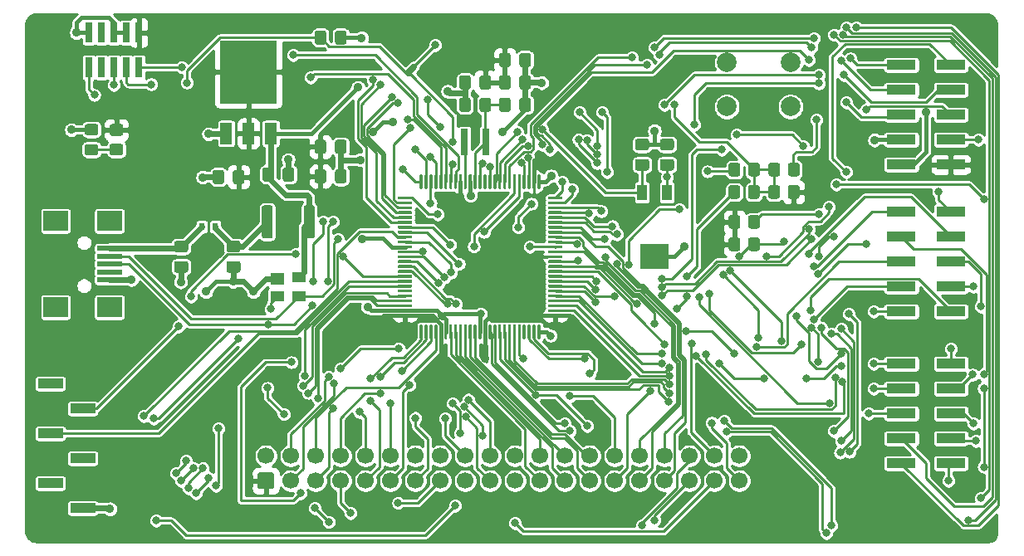
<source format=gtl>
%TF.GenerationSoftware,KiCad,Pcbnew,5.1.8*%
%TF.CreationDate,2020-11-24T20:22:10-06:00*%
%TF.ProjectId,e54-GFX-Development-Board,6535342d-4746-4582-9d44-6576656c6f70,rev?*%
%TF.SameCoordinates,Original*%
%TF.FileFunction,Copper,L1,Top*%
%TF.FilePolarity,Positive*%
%FSLAX46Y46*%
G04 Gerber Fmt 4.6, Leading zero omitted, Abs format (unit mm)*
G04 Created by KiCad (PCBNEW 5.1.8) date 2020-11-24 20:22:10*
%MOMM*%
%LPD*%
G01*
G04 APERTURE LIST*
%TA.AperFunction,SMDPad,CuDef*%
%ADD10R,2.510000X1.000000*%
%TD*%
%TA.AperFunction,SMDPad,CuDef*%
%ADD11R,3.000000X1.000000*%
%TD*%
%TA.AperFunction,SMDPad,CuDef*%
%ADD12R,3.000000X2.500000*%
%TD*%
%TA.AperFunction,SMDPad,CuDef*%
%ADD13R,1.000000X1.600000*%
%TD*%
%TA.AperFunction,SMDPad,CuDef*%
%ADD14R,5.800000X6.400000*%
%TD*%
%TA.AperFunction,SMDPad,CuDef*%
%ADD15R,1.200000X2.200000*%
%TD*%
%TA.AperFunction,ComponentPad*%
%ADD16C,2.000000*%
%TD*%
%TA.AperFunction,SMDPad,CuDef*%
%ADD17R,0.800000X2.700000*%
%TD*%
%TA.AperFunction,ComponentPad*%
%ADD18C,1.700000*%
%TD*%
%TA.AperFunction,SMDPad,CuDef*%
%ADD19R,0.760000X2.050000*%
%TD*%
%TA.AperFunction,SMDPad,CuDef*%
%ADD20R,2.500000X0.500000*%
%TD*%
%TA.AperFunction,SMDPad,CuDef*%
%ADD21R,2.500000X2.000000*%
%TD*%
%TA.AperFunction,SMDPad,CuDef*%
%ADD22R,0.600000X0.800000*%
%TD*%
%TA.AperFunction,SMDPad,CuDef*%
%ADD23R,1.400000X1.000000*%
%TD*%
%TA.AperFunction,SMDPad,CuDef*%
%ADD24R,1.400000X1.200000*%
%TD*%
%TA.AperFunction,ViaPad*%
%ADD25C,0.889000*%
%TD*%
%TA.AperFunction,ViaPad*%
%ADD26C,0.800000*%
%TD*%
%TA.AperFunction,Conductor*%
%ADD27C,0.609600*%
%TD*%
%TA.AperFunction,Conductor*%
%ADD28C,0.406400*%
%TD*%
%TA.AperFunction,Conductor*%
%ADD29C,0.250000*%
%TD*%
%TA.AperFunction,Conductor*%
%ADD30C,0.254000*%
%TD*%
%TA.AperFunction,Conductor*%
%ADD31C,0.100000*%
%TD*%
G04 APERTURE END LIST*
D10*
%TO.P,J2,6*%
%TO.N,Net-(J2-Pad6)*%
X97405000Y-108458000D03*
%TO.P,J2,4*%
%TO.N,/DBG_RX*%
X97405000Y-113538000D03*
%TO.P,J2,2*%
%TO.N,Net-(J2-Pad2)*%
X97405000Y-118618000D03*
%TO.P,J2,5*%
%TO.N,/DBG_TX*%
X100715000Y-110998000D03*
%TO.P,J2,3*%
%TO.N,Net-(J2-Pad3)*%
X100715000Y-116078000D03*
%TO.P,J2,1*%
%TO.N,GND*%
X100715000Y-121158000D03*
%TD*%
D11*
%TO.P,J8,10*%
%TO.N,+5V*%
X184170000Y-86106000D03*
%TO.P,J8,9*%
%TO.N,+3V3*%
X189210000Y-86106000D03*
%TO.P,J8,8*%
%TO.N,GND*%
X184170000Y-83566000D03*
%TO.P,J8,7*%
%TO.N,/DEV_GPIO_27*%
X189210000Y-83566000D03*
%TO.P,J8,6*%
%TO.N,/DEV_GPIO_26*%
X184170000Y-81026000D03*
%TO.P,J8,5*%
%TO.N,/DEV_GPIO_25*%
X189210000Y-81026000D03*
%TO.P,J8,4*%
%TO.N,/DEV_GPIO_24*%
X184170000Y-78486000D03*
%TO.P,J8,3*%
%TO.N,/DEV_GPIO_23*%
X189210000Y-78486000D03*
%TO.P,J8,2*%
%TO.N,/DEV_GPIO_22*%
X184170000Y-75946000D03*
%TO.P,J8,1*%
%TO.N,/DEV_GPIO_21*%
X189210000Y-75946000D03*
%TD*%
%TO.P,J7,10*%
%TO.N,/DEV_GPIO_20*%
X184170000Y-101092000D03*
%TO.P,J7,9*%
%TO.N,/DEV_GPIO_19*%
X189210000Y-101092000D03*
%TO.P,J7,8*%
%TO.N,/DEV_GPIO_18*%
X184170000Y-98552000D03*
%TO.P,J7,7*%
%TO.N,/DEV_GPIO_17*%
X189210000Y-98552000D03*
%TO.P,J7,6*%
%TO.N,/DEV_GPIO_16*%
X184170000Y-96012000D03*
%TO.P,J7,5*%
%TO.N,/DEV_GPIO_15*%
X189210000Y-96012000D03*
%TO.P,J7,4*%
%TO.N,/DEV_GPIO_14*%
X184170000Y-93472000D03*
%TO.P,J7,3*%
%TO.N,/DEV_GPIO_13*%
X189210000Y-93472000D03*
%TO.P,J7,2*%
%TO.N,/DEV_GPIO_12*%
X184170000Y-90932000D03*
%TO.P,J7,1*%
%TO.N,/DEV_GPIO_11*%
X189210000Y-90932000D03*
%TD*%
%TO.P,J6,10*%
%TO.N,/DEV_GPIO_10*%
X184170000Y-116586000D03*
%TO.P,J6,9*%
%TO.N,/DEV_GPIO_9*%
X189210000Y-116586000D03*
%TO.P,J6,8*%
%TO.N,/DEV_GPIO_8*%
X184170000Y-114046000D03*
%TO.P,J6,7*%
%TO.N,/DEV_GPIO_7*%
X189210000Y-114046000D03*
%TO.P,J6,6*%
%TO.N,/DEV_GPIO_6*%
X184170000Y-111506000D03*
%TO.P,J6,5*%
%TO.N,/DEV_GPIO_5*%
X189210000Y-111506000D03*
%TO.P,J6,4*%
%TO.N,/DEV_GPIO_4*%
X184170000Y-108966000D03*
%TO.P,J6,3*%
%TO.N,/DEV_GPIO_3*%
X189210000Y-108966000D03*
%TO.P,J6,2*%
%TO.N,/DEV_GPIO_2*%
X184170000Y-106426000D03*
%TO.P,J6,1*%
%TO.N,/DEV_GPIO_1*%
X189210000Y-106426000D03*
%TD*%
D12*
%TO.P,Y2,3*%
%TO.N,GND*%
X159004000Y-95506000D03*
D13*
%TO.P,Y2,2*%
%TO.N,/XIN32*%
X160274000Y-88956000D03*
%TO.P,Y2,1*%
%TO.N,/XOUT32*%
X157734000Y-88956000D03*
%TD*%
%TO.P,U2,100*%
%TO.N,/TFT_D3*%
%TA.AperFunction,SMDPad,CuDef*%
G36*
G01*
X135074000Y-88504000D02*
X135074000Y-87179000D01*
G75*
G02*
X135149000Y-87104000I75000J0D01*
G01*
X135299000Y-87104000D01*
G75*
G02*
X135374000Y-87179000I0J-75000D01*
G01*
X135374000Y-88504000D01*
G75*
G02*
X135299000Y-88579000I-75000J0D01*
G01*
X135149000Y-88579000D01*
G75*
G02*
X135074000Y-88504000I0J75000D01*
G01*
G37*
%TD.AperFunction*%
%TO.P,U2,99*%
%TO.N,/TFT_D2*%
%TA.AperFunction,SMDPad,CuDef*%
G36*
G01*
X135574000Y-88504000D02*
X135574000Y-87179000D01*
G75*
G02*
X135649000Y-87104000I75000J0D01*
G01*
X135799000Y-87104000D01*
G75*
G02*
X135874000Y-87179000I0J-75000D01*
G01*
X135874000Y-88504000D01*
G75*
G02*
X135799000Y-88579000I-75000J0D01*
G01*
X135649000Y-88579000D01*
G75*
G02*
X135574000Y-88504000I0J75000D01*
G01*
G37*
%TD.AperFunction*%
%TO.P,U2,98*%
%TO.N,/TFT_D1*%
%TA.AperFunction,SMDPad,CuDef*%
G36*
G01*
X136074000Y-88504000D02*
X136074000Y-87179000D01*
G75*
G02*
X136149000Y-87104000I75000J0D01*
G01*
X136299000Y-87104000D01*
G75*
G02*
X136374000Y-87179000I0J-75000D01*
G01*
X136374000Y-88504000D01*
G75*
G02*
X136299000Y-88579000I-75000J0D01*
G01*
X136149000Y-88579000D01*
G75*
G02*
X136074000Y-88504000I0J75000D01*
G01*
G37*
%TD.AperFunction*%
%TO.P,U2,97*%
%TO.N,/TFT_D0*%
%TA.AperFunction,SMDPad,CuDef*%
G36*
G01*
X136574000Y-88504000D02*
X136574000Y-87179000D01*
G75*
G02*
X136649000Y-87104000I75000J0D01*
G01*
X136799000Y-87104000D01*
G75*
G02*
X136874000Y-87179000I0J-75000D01*
G01*
X136874000Y-88504000D01*
G75*
G02*
X136799000Y-88579000I-75000J0D01*
G01*
X136649000Y-88579000D01*
G75*
G02*
X136574000Y-88504000I0J75000D01*
G01*
G37*
%TD.AperFunction*%
%TO.P,U2,96*%
%TO.N,/DEV_GPIO_27*%
%TA.AperFunction,SMDPad,CuDef*%
G36*
G01*
X137074000Y-88504000D02*
X137074000Y-87179000D01*
G75*
G02*
X137149000Y-87104000I75000J0D01*
G01*
X137299000Y-87104000D01*
G75*
G02*
X137374000Y-87179000I0J-75000D01*
G01*
X137374000Y-88504000D01*
G75*
G02*
X137299000Y-88579000I-75000J0D01*
G01*
X137149000Y-88579000D01*
G75*
G02*
X137074000Y-88504000I0J75000D01*
G01*
G37*
%TD.AperFunction*%
%TO.P,U2,95*%
%TO.N,/SWO*%
%TA.AperFunction,SMDPad,CuDef*%
G36*
G01*
X137574000Y-88504000D02*
X137574000Y-87179000D01*
G75*
G02*
X137649000Y-87104000I75000J0D01*
G01*
X137799000Y-87104000D01*
G75*
G02*
X137874000Y-87179000I0J-75000D01*
G01*
X137874000Y-88504000D01*
G75*
G02*
X137799000Y-88579000I-75000J0D01*
G01*
X137649000Y-88579000D01*
G75*
G02*
X137574000Y-88504000I0J75000D01*
G01*
G37*
%TD.AperFunction*%
%TO.P,U2,94*%
%TO.N,/SWDIO*%
%TA.AperFunction,SMDPad,CuDef*%
G36*
G01*
X138074000Y-88504000D02*
X138074000Y-87179000D01*
G75*
G02*
X138149000Y-87104000I75000J0D01*
G01*
X138299000Y-87104000D01*
G75*
G02*
X138374000Y-87179000I0J-75000D01*
G01*
X138374000Y-88504000D01*
G75*
G02*
X138299000Y-88579000I-75000J0D01*
G01*
X138149000Y-88579000D01*
G75*
G02*
X138074000Y-88504000I0J75000D01*
G01*
G37*
%TD.AperFunction*%
%TO.P,U2,93*%
%TO.N,/SWCLK*%
%TA.AperFunction,SMDPad,CuDef*%
G36*
G01*
X138574000Y-88504000D02*
X138574000Y-87179000D01*
G75*
G02*
X138649000Y-87104000I75000J0D01*
G01*
X138799000Y-87104000D01*
G75*
G02*
X138874000Y-87179000I0J-75000D01*
G01*
X138874000Y-88504000D01*
G75*
G02*
X138799000Y-88579000I-75000J0D01*
G01*
X138649000Y-88579000D01*
G75*
G02*
X138574000Y-88504000I0J75000D01*
G01*
G37*
%TD.AperFunction*%
%TO.P,U2,92*%
%TO.N,+3V3*%
%TA.AperFunction,SMDPad,CuDef*%
G36*
G01*
X139074000Y-88504000D02*
X139074000Y-87179000D01*
G75*
G02*
X139149000Y-87104000I75000J0D01*
G01*
X139299000Y-87104000D01*
G75*
G02*
X139374000Y-87179000I0J-75000D01*
G01*
X139374000Y-88504000D01*
G75*
G02*
X139299000Y-88579000I-75000J0D01*
G01*
X139149000Y-88579000D01*
G75*
G02*
X139074000Y-88504000I0J75000D01*
G01*
G37*
%TD.AperFunction*%
%TO.P,U2,91*%
%TO.N,/VCC_MCU_VSW*%
%TA.AperFunction,SMDPad,CuDef*%
G36*
G01*
X139574000Y-88504000D02*
X139574000Y-87179000D01*
G75*
G02*
X139649000Y-87104000I75000J0D01*
G01*
X139799000Y-87104000D01*
G75*
G02*
X139874000Y-87179000I0J-75000D01*
G01*
X139874000Y-88504000D01*
G75*
G02*
X139799000Y-88579000I-75000J0D01*
G01*
X139649000Y-88579000D01*
G75*
G02*
X139574000Y-88504000I0J75000D01*
G01*
G37*
%TD.AperFunction*%
%TO.P,U2,90*%
%TO.N,GND*%
%TA.AperFunction,SMDPad,CuDef*%
G36*
G01*
X140074000Y-88504000D02*
X140074000Y-87179000D01*
G75*
G02*
X140149000Y-87104000I75000J0D01*
G01*
X140299000Y-87104000D01*
G75*
G02*
X140374000Y-87179000I0J-75000D01*
G01*
X140374000Y-88504000D01*
G75*
G02*
X140299000Y-88579000I-75000J0D01*
G01*
X140149000Y-88579000D01*
G75*
G02*
X140074000Y-88504000I0J75000D01*
G01*
G37*
%TD.AperFunction*%
%TO.P,U2,89*%
%TO.N,/VCC_MCU_VDDCORE*%
%TA.AperFunction,SMDPad,CuDef*%
G36*
G01*
X140574000Y-88504000D02*
X140574000Y-87179000D01*
G75*
G02*
X140649000Y-87104000I75000J0D01*
G01*
X140799000Y-87104000D01*
G75*
G02*
X140874000Y-87179000I0J-75000D01*
G01*
X140874000Y-88504000D01*
G75*
G02*
X140799000Y-88579000I-75000J0D01*
G01*
X140649000Y-88579000D01*
G75*
G02*
X140574000Y-88504000I0J75000D01*
G01*
G37*
%TD.AperFunction*%
%TO.P,U2,88*%
%TO.N,/~RESET*%
%TA.AperFunction,SMDPad,CuDef*%
G36*
G01*
X141074000Y-88504000D02*
X141074000Y-87179000D01*
G75*
G02*
X141149000Y-87104000I75000J0D01*
G01*
X141299000Y-87104000D01*
G75*
G02*
X141374000Y-87179000I0J-75000D01*
G01*
X141374000Y-88504000D01*
G75*
G02*
X141299000Y-88579000I-75000J0D01*
G01*
X141149000Y-88579000D01*
G75*
G02*
X141074000Y-88504000I0J75000D01*
G01*
G37*
%TD.AperFunction*%
%TO.P,U2,87*%
%TO.N,Net-(U2-Pad87)*%
%TA.AperFunction,SMDPad,CuDef*%
G36*
G01*
X141574000Y-88504000D02*
X141574000Y-87179000D01*
G75*
G02*
X141649000Y-87104000I75000J0D01*
G01*
X141799000Y-87104000D01*
G75*
G02*
X141874000Y-87179000I0J-75000D01*
G01*
X141874000Y-88504000D01*
G75*
G02*
X141799000Y-88579000I-75000J0D01*
G01*
X141649000Y-88579000D01*
G75*
G02*
X141574000Y-88504000I0J75000D01*
G01*
G37*
%TD.AperFunction*%
%TO.P,U2,86*%
%TO.N,/DEV_GPIO_26*%
%TA.AperFunction,SMDPad,CuDef*%
G36*
G01*
X142074000Y-88504000D02*
X142074000Y-87179000D01*
G75*
G02*
X142149000Y-87104000I75000J0D01*
G01*
X142299000Y-87104000D01*
G75*
G02*
X142374000Y-87179000I0J-75000D01*
G01*
X142374000Y-88504000D01*
G75*
G02*
X142299000Y-88579000I-75000J0D01*
G01*
X142149000Y-88579000D01*
G75*
G02*
X142074000Y-88504000I0J75000D01*
G01*
G37*
%TD.AperFunction*%
%TO.P,U2,85*%
%TO.N,/DEV_GPIO_25*%
%TA.AperFunction,SMDPad,CuDef*%
G36*
G01*
X142574000Y-88504000D02*
X142574000Y-87179000D01*
G75*
G02*
X142649000Y-87104000I75000J0D01*
G01*
X142799000Y-87104000D01*
G75*
G02*
X142874000Y-87179000I0J-75000D01*
G01*
X142874000Y-88504000D01*
G75*
G02*
X142799000Y-88579000I-75000J0D01*
G01*
X142649000Y-88579000D01*
G75*
G02*
X142574000Y-88504000I0J75000D01*
G01*
G37*
%TD.AperFunction*%
%TO.P,U2,84*%
%TO.N,/DEV_GPIO_24*%
%TA.AperFunction,SMDPad,CuDef*%
G36*
G01*
X143074000Y-88504000D02*
X143074000Y-87179000D01*
G75*
G02*
X143149000Y-87104000I75000J0D01*
G01*
X143299000Y-87104000D01*
G75*
G02*
X143374000Y-87179000I0J-75000D01*
G01*
X143374000Y-88504000D01*
G75*
G02*
X143299000Y-88579000I-75000J0D01*
G01*
X143149000Y-88579000D01*
G75*
G02*
X143074000Y-88504000I0J75000D01*
G01*
G37*
%TD.AperFunction*%
%TO.P,U2,83*%
%TO.N,/DEV_GPIO_23*%
%TA.AperFunction,SMDPad,CuDef*%
G36*
G01*
X143574000Y-88504000D02*
X143574000Y-87179000D01*
G75*
G02*
X143649000Y-87104000I75000J0D01*
G01*
X143799000Y-87104000D01*
G75*
G02*
X143874000Y-87179000I0J-75000D01*
G01*
X143874000Y-88504000D01*
G75*
G02*
X143799000Y-88579000I-75000J0D01*
G01*
X143649000Y-88579000D01*
G75*
G02*
X143574000Y-88504000I0J75000D01*
G01*
G37*
%TD.AperFunction*%
%TO.P,U2,82*%
%TO.N,/DEV_GPIO_22*%
%TA.AperFunction,SMDPad,CuDef*%
G36*
G01*
X144074000Y-88504000D02*
X144074000Y-87179000D01*
G75*
G02*
X144149000Y-87104000I75000J0D01*
G01*
X144299000Y-87104000D01*
G75*
G02*
X144374000Y-87179000I0J-75000D01*
G01*
X144374000Y-88504000D01*
G75*
G02*
X144299000Y-88579000I-75000J0D01*
G01*
X144149000Y-88579000D01*
G75*
G02*
X144074000Y-88504000I0J75000D01*
G01*
G37*
%TD.AperFunction*%
%TO.P,U2,81*%
%TO.N,/TFT_RD*%
%TA.AperFunction,SMDPad,CuDef*%
G36*
G01*
X144574000Y-88504000D02*
X144574000Y-87179000D01*
G75*
G02*
X144649000Y-87104000I75000J0D01*
G01*
X144799000Y-87104000D01*
G75*
G02*
X144874000Y-87179000I0J-75000D01*
G01*
X144874000Y-88504000D01*
G75*
G02*
X144799000Y-88579000I-75000J0D01*
G01*
X144649000Y-88579000D01*
G75*
G02*
X144574000Y-88504000I0J75000D01*
G01*
G37*
%TD.AperFunction*%
%TO.P,U2,80*%
%TO.N,/TFT_WR*%
%TA.AperFunction,SMDPad,CuDef*%
G36*
G01*
X145074000Y-88504000D02*
X145074000Y-87179000D01*
G75*
G02*
X145149000Y-87104000I75000J0D01*
G01*
X145299000Y-87104000D01*
G75*
G02*
X145374000Y-87179000I0J-75000D01*
G01*
X145374000Y-88504000D01*
G75*
G02*
X145299000Y-88579000I-75000J0D01*
G01*
X145149000Y-88579000D01*
G75*
G02*
X145074000Y-88504000I0J75000D01*
G01*
G37*
%TD.AperFunction*%
%TO.P,U2,79*%
%TO.N,/TFT_D23*%
%TA.AperFunction,SMDPad,CuDef*%
G36*
G01*
X145574000Y-88504000D02*
X145574000Y-87179000D01*
G75*
G02*
X145649000Y-87104000I75000J0D01*
G01*
X145799000Y-87104000D01*
G75*
G02*
X145874000Y-87179000I0J-75000D01*
G01*
X145874000Y-88504000D01*
G75*
G02*
X145799000Y-88579000I-75000J0D01*
G01*
X145649000Y-88579000D01*
G75*
G02*
X145574000Y-88504000I0J75000D01*
G01*
G37*
%TD.AperFunction*%
%TO.P,U2,78*%
%TO.N,/TFT_D22*%
%TA.AperFunction,SMDPad,CuDef*%
G36*
G01*
X146074000Y-88504000D02*
X146074000Y-87179000D01*
G75*
G02*
X146149000Y-87104000I75000J0D01*
G01*
X146299000Y-87104000D01*
G75*
G02*
X146374000Y-87179000I0J-75000D01*
G01*
X146374000Y-88504000D01*
G75*
G02*
X146299000Y-88579000I-75000J0D01*
G01*
X146149000Y-88579000D01*
G75*
G02*
X146074000Y-88504000I0J75000D01*
G01*
G37*
%TD.AperFunction*%
%TO.P,U2,77*%
%TO.N,+3V3*%
%TA.AperFunction,SMDPad,CuDef*%
G36*
G01*
X146574000Y-88504000D02*
X146574000Y-87179000D01*
G75*
G02*
X146649000Y-87104000I75000J0D01*
G01*
X146799000Y-87104000D01*
G75*
G02*
X146874000Y-87179000I0J-75000D01*
G01*
X146874000Y-88504000D01*
G75*
G02*
X146799000Y-88579000I-75000J0D01*
G01*
X146649000Y-88579000D01*
G75*
G02*
X146574000Y-88504000I0J75000D01*
G01*
G37*
%TD.AperFunction*%
%TO.P,U2,76*%
%TO.N,GND*%
%TA.AperFunction,SMDPad,CuDef*%
G36*
G01*
X147074000Y-88504000D02*
X147074000Y-87179000D01*
G75*
G02*
X147149000Y-87104000I75000J0D01*
G01*
X147299000Y-87104000D01*
G75*
G02*
X147374000Y-87179000I0J-75000D01*
G01*
X147374000Y-88504000D01*
G75*
G02*
X147299000Y-88579000I-75000J0D01*
G01*
X147149000Y-88579000D01*
G75*
G02*
X147074000Y-88504000I0J75000D01*
G01*
G37*
%TD.AperFunction*%
%TO.P,U2,75*%
%TO.N,/USB_DP*%
%TA.AperFunction,SMDPad,CuDef*%
G36*
G01*
X148149000Y-89579000D02*
X148149000Y-89429000D01*
G75*
G02*
X148224000Y-89354000I75000J0D01*
G01*
X149549000Y-89354000D01*
G75*
G02*
X149624000Y-89429000I0J-75000D01*
G01*
X149624000Y-89579000D01*
G75*
G02*
X149549000Y-89654000I-75000J0D01*
G01*
X148224000Y-89654000D01*
G75*
G02*
X148149000Y-89579000I0J75000D01*
G01*
G37*
%TD.AperFunction*%
%TO.P,U2,74*%
%TO.N,/USB_DM*%
%TA.AperFunction,SMDPad,CuDef*%
G36*
G01*
X148149000Y-90079000D02*
X148149000Y-89929000D01*
G75*
G02*
X148224000Y-89854000I75000J0D01*
G01*
X149549000Y-89854000D01*
G75*
G02*
X149624000Y-89929000I0J-75000D01*
G01*
X149624000Y-90079000D01*
G75*
G02*
X149549000Y-90154000I-75000J0D01*
G01*
X148224000Y-90154000D01*
G75*
G02*
X148149000Y-90079000I0J75000D01*
G01*
G37*
%TD.AperFunction*%
%TO.P,U2,73*%
%TO.N,/I2C_SCL*%
%TA.AperFunction,SMDPad,CuDef*%
G36*
G01*
X148149000Y-90579000D02*
X148149000Y-90429000D01*
G75*
G02*
X148224000Y-90354000I75000J0D01*
G01*
X149549000Y-90354000D01*
G75*
G02*
X149624000Y-90429000I0J-75000D01*
G01*
X149624000Y-90579000D01*
G75*
G02*
X149549000Y-90654000I-75000J0D01*
G01*
X148224000Y-90654000D01*
G75*
G02*
X148149000Y-90579000I0J75000D01*
G01*
G37*
%TD.AperFunction*%
%TO.P,U2,72*%
%TO.N,/I2C_SDA*%
%TA.AperFunction,SMDPad,CuDef*%
G36*
G01*
X148149000Y-91079000D02*
X148149000Y-90929000D01*
G75*
G02*
X148224000Y-90854000I75000J0D01*
G01*
X149549000Y-90854000D01*
G75*
G02*
X149624000Y-90929000I0J-75000D01*
G01*
X149624000Y-91079000D01*
G75*
G02*
X149549000Y-91154000I-75000J0D01*
G01*
X148224000Y-91154000D01*
G75*
G02*
X148149000Y-91079000I0J75000D01*
G01*
G37*
%TD.AperFunction*%
%TO.P,U2,71*%
%TO.N,/DEV_GPIO_6*%
%TA.AperFunction,SMDPad,CuDef*%
G36*
G01*
X148149000Y-91579000D02*
X148149000Y-91429000D01*
G75*
G02*
X148224000Y-91354000I75000J0D01*
G01*
X149549000Y-91354000D01*
G75*
G02*
X149624000Y-91429000I0J-75000D01*
G01*
X149624000Y-91579000D01*
G75*
G02*
X149549000Y-91654000I-75000J0D01*
G01*
X148224000Y-91654000D01*
G75*
G02*
X148149000Y-91579000I0J75000D01*
G01*
G37*
%TD.AperFunction*%
%TO.P,U2,70*%
%TO.N,/DEV_GPIO_5*%
%TA.AperFunction,SMDPad,CuDef*%
G36*
G01*
X148149000Y-92079000D02*
X148149000Y-91929000D01*
G75*
G02*
X148224000Y-91854000I75000J0D01*
G01*
X149549000Y-91854000D01*
G75*
G02*
X149624000Y-91929000I0J-75000D01*
G01*
X149624000Y-92079000D01*
G75*
G02*
X149549000Y-92154000I-75000J0D01*
G01*
X148224000Y-92154000D01*
G75*
G02*
X148149000Y-92079000I0J75000D01*
G01*
G37*
%TD.AperFunction*%
%TO.P,U2,69*%
%TO.N,/TFT_D21*%
%TA.AperFunction,SMDPad,CuDef*%
G36*
G01*
X148149000Y-92579000D02*
X148149000Y-92429000D01*
G75*
G02*
X148224000Y-92354000I75000J0D01*
G01*
X149549000Y-92354000D01*
G75*
G02*
X149624000Y-92429000I0J-75000D01*
G01*
X149624000Y-92579000D01*
G75*
G02*
X149549000Y-92654000I-75000J0D01*
G01*
X148224000Y-92654000D01*
G75*
G02*
X148149000Y-92579000I0J75000D01*
G01*
G37*
%TD.AperFunction*%
%TO.P,U2,68*%
%TO.N,/TFT_D20*%
%TA.AperFunction,SMDPad,CuDef*%
G36*
G01*
X148149000Y-93079000D02*
X148149000Y-92929000D01*
G75*
G02*
X148224000Y-92854000I75000J0D01*
G01*
X149549000Y-92854000D01*
G75*
G02*
X149624000Y-92929000I0J-75000D01*
G01*
X149624000Y-93079000D01*
G75*
G02*
X149549000Y-93154000I-75000J0D01*
G01*
X148224000Y-93154000D01*
G75*
G02*
X148149000Y-93079000I0J75000D01*
G01*
G37*
%TD.AperFunction*%
%TO.P,U2,67*%
%TO.N,/TFT_D19*%
%TA.AperFunction,SMDPad,CuDef*%
G36*
G01*
X148149000Y-93579000D02*
X148149000Y-93429000D01*
G75*
G02*
X148224000Y-93354000I75000J0D01*
G01*
X149549000Y-93354000D01*
G75*
G02*
X149624000Y-93429000I0J-75000D01*
G01*
X149624000Y-93579000D01*
G75*
G02*
X149549000Y-93654000I-75000J0D01*
G01*
X148224000Y-93654000D01*
G75*
G02*
X148149000Y-93579000I0J75000D01*
G01*
G37*
%TD.AperFunction*%
%TO.P,U2,66*%
%TO.N,/TFT_D18*%
%TA.AperFunction,SMDPad,CuDef*%
G36*
G01*
X148149000Y-94079000D02*
X148149000Y-93929000D01*
G75*
G02*
X148224000Y-93854000I75000J0D01*
G01*
X149549000Y-93854000D01*
G75*
G02*
X149624000Y-93929000I0J-75000D01*
G01*
X149624000Y-94079000D01*
G75*
G02*
X149549000Y-94154000I-75000J0D01*
G01*
X148224000Y-94154000D01*
G75*
G02*
X148149000Y-94079000I0J75000D01*
G01*
G37*
%TD.AperFunction*%
%TO.P,U2,65*%
%TO.N,/TFT_D17*%
%TA.AperFunction,SMDPad,CuDef*%
G36*
G01*
X148149000Y-94579000D02*
X148149000Y-94429000D01*
G75*
G02*
X148224000Y-94354000I75000J0D01*
G01*
X149549000Y-94354000D01*
G75*
G02*
X149624000Y-94429000I0J-75000D01*
G01*
X149624000Y-94579000D01*
G75*
G02*
X149549000Y-94654000I-75000J0D01*
G01*
X148224000Y-94654000D01*
G75*
G02*
X148149000Y-94579000I0J75000D01*
G01*
G37*
%TD.AperFunction*%
%TO.P,U2,64*%
%TO.N,/TFT_D16*%
%TA.AperFunction,SMDPad,CuDef*%
G36*
G01*
X148149000Y-95079000D02*
X148149000Y-94929000D01*
G75*
G02*
X148224000Y-94854000I75000J0D01*
G01*
X149549000Y-94854000D01*
G75*
G02*
X149624000Y-94929000I0J-75000D01*
G01*
X149624000Y-95079000D01*
G75*
G02*
X149549000Y-95154000I-75000J0D01*
G01*
X148224000Y-95154000D01*
G75*
G02*
X148149000Y-95079000I0J75000D01*
G01*
G37*
%TD.AperFunction*%
%TO.P,U2,63*%
%TO.N,+3V3*%
%TA.AperFunction,SMDPad,CuDef*%
G36*
G01*
X148149000Y-95579000D02*
X148149000Y-95429000D01*
G75*
G02*
X148224000Y-95354000I75000J0D01*
G01*
X149549000Y-95354000D01*
G75*
G02*
X149624000Y-95429000I0J-75000D01*
G01*
X149624000Y-95579000D01*
G75*
G02*
X149549000Y-95654000I-75000J0D01*
G01*
X148224000Y-95654000D01*
G75*
G02*
X148149000Y-95579000I0J75000D01*
G01*
G37*
%TD.AperFunction*%
%TO.P,U2,62*%
%TO.N,GND*%
%TA.AperFunction,SMDPad,CuDef*%
G36*
G01*
X148149000Y-96079000D02*
X148149000Y-95929000D01*
G75*
G02*
X148224000Y-95854000I75000J0D01*
G01*
X149549000Y-95854000D01*
G75*
G02*
X149624000Y-95929000I0J-75000D01*
G01*
X149624000Y-96079000D01*
G75*
G02*
X149549000Y-96154000I-75000J0D01*
G01*
X148224000Y-96154000D01*
G75*
G02*
X148149000Y-96079000I0J75000D01*
G01*
G37*
%TD.AperFunction*%
%TO.P,U2,61*%
%TO.N,/DEV_GPIO_21*%
%TA.AperFunction,SMDPad,CuDef*%
G36*
G01*
X148149000Y-96579000D02*
X148149000Y-96429000D01*
G75*
G02*
X148224000Y-96354000I75000J0D01*
G01*
X149549000Y-96354000D01*
G75*
G02*
X149624000Y-96429000I0J-75000D01*
G01*
X149624000Y-96579000D01*
G75*
G02*
X149549000Y-96654000I-75000J0D01*
G01*
X148224000Y-96654000D01*
G75*
G02*
X148149000Y-96579000I0J75000D01*
G01*
G37*
%TD.AperFunction*%
%TO.P,U2,60*%
%TO.N,/DEV_GPIO_20*%
%TA.AperFunction,SMDPad,CuDef*%
G36*
G01*
X148149000Y-97079000D02*
X148149000Y-96929000D01*
G75*
G02*
X148224000Y-96854000I75000J0D01*
G01*
X149549000Y-96854000D01*
G75*
G02*
X149624000Y-96929000I0J-75000D01*
G01*
X149624000Y-97079000D01*
G75*
G02*
X149549000Y-97154000I-75000J0D01*
G01*
X148224000Y-97154000D01*
G75*
G02*
X148149000Y-97079000I0J75000D01*
G01*
G37*
%TD.AperFunction*%
%TO.P,U2,59*%
%TO.N,/~SD_CS*%
%TA.AperFunction,SMDPad,CuDef*%
G36*
G01*
X148149000Y-97579000D02*
X148149000Y-97429000D01*
G75*
G02*
X148224000Y-97354000I75000J0D01*
G01*
X149549000Y-97354000D01*
G75*
G02*
X149624000Y-97429000I0J-75000D01*
G01*
X149624000Y-97579000D01*
G75*
G02*
X149549000Y-97654000I-75000J0D01*
G01*
X148224000Y-97654000D01*
G75*
G02*
X148149000Y-97579000I0J75000D01*
G01*
G37*
%TD.AperFunction*%
%TO.P,U2,58*%
%TO.N,/SD_MISO*%
%TA.AperFunction,SMDPad,CuDef*%
G36*
G01*
X148149000Y-98079000D02*
X148149000Y-97929000D01*
G75*
G02*
X148224000Y-97854000I75000J0D01*
G01*
X149549000Y-97854000D01*
G75*
G02*
X149624000Y-97929000I0J-75000D01*
G01*
X149624000Y-98079000D01*
G75*
G02*
X149549000Y-98154000I-75000J0D01*
G01*
X148224000Y-98154000D01*
G75*
G02*
X148149000Y-98079000I0J75000D01*
G01*
G37*
%TD.AperFunction*%
%TO.P,U2,57*%
%TO.N,/SD_SCK*%
%TA.AperFunction,SMDPad,CuDef*%
G36*
G01*
X148149000Y-98579000D02*
X148149000Y-98429000D01*
G75*
G02*
X148224000Y-98354000I75000J0D01*
G01*
X149549000Y-98354000D01*
G75*
G02*
X149624000Y-98429000I0J-75000D01*
G01*
X149624000Y-98579000D01*
G75*
G02*
X149549000Y-98654000I-75000J0D01*
G01*
X148224000Y-98654000D01*
G75*
G02*
X148149000Y-98579000I0J75000D01*
G01*
G37*
%TD.AperFunction*%
%TO.P,U2,56*%
%TO.N,/SD_MOSI*%
%TA.AperFunction,SMDPad,CuDef*%
G36*
G01*
X148149000Y-99079000D02*
X148149000Y-98929000D01*
G75*
G02*
X148224000Y-98854000I75000J0D01*
G01*
X149549000Y-98854000D01*
G75*
G02*
X149624000Y-98929000I0J-75000D01*
G01*
X149624000Y-99079000D01*
G75*
G02*
X149549000Y-99154000I-75000J0D01*
G01*
X148224000Y-99154000D01*
G75*
G02*
X148149000Y-99079000I0J75000D01*
G01*
G37*
%TD.AperFunction*%
%TO.P,U2,55*%
%TO.N,/DEV_GPIO_4*%
%TA.AperFunction,SMDPad,CuDef*%
G36*
G01*
X148149000Y-99579000D02*
X148149000Y-99429000D01*
G75*
G02*
X148224000Y-99354000I75000J0D01*
G01*
X149549000Y-99354000D01*
G75*
G02*
X149624000Y-99429000I0J-75000D01*
G01*
X149624000Y-99579000D01*
G75*
G02*
X149549000Y-99654000I-75000J0D01*
G01*
X148224000Y-99654000D01*
G75*
G02*
X148149000Y-99579000I0J75000D01*
G01*
G37*
%TD.AperFunction*%
%TO.P,U2,54*%
%TO.N,/DEV_GPIO_3*%
%TA.AperFunction,SMDPad,CuDef*%
G36*
G01*
X148149000Y-100079000D02*
X148149000Y-99929000D01*
G75*
G02*
X148224000Y-99854000I75000J0D01*
G01*
X149549000Y-99854000D01*
G75*
G02*
X149624000Y-99929000I0J-75000D01*
G01*
X149624000Y-100079000D01*
G75*
G02*
X149549000Y-100154000I-75000J0D01*
G01*
X148224000Y-100154000D01*
G75*
G02*
X148149000Y-100079000I0J75000D01*
G01*
G37*
%TD.AperFunction*%
%TO.P,U2,53*%
%TO.N,/DEV_GPIO_2*%
%TA.AperFunction,SMDPad,CuDef*%
G36*
G01*
X148149000Y-100579000D02*
X148149000Y-100429000D01*
G75*
G02*
X148224000Y-100354000I75000J0D01*
G01*
X149549000Y-100354000D01*
G75*
G02*
X149624000Y-100429000I0J-75000D01*
G01*
X149624000Y-100579000D01*
G75*
G02*
X149549000Y-100654000I-75000J0D01*
G01*
X148224000Y-100654000D01*
G75*
G02*
X148149000Y-100579000I0J75000D01*
G01*
G37*
%TD.AperFunction*%
%TO.P,U2,52*%
%TO.N,/DEV_GPIO_1*%
%TA.AperFunction,SMDPad,CuDef*%
G36*
G01*
X148149000Y-101079000D02*
X148149000Y-100929000D01*
G75*
G02*
X148224000Y-100854000I75000J0D01*
G01*
X149549000Y-100854000D01*
G75*
G02*
X149624000Y-100929000I0J-75000D01*
G01*
X149624000Y-101079000D01*
G75*
G02*
X149549000Y-101154000I-75000J0D01*
G01*
X148224000Y-101154000D01*
G75*
G02*
X148149000Y-101079000I0J75000D01*
G01*
G37*
%TD.AperFunction*%
%TO.P,U2,51*%
%TO.N,+3V3*%
%TA.AperFunction,SMDPad,CuDef*%
G36*
G01*
X148149000Y-101579000D02*
X148149000Y-101429000D01*
G75*
G02*
X148224000Y-101354000I75000J0D01*
G01*
X149549000Y-101354000D01*
G75*
G02*
X149624000Y-101429000I0J-75000D01*
G01*
X149624000Y-101579000D01*
G75*
G02*
X149549000Y-101654000I-75000J0D01*
G01*
X148224000Y-101654000D01*
G75*
G02*
X148149000Y-101579000I0J75000D01*
G01*
G37*
%TD.AperFunction*%
%TO.P,U2,50*%
%TO.N,GND*%
%TA.AperFunction,SMDPad,CuDef*%
G36*
G01*
X147074000Y-103829000D02*
X147074000Y-102504000D01*
G75*
G02*
X147149000Y-102429000I75000J0D01*
G01*
X147299000Y-102429000D01*
G75*
G02*
X147374000Y-102504000I0J-75000D01*
G01*
X147374000Y-103829000D01*
G75*
G02*
X147299000Y-103904000I-75000J0D01*
G01*
X147149000Y-103904000D01*
G75*
G02*
X147074000Y-103829000I0J75000D01*
G01*
G37*
%TD.AperFunction*%
%TO.P,U2,49*%
%TO.N,/XOUT0*%
%TA.AperFunction,SMDPad,CuDef*%
G36*
G01*
X146574000Y-103829000D02*
X146574000Y-102504000D01*
G75*
G02*
X146649000Y-102429000I75000J0D01*
G01*
X146799000Y-102429000D01*
G75*
G02*
X146874000Y-102504000I0J-75000D01*
G01*
X146874000Y-103829000D01*
G75*
G02*
X146799000Y-103904000I-75000J0D01*
G01*
X146649000Y-103904000D01*
G75*
G02*
X146574000Y-103829000I0J75000D01*
G01*
G37*
%TD.AperFunction*%
%TO.P,U2,48*%
%TO.N,/XIN0*%
%TA.AperFunction,SMDPad,CuDef*%
G36*
G01*
X146074000Y-103829000D02*
X146074000Y-102504000D01*
G75*
G02*
X146149000Y-102429000I75000J0D01*
G01*
X146299000Y-102429000D01*
G75*
G02*
X146374000Y-102504000I0J-75000D01*
G01*
X146374000Y-103829000D01*
G75*
G02*
X146299000Y-103904000I-75000J0D01*
G01*
X146149000Y-103904000D01*
G75*
G02*
X146074000Y-103829000I0J75000D01*
G01*
G37*
%TD.AperFunction*%
%TO.P,U2,47*%
%TO.N,Net-(U2-Pad47)*%
%TA.AperFunction,SMDPad,CuDef*%
G36*
G01*
X145574000Y-103829000D02*
X145574000Y-102504000D01*
G75*
G02*
X145649000Y-102429000I75000J0D01*
G01*
X145799000Y-102429000D01*
G75*
G02*
X145874000Y-102504000I0J-75000D01*
G01*
X145874000Y-103829000D01*
G75*
G02*
X145799000Y-103904000I-75000J0D01*
G01*
X145649000Y-103904000D01*
G75*
G02*
X145574000Y-103829000I0J75000D01*
G01*
G37*
%TD.AperFunction*%
%TO.P,U2,46*%
%TO.N,/TFT_WAKE*%
%TA.AperFunction,SMDPad,CuDef*%
G36*
G01*
X145074000Y-103829000D02*
X145074000Y-102504000D01*
G75*
G02*
X145149000Y-102429000I75000J0D01*
G01*
X145299000Y-102429000D01*
G75*
G02*
X145374000Y-102504000I0J-75000D01*
G01*
X145374000Y-103829000D01*
G75*
G02*
X145299000Y-103904000I-75000J0D01*
G01*
X145149000Y-103904000D01*
G75*
G02*
X145074000Y-103829000I0J75000D01*
G01*
G37*
%TD.AperFunction*%
%TO.P,U2,45*%
%TO.N,/DEV_GPIO_19*%
%TA.AperFunction,SMDPad,CuDef*%
G36*
G01*
X144574000Y-103829000D02*
X144574000Y-102504000D01*
G75*
G02*
X144649000Y-102429000I75000J0D01*
G01*
X144799000Y-102429000D01*
G75*
G02*
X144874000Y-102504000I0J-75000D01*
G01*
X144874000Y-103829000D01*
G75*
G02*
X144799000Y-103904000I-75000J0D01*
G01*
X144649000Y-103904000D01*
G75*
G02*
X144574000Y-103829000I0J75000D01*
G01*
G37*
%TD.AperFunction*%
%TO.P,U2,44*%
%TO.N,/DEV_GPIO_18*%
%TA.AperFunction,SMDPad,CuDef*%
G36*
G01*
X144074000Y-103829000D02*
X144074000Y-102504000D01*
G75*
G02*
X144149000Y-102429000I75000J0D01*
G01*
X144299000Y-102429000D01*
G75*
G02*
X144374000Y-102504000I0J-75000D01*
G01*
X144374000Y-103829000D01*
G75*
G02*
X144299000Y-103904000I-75000J0D01*
G01*
X144149000Y-103904000D01*
G75*
G02*
X144074000Y-103829000I0J75000D01*
G01*
G37*
%TD.AperFunction*%
%TO.P,U2,43*%
%TO.N,/DEV_GPIO_17*%
%TA.AperFunction,SMDPad,CuDef*%
G36*
G01*
X143574000Y-103829000D02*
X143574000Y-102504000D01*
G75*
G02*
X143649000Y-102429000I75000J0D01*
G01*
X143799000Y-102429000D01*
G75*
G02*
X143874000Y-102504000I0J-75000D01*
G01*
X143874000Y-103829000D01*
G75*
G02*
X143799000Y-103904000I-75000J0D01*
G01*
X143649000Y-103904000D01*
G75*
G02*
X143574000Y-103829000I0J75000D01*
G01*
G37*
%TD.AperFunction*%
%TO.P,U2,42*%
%TO.N,/DEV_GPIO_16*%
%TA.AperFunction,SMDPad,CuDef*%
G36*
G01*
X143074000Y-103829000D02*
X143074000Y-102504000D01*
G75*
G02*
X143149000Y-102429000I75000J0D01*
G01*
X143299000Y-102429000D01*
G75*
G02*
X143374000Y-102504000I0J-75000D01*
G01*
X143374000Y-103829000D01*
G75*
G02*
X143299000Y-103904000I-75000J0D01*
G01*
X143149000Y-103904000D01*
G75*
G02*
X143074000Y-103829000I0J75000D01*
G01*
G37*
%TD.AperFunction*%
%TO.P,U2,41*%
%TO.N,/DEV_GPIO_15*%
%TA.AperFunction,SMDPad,CuDef*%
G36*
G01*
X142574000Y-103829000D02*
X142574000Y-102504000D01*
G75*
G02*
X142649000Y-102429000I75000J0D01*
G01*
X142799000Y-102429000D01*
G75*
G02*
X142874000Y-102504000I0J-75000D01*
G01*
X142874000Y-103829000D01*
G75*
G02*
X142799000Y-103904000I-75000J0D01*
G01*
X142649000Y-103904000D01*
G75*
G02*
X142574000Y-103829000I0J75000D01*
G01*
G37*
%TD.AperFunction*%
%TO.P,U2,40*%
%TO.N,/DEV_GPIO_14*%
%TA.AperFunction,SMDPad,CuDef*%
G36*
G01*
X142074000Y-103829000D02*
X142074000Y-102504000D01*
G75*
G02*
X142149000Y-102429000I75000J0D01*
G01*
X142299000Y-102429000D01*
G75*
G02*
X142374000Y-102504000I0J-75000D01*
G01*
X142374000Y-103829000D01*
G75*
G02*
X142299000Y-103904000I-75000J0D01*
G01*
X142149000Y-103904000D01*
G75*
G02*
X142074000Y-103829000I0J75000D01*
G01*
G37*
%TD.AperFunction*%
%TO.P,U2,39*%
%TO.N,+3V3*%
%TA.AperFunction,SMDPad,CuDef*%
G36*
G01*
X141574000Y-103829000D02*
X141574000Y-102504000D01*
G75*
G02*
X141649000Y-102429000I75000J0D01*
G01*
X141799000Y-102429000D01*
G75*
G02*
X141874000Y-102504000I0J-75000D01*
G01*
X141874000Y-103829000D01*
G75*
G02*
X141799000Y-103904000I-75000J0D01*
G01*
X141649000Y-103904000D01*
G75*
G02*
X141574000Y-103829000I0J75000D01*
G01*
G37*
%TD.AperFunction*%
%TO.P,U2,38*%
%TO.N,GND*%
%TA.AperFunction,SMDPad,CuDef*%
G36*
G01*
X141074000Y-103829000D02*
X141074000Y-102504000D01*
G75*
G02*
X141149000Y-102429000I75000J0D01*
G01*
X141299000Y-102429000D01*
G75*
G02*
X141374000Y-102504000I0J-75000D01*
G01*
X141374000Y-103829000D01*
G75*
G02*
X141299000Y-103904000I-75000J0D01*
G01*
X141149000Y-103904000D01*
G75*
G02*
X141074000Y-103829000I0J75000D01*
G01*
G37*
%TD.AperFunction*%
%TO.P,U2,37*%
%TO.N,/TFT_D15*%
%TA.AperFunction,SMDPad,CuDef*%
G36*
G01*
X140574000Y-103829000D02*
X140574000Y-102504000D01*
G75*
G02*
X140649000Y-102429000I75000J0D01*
G01*
X140799000Y-102429000D01*
G75*
G02*
X140874000Y-102504000I0J-75000D01*
G01*
X140874000Y-103829000D01*
G75*
G02*
X140799000Y-103904000I-75000J0D01*
G01*
X140649000Y-103904000D01*
G75*
G02*
X140574000Y-103829000I0J75000D01*
G01*
G37*
%TD.AperFunction*%
%TO.P,U2,36*%
%TO.N,/TFT_D14*%
%TA.AperFunction,SMDPad,CuDef*%
G36*
G01*
X140074000Y-103829000D02*
X140074000Y-102504000D01*
G75*
G02*
X140149000Y-102429000I75000J0D01*
G01*
X140299000Y-102429000D01*
G75*
G02*
X140374000Y-102504000I0J-75000D01*
G01*
X140374000Y-103829000D01*
G75*
G02*
X140299000Y-103904000I-75000J0D01*
G01*
X140149000Y-103904000D01*
G75*
G02*
X140074000Y-103829000I0J75000D01*
G01*
G37*
%TD.AperFunction*%
%TO.P,U2,35*%
%TO.N,/TFT_D13*%
%TA.AperFunction,SMDPad,CuDef*%
G36*
G01*
X139574000Y-103829000D02*
X139574000Y-102504000D01*
G75*
G02*
X139649000Y-102429000I75000J0D01*
G01*
X139799000Y-102429000D01*
G75*
G02*
X139874000Y-102504000I0J-75000D01*
G01*
X139874000Y-103829000D01*
G75*
G02*
X139799000Y-103904000I-75000J0D01*
G01*
X139649000Y-103904000D01*
G75*
G02*
X139574000Y-103829000I0J75000D01*
G01*
G37*
%TD.AperFunction*%
%TO.P,U2,34*%
%TO.N,/TFT_D12*%
%TA.AperFunction,SMDPad,CuDef*%
G36*
G01*
X139074000Y-103829000D02*
X139074000Y-102504000D01*
G75*
G02*
X139149000Y-102429000I75000J0D01*
G01*
X139299000Y-102429000D01*
G75*
G02*
X139374000Y-102504000I0J-75000D01*
G01*
X139374000Y-103829000D01*
G75*
G02*
X139299000Y-103904000I-75000J0D01*
G01*
X139149000Y-103904000D01*
G75*
G02*
X139074000Y-103829000I0J75000D01*
G01*
G37*
%TD.AperFunction*%
%TO.P,U2,33*%
%TO.N,/TFT_D11*%
%TA.AperFunction,SMDPad,CuDef*%
G36*
G01*
X138574000Y-103829000D02*
X138574000Y-102504000D01*
G75*
G02*
X138649000Y-102429000I75000J0D01*
G01*
X138799000Y-102429000D01*
G75*
G02*
X138874000Y-102504000I0J-75000D01*
G01*
X138874000Y-103829000D01*
G75*
G02*
X138799000Y-103904000I-75000J0D01*
G01*
X138649000Y-103904000D01*
G75*
G02*
X138574000Y-103829000I0J75000D01*
G01*
G37*
%TD.AperFunction*%
%TO.P,U2,32*%
%TO.N,/TFT_D10*%
%TA.AperFunction,SMDPad,CuDef*%
G36*
G01*
X138074000Y-103829000D02*
X138074000Y-102504000D01*
G75*
G02*
X138149000Y-102429000I75000J0D01*
G01*
X138299000Y-102429000D01*
G75*
G02*
X138374000Y-102504000I0J-75000D01*
G01*
X138374000Y-103829000D01*
G75*
G02*
X138299000Y-103904000I-75000J0D01*
G01*
X138149000Y-103904000D01*
G75*
G02*
X138074000Y-103829000I0J75000D01*
G01*
G37*
%TD.AperFunction*%
%TO.P,U2,31*%
%TO.N,GND*%
%TA.AperFunction,SMDPad,CuDef*%
G36*
G01*
X137574000Y-103829000D02*
X137574000Y-102504000D01*
G75*
G02*
X137649000Y-102429000I75000J0D01*
G01*
X137799000Y-102429000D01*
G75*
G02*
X137874000Y-102504000I0J-75000D01*
G01*
X137874000Y-103829000D01*
G75*
G02*
X137799000Y-103904000I-75000J0D01*
G01*
X137649000Y-103904000D01*
G75*
G02*
X137574000Y-103829000I0J75000D01*
G01*
G37*
%TD.AperFunction*%
%TO.P,U2,30*%
%TO.N,+3V3*%
%TA.AperFunction,SMDPad,CuDef*%
G36*
G01*
X137074000Y-103829000D02*
X137074000Y-102504000D01*
G75*
G02*
X137149000Y-102429000I75000J0D01*
G01*
X137299000Y-102429000D01*
G75*
G02*
X137374000Y-102504000I0J-75000D01*
G01*
X137374000Y-103829000D01*
G75*
G02*
X137299000Y-103904000I-75000J0D01*
G01*
X137149000Y-103904000D01*
G75*
G02*
X137074000Y-103829000I0J75000D01*
G01*
G37*
%TD.AperFunction*%
%TO.P,U2,29*%
%TO.N,/TFT_GPIO*%
%TA.AperFunction,SMDPad,CuDef*%
G36*
G01*
X136574000Y-103829000D02*
X136574000Y-102504000D01*
G75*
G02*
X136649000Y-102429000I75000J0D01*
G01*
X136799000Y-102429000D01*
G75*
G02*
X136874000Y-102504000I0J-75000D01*
G01*
X136874000Y-103829000D01*
G75*
G02*
X136799000Y-103904000I-75000J0D01*
G01*
X136649000Y-103904000D01*
G75*
G02*
X136574000Y-103829000I0J75000D01*
G01*
G37*
%TD.AperFunction*%
%TO.P,U2,28*%
%TO.N,/TFT_STANDBY*%
%TA.AperFunction,SMDPad,CuDef*%
G36*
G01*
X136074000Y-103829000D02*
X136074000Y-102504000D01*
G75*
G02*
X136149000Y-102429000I75000J0D01*
G01*
X136299000Y-102429000D01*
G75*
G02*
X136374000Y-102504000I0J-75000D01*
G01*
X136374000Y-103829000D01*
G75*
G02*
X136299000Y-103904000I-75000J0D01*
G01*
X136149000Y-103904000D01*
G75*
G02*
X136074000Y-103829000I0J75000D01*
G01*
G37*
%TD.AperFunction*%
%TO.P,U2,27*%
%TO.N,/TFT_DC*%
%TA.AperFunction,SMDPad,CuDef*%
G36*
G01*
X135574000Y-103829000D02*
X135574000Y-102504000D01*
G75*
G02*
X135649000Y-102429000I75000J0D01*
G01*
X135799000Y-102429000D01*
G75*
G02*
X135874000Y-102504000I0J-75000D01*
G01*
X135874000Y-103829000D01*
G75*
G02*
X135799000Y-103904000I-75000J0D01*
G01*
X135649000Y-103904000D01*
G75*
G02*
X135574000Y-103829000I0J75000D01*
G01*
G37*
%TD.AperFunction*%
%TO.P,U2,26*%
%TO.N,/~TFT_CS*%
%TA.AperFunction,SMDPad,CuDef*%
G36*
G01*
X135074000Y-103829000D02*
X135074000Y-102504000D01*
G75*
G02*
X135149000Y-102429000I75000J0D01*
G01*
X135299000Y-102429000D01*
G75*
G02*
X135374000Y-102504000I0J-75000D01*
G01*
X135374000Y-103829000D01*
G75*
G02*
X135299000Y-103904000I-75000J0D01*
G01*
X135149000Y-103904000D01*
G75*
G02*
X135074000Y-103829000I0J75000D01*
G01*
G37*
%TD.AperFunction*%
%TO.P,U2,25*%
%TO.N,+3V3*%
%TA.AperFunction,SMDPad,CuDef*%
G36*
G01*
X132824000Y-101579000D02*
X132824000Y-101429000D01*
G75*
G02*
X132899000Y-101354000I75000J0D01*
G01*
X134224000Y-101354000D01*
G75*
G02*
X134299000Y-101429000I0J-75000D01*
G01*
X134299000Y-101579000D01*
G75*
G02*
X134224000Y-101654000I-75000J0D01*
G01*
X132899000Y-101654000D01*
G75*
G02*
X132824000Y-101579000I0J75000D01*
G01*
G37*
%TD.AperFunction*%
%TO.P,U2,24*%
%TO.N,GND*%
%TA.AperFunction,SMDPad,CuDef*%
G36*
G01*
X132824000Y-101079000D02*
X132824000Y-100929000D01*
G75*
G02*
X132899000Y-100854000I75000J0D01*
G01*
X134224000Y-100854000D01*
G75*
G02*
X134299000Y-100929000I0J-75000D01*
G01*
X134299000Y-101079000D01*
G75*
G02*
X134224000Y-101154000I-75000J0D01*
G01*
X132899000Y-101154000D01*
G75*
G02*
X132824000Y-101079000I0J75000D01*
G01*
G37*
%TD.AperFunction*%
%TO.P,U2,23*%
%TO.N,/DEV_GPIO_13*%
%TA.AperFunction,SMDPad,CuDef*%
G36*
G01*
X132824000Y-100579000D02*
X132824000Y-100429000D01*
G75*
G02*
X132899000Y-100354000I75000J0D01*
G01*
X134224000Y-100354000D01*
G75*
G02*
X134299000Y-100429000I0J-75000D01*
G01*
X134299000Y-100579000D01*
G75*
G02*
X134224000Y-100654000I-75000J0D01*
G01*
X132899000Y-100654000D01*
G75*
G02*
X132824000Y-100579000I0J75000D01*
G01*
G37*
%TD.AperFunction*%
%TO.P,U2,22*%
%TO.N,/DEV_GPIO_12*%
%TA.AperFunction,SMDPad,CuDef*%
G36*
G01*
X132824000Y-100079000D02*
X132824000Y-99929000D01*
G75*
G02*
X132899000Y-99854000I75000J0D01*
G01*
X134224000Y-99854000D01*
G75*
G02*
X134299000Y-99929000I0J-75000D01*
G01*
X134299000Y-100079000D01*
G75*
G02*
X134224000Y-100154000I-75000J0D01*
G01*
X132899000Y-100154000D01*
G75*
G02*
X132824000Y-100079000I0J75000D01*
G01*
G37*
%TD.AperFunction*%
%TO.P,U2,21*%
%TO.N,/DEV_GPIO_11*%
%TA.AperFunction,SMDPad,CuDef*%
G36*
G01*
X132824000Y-99579000D02*
X132824000Y-99429000D01*
G75*
G02*
X132899000Y-99354000I75000J0D01*
G01*
X134224000Y-99354000D01*
G75*
G02*
X134299000Y-99429000I0J-75000D01*
G01*
X134299000Y-99579000D01*
G75*
G02*
X134224000Y-99654000I-75000J0D01*
G01*
X132899000Y-99654000D01*
G75*
G02*
X132824000Y-99579000I0J75000D01*
G01*
G37*
%TD.AperFunction*%
%TO.P,U2,20*%
%TO.N,Net-(U2-Pad20)*%
%TA.AperFunction,SMDPad,CuDef*%
G36*
G01*
X132824000Y-99079000D02*
X132824000Y-98929000D01*
G75*
G02*
X132899000Y-98854000I75000J0D01*
G01*
X134224000Y-98854000D01*
G75*
G02*
X134299000Y-98929000I0J-75000D01*
G01*
X134299000Y-99079000D01*
G75*
G02*
X134224000Y-99154000I-75000J0D01*
G01*
X132899000Y-99154000D01*
G75*
G02*
X132824000Y-99079000I0J75000D01*
G01*
G37*
%TD.AperFunction*%
%TO.P,U2,19*%
%TO.N,/SD_CD*%
%TA.AperFunction,SMDPad,CuDef*%
G36*
G01*
X132824000Y-98579000D02*
X132824000Y-98429000D01*
G75*
G02*
X132899000Y-98354000I75000J0D01*
G01*
X134224000Y-98354000D01*
G75*
G02*
X134299000Y-98429000I0J-75000D01*
G01*
X134299000Y-98579000D01*
G75*
G02*
X134224000Y-98654000I-75000J0D01*
G01*
X132899000Y-98654000D01*
G75*
G02*
X132824000Y-98579000I0J75000D01*
G01*
G37*
%TD.AperFunction*%
%TO.P,U2,18*%
%TO.N,/DBG_RX*%
%TA.AperFunction,SMDPad,CuDef*%
G36*
G01*
X132824000Y-98079000D02*
X132824000Y-97929000D01*
G75*
G02*
X132899000Y-97854000I75000J0D01*
G01*
X134224000Y-97854000D01*
G75*
G02*
X134299000Y-97929000I0J-75000D01*
G01*
X134299000Y-98079000D01*
G75*
G02*
X134224000Y-98154000I-75000J0D01*
G01*
X132899000Y-98154000D01*
G75*
G02*
X132824000Y-98079000I0J75000D01*
G01*
G37*
%TD.AperFunction*%
%TO.P,U2,17*%
%TO.N,/DBG_TX*%
%TA.AperFunction,SMDPad,CuDef*%
G36*
G01*
X132824000Y-97579000D02*
X132824000Y-97429000D01*
G75*
G02*
X132899000Y-97354000I75000J0D01*
G01*
X134224000Y-97354000D01*
G75*
G02*
X134299000Y-97429000I0J-75000D01*
G01*
X134299000Y-97579000D01*
G75*
G02*
X134224000Y-97654000I-75000J0D01*
G01*
X132899000Y-97654000D01*
G75*
G02*
X132824000Y-97579000I0J75000D01*
G01*
G37*
%TD.AperFunction*%
%TO.P,U2,16*%
%TO.N,/TFT_D9*%
%TA.AperFunction,SMDPad,CuDef*%
G36*
G01*
X132824000Y-97079000D02*
X132824000Y-96929000D01*
G75*
G02*
X132899000Y-96854000I75000J0D01*
G01*
X134224000Y-96854000D01*
G75*
G02*
X134299000Y-96929000I0J-75000D01*
G01*
X134299000Y-97079000D01*
G75*
G02*
X134224000Y-97154000I-75000J0D01*
G01*
X132899000Y-97154000D01*
G75*
G02*
X132824000Y-97079000I0J75000D01*
G01*
G37*
%TD.AperFunction*%
%TO.P,U2,15*%
%TO.N,/TFT_D8*%
%TA.AperFunction,SMDPad,CuDef*%
G36*
G01*
X132824000Y-96579000D02*
X132824000Y-96429000D01*
G75*
G02*
X132899000Y-96354000I75000J0D01*
G01*
X134224000Y-96354000D01*
G75*
G02*
X134299000Y-96429000I0J-75000D01*
G01*
X134299000Y-96579000D01*
G75*
G02*
X134224000Y-96654000I-75000J0D01*
G01*
X132899000Y-96654000D01*
G75*
G02*
X132824000Y-96579000I0J75000D01*
G01*
G37*
%TD.AperFunction*%
%TO.P,U2,14*%
%TO.N,/TFT_D7*%
%TA.AperFunction,SMDPad,CuDef*%
G36*
G01*
X132824000Y-96079000D02*
X132824000Y-95929000D01*
G75*
G02*
X132899000Y-95854000I75000J0D01*
G01*
X134224000Y-95854000D01*
G75*
G02*
X134299000Y-95929000I0J-75000D01*
G01*
X134299000Y-96079000D01*
G75*
G02*
X134224000Y-96154000I-75000J0D01*
G01*
X132899000Y-96154000D01*
G75*
G02*
X132824000Y-96079000I0J75000D01*
G01*
G37*
%TD.AperFunction*%
%TO.P,U2,13*%
%TO.N,/TFT_D6*%
%TA.AperFunction,SMDPad,CuDef*%
G36*
G01*
X132824000Y-95579000D02*
X132824000Y-95429000D01*
G75*
G02*
X132899000Y-95354000I75000J0D01*
G01*
X134224000Y-95354000D01*
G75*
G02*
X134299000Y-95429000I0J-75000D01*
G01*
X134299000Y-95579000D01*
G75*
G02*
X134224000Y-95654000I-75000J0D01*
G01*
X132899000Y-95654000D01*
G75*
G02*
X132824000Y-95579000I0J75000D01*
G01*
G37*
%TD.AperFunction*%
%TO.P,U2,12*%
%TO.N,/VCC_MCU_VDDANA*%
%TA.AperFunction,SMDPad,CuDef*%
G36*
G01*
X132824000Y-95079000D02*
X132824000Y-94929000D01*
G75*
G02*
X132899000Y-94854000I75000J0D01*
G01*
X134224000Y-94854000D01*
G75*
G02*
X134299000Y-94929000I0J-75000D01*
G01*
X134299000Y-95079000D01*
G75*
G02*
X134224000Y-95154000I-75000J0D01*
G01*
X132899000Y-95154000D01*
G75*
G02*
X132824000Y-95079000I0J75000D01*
G01*
G37*
%TD.AperFunction*%
%TO.P,U2,11*%
%TO.N,GND*%
%TA.AperFunction,SMDPad,CuDef*%
G36*
G01*
X132824000Y-94579000D02*
X132824000Y-94429000D01*
G75*
G02*
X132899000Y-94354000I75000J0D01*
G01*
X134224000Y-94354000D01*
G75*
G02*
X134299000Y-94429000I0J-75000D01*
G01*
X134299000Y-94579000D01*
G75*
G02*
X134224000Y-94654000I-75000J0D01*
G01*
X132899000Y-94654000D01*
G75*
G02*
X132824000Y-94579000I0J75000D01*
G01*
G37*
%TD.AperFunction*%
%TO.P,U2,10*%
%TO.N,/TFT_D5*%
%TA.AperFunction,SMDPad,CuDef*%
G36*
G01*
X132824000Y-94079000D02*
X132824000Y-93929000D01*
G75*
G02*
X132899000Y-93854000I75000J0D01*
G01*
X134224000Y-93854000D01*
G75*
G02*
X134299000Y-93929000I0J-75000D01*
G01*
X134299000Y-94079000D01*
G75*
G02*
X134224000Y-94154000I-75000J0D01*
G01*
X132899000Y-94154000D01*
G75*
G02*
X132824000Y-94079000I0J75000D01*
G01*
G37*
%TD.AperFunction*%
%TO.P,U2,9*%
%TO.N,/TFT_D4*%
%TA.AperFunction,SMDPad,CuDef*%
G36*
G01*
X132824000Y-93579000D02*
X132824000Y-93429000D01*
G75*
G02*
X132899000Y-93354000I75000J0D01*
G01*
X134224000Y-93354000D01*
G75*
G02*
X134299000Y-93429000I0J-75000D01*
G01*
X134299000Y-93579000D01*
G75*
G02*
X134224000Y-93654000I-75000J0D01*
G01*
X132899000Y-93654000D01*
G75*
G02*
X132824000Y-93579000I0J75000D01*
G01*
G37*
%TD.AperFunction*%
%TO.P,U2,8*%
%TO.N,/TFT_TE*%
%TA.AperFunction,SMDPad,CuDef*%
G36*
G01*
X132824000Y-93079000D02*
X132824000Y-92929000D01*
G75*
G02*
X132899000Y-92854000I75000J0D01*
G01*
X134224000Y-92854000D01*
G75*
G02*
X134299000Y-92929000I0J-75000D01*
G01*
X134299000Y-93079000D01*
G75*
G02*
X134224000Y-93154000I-75000J0D01*
G01*
X132899000Y-93154000D01*
G75*
G02*
X132824000Y-93079000I0J75000D01*
G01*
G37*
%TD.AperFunction*%
%TO.P,U2,7*%
%TO.N,/TOUCH_INT*%
%TA.AperFunction,SMDPad,CuDef*%
G36*
G01*
X132824000Y-92579000D02*
X132824000Y-92429000D01*
G75*
G02*
X132899000Y-92354000I75000J0D01*
G01*
X134224000Y-92354000D01*
G75*
G02*
X134299000Y-92429000I0J-75000D01*
G01*
X134299000Y-92579000D01*
G75*
G02*
X134224000Y-92654000I-75000J0D01*
G01*
X132899000Y-92654000D01*
G75*
G02*
X132824000Y-92579000I0J75000D01*
G01*
G37*
%TD.AperFunction*%
%TO.P,U2,6*%
%TO.N,/DEV_GPIO_10*%
%TA.AperFunction,SMDPad,CuDef*%
G36*
G01*
X132824000Y-92079000D02*
X132824000Y-91929000D01*
G75*
G02*
X132899000Y-91854000I75000J0D01*
G01*
X134224000Y-91854000D01*
G75*
G02*
X134299000Y-91929000I0J-75000D01*
G01*
X134299000Y-92079000D01*
G75*
G02*
X134224000Y-92154000I-75000J0D01*
G01*
X132899000Y-92154000D01*
G75*
G02*
X132824000Y-92079000I0J75000D01*
G01*
G37*
%TD.AperFunction*%
%TO.P,U2,5*%
%TO.N,/DEV_GPIO_9*%
%TA.AperFunction,SMDPad,CuDef*%
G36*
G01*
X132824000Y-91579000D02*
X132824000Y-91429000D01*
G75*
G02*
X132899000Y-91354000I75000J0D01*
G01*
X134224000Y-91354000D01*
G75*
G02*
X134299000Y-91429000I0J-75000D01*
G01*
X134299000Y-91579000D01*
G75*
G02*
X134224000Y-91654000I-75000J0D01*
G01*
X132899000Y-91654000D01*
G75*
G02*
X132824000Y-91579000I0J75000D01*
G01*
G37*
%TD.AperFunction*%
%TO.P,U2,4*%
%TO.N,/DEV_GPIO_8*%
%TA.AperFunction,SMDPad,CuDef*%
G36*
G01*
X132824000Y-91079000D02*
X132824000Y-90929000D01*
G75*
G02*
X132899000Y-90854000I75000J0D01*
G01*
X134224000Y-90854000D01*
G75*
G02*
X134299000Y-90929000I0J-75000D01*
G01*
X134299000Y-91079000D01*
G75*
G02*
X134224000Y-91154000I-75000J0D01*
G01*
X132899000Y-91154000D01*
G75*
G02*
X132824000Y-91079000I0J75000D01*
G01*
G37*
%TD.AperFunction*%
%TO.P,U2,3*%
%TO.N,/DEV_GPIO_7*%
%TA.AperFunction,SMDPad,CuDef*%
G36*
G01*
X132824000Y-90579000D02*
X132824000Y-90429000D01*
G75*
G02*
X132899000Y-90354000I75000J0D01*
G01*
X134224000Y-90354000D01*
G75*
G02*
X134299000Y-90429000I0J-75000D01*
G01*
X134299000Y-90579000D01*
G75*
G02*
X134224000Y-90654000I-75000J0D01*
G01*
X132899000Y-90654000D01*
G75*
G02*
X132824000Y-90579000I0J75000D01*
G01*
G37*
%TD.AperFunction*%
%TO.P,U2,2*%
%TO.N,/XOUT32*%
%TA.AperFunction,SMDPad,CuDef*%
G36*
G01*
X132824000Y-90079000D02*
X132824000Y-89929000D01*
G75*
G02*
X132899000Y-89854000I75000J0D01*
G01*
X134224000Y-89854000D01*
G75*
G02*
X134299000Y-89929000I0J-75000D01*
G01*
X134299000Y-90079000D01*
G75*
G02*
X134224000Y-90154000I-75000J0D01*
G01*
X132899000Y-90154000D01*
G75*
G02*
X132824000Y-90079000I0J75000D01*
G01*
G37*
%TD.AperFunction*%
%TO.P,U2,1*%
%TO.N,/XIN32*%
%TA.AperFunction,SMDPad,CuDef*%
G36*
G01*
X132824000Y-89579000D02*
X132824000Y-89429000D01*
G75*
G02*
X132899000Y-89354000I75000J0D01*
G01*
X134224000Y-89354000D01*
G75*
G02*
X134299000Y-89429000I0J-75000D01*
G01*
X134299000Y-89579000D01*
G75*
G02*
X134224000Y-89654000I-75000J0D01*
G01*
X132899000Y-89654000D01*
G75*
G02*
X132824000Y-89579000I0J75000D01*
G01*
G37*
%TD.AperFunction*%
%TD*%
D14*
%TO.P,U1,2*%
%TO.N,+3V3*%
X117602000Y-76640000D03*
D15*
%TO.P,U1,3*%
%TO.N,+5V*%
X119882000Y-82940000D03*
%TO.P,U1,2*%
%TO.N,+3V3*%
X117602000Y-82940000D03*
%TO.P,U1,1*%
%TO.N,GND*%
X115322000Y-82940000D03*
%TD*%
D16*
%TO.P,SW1,1*%
%TO.N,Net-(R2-Pad2)*%
X172870000Y-75692000D03*
%TO.P,SW1,2*%
%TO.N,GND*%
X172870000Y-80192000D03*
%TO.P,SW1,1*%
%TO.N,N/C*%
X166370000Y-75692000D03*
%TO.P,SW1,2*%
%TO.N,GND*%
X166370000Y-80192000D03*
%TD*%
%TO.P,R9,2*%
%TO.N,/SD_CD*%
%TA.AperFunction,SMDPad,CuDef*%
G36*
G01*
X168548000Y-92398001D02*
X168548000Y-91497999D01*
G75*
G02*
X168797999Y-91248000I249999J0D01*
G01*
X169498001Y-91248000D01*
G75*
G02*
X169748000Y-91497999I0J-249999D01*
G01*
X169748000Y-92398001D01*
G75*
G02*
X169498001Y-92648000I-249999J0D01*
G01*
X168797999Y-92648000D01*
G75*
G02*
X168548000Y-92398001I0J249999D01*
G01*
G37*
%TD.AperFunction*%
%TO.P,R9,1*%
%TO.N,+3V3*%
%TA.AperFunction,SMDPad,CuDef*%
G36*
G01*
X166548000Y-92398001D02*
X166548000Y-91497999D01*
G75*
G02*
X166797999Y-91248000I249999J0D01*
G01*
X167498001Y-91248000D01*
G75*
G02*
X167748000Y-91497999I0J-249999D01*
G01*
X167748000Y-92398001D01*
G75*
G02*
X167498001Y-92648000I-249999J0D01*
G01*
X166797999Y-92648000D01*
G75*
G02*
X166548000Y-92398001I0J249999D01*
G01*
G37*
%TD.AperFunction*%
%TD*%
%TO.P,R8,2*%
%TO.N,+3V3*%
%TA.AperFunction,SMDPad,CuDef*%
G36*
G01*
X167748000Y-93783999D02*
X167748000Y-94684001D01*
G75*
G02*
X167498001Y-94934000I-249999J0D01*
G01*
X166797999Y-94934000D01*
G75*
G02*
X166548000Y-94684001I0J249999D01*
G01*
X166548000Y-93783999D01*
G75*
G02*
X166797999Y-93534000I249999J0D01*
G01*
X167498001Y-93534000D01*
G75*
G02*
X167748000Y-93783999I0J-249999D01*
G01*
G37*
%TD.AperFunction*%
%TO.P,R8,1*%
%TO.N,/~SD_CS*%
%TA.AperFunction,SMDPad,CuDef*%
G36*
G01*
X169748000Y-93783999D02*
X169748000Y-94684001D01*
G75*
G02*
X169498001Y-94934000I-249999J0D01*
G01*
X168797999Y-94934000D01*
G75*
G02*
X168548000Y-94684001I0J249999D01*
G01*
X168548000Y-93783999D01*
G75*
G02*
X168797999Y-93534000I249999J0D01*
G01*
X169498001Y-93534000D01*
G75*
G02*
X169748000Y-93783999I0J-249999D01*
G01*
G37*
%TD.AperFunction*%
%TD*%
%TO.P,R7,2*%
%TO.N,/~TFT_RST*%
%TA.AperFunction,SMDPad,CuDef*%
G36*
G01*
X167748000Y-86163999D02*
X167748000Y-87064001D01*
G75*
G02*
X167498001Y-87314000I-249999J0D01*
G01*
X166797999Y-87314000D01*
G75*
G02*
X166548000Y-87064001I0J249999D01*
G01*
X166548000Y-86163999D01*
G75*
G02*
X166797999Y-85914000I249999J0D01*
G01*
X167498001Y-85914000D01*
G75*
G02*
X167748000Y-86163999I0J-249999D01*
G01*
G37*
%TD.AperFunction*%
%TO.P,R7,1*%
%TO.N,/~RESET*%
%TA.AperFunction,SMDPad,CuDef*%
G36*
G01*
X169748000Y-86163999D02*
X169748000Y-87064001D01*
G75*
G02*
X169498001Y-87314000I-249999J0D01*
G01*
X168797999Y-87314000D01*
G75*
G02*
X168548000Y-87064001I0J249999D01*
G01*
X168548000Y-86163999D01*
G75*
G02*
X168797999Y-85914000I249999J0D01*
G01*
X169498001Y-85914000D01*
G75*
G02*
X169748000Y-86163999I0J-249999D01*
G01*
G37*
%TD.AperFunction*%
%TD*%
%TO.P,R6,2*%
%TO.N,Net-(D1-Pad2)*%
%TA.AperFunction,SMDPad,CuDef*%
G36*
G01*
X103689999Y-83966000D02*
X104590001Y-83966000D01*
G75*
G02*
X104840000Y-84215999I0J-249999D01*
G01*
X104840000Y-84916001D01*
G75*
G02*
X104590001Y-85166000I-249999J0D01*
G01*
X103689999Y-85166000D01*
G75*
G02*
X103440000Y-84916001I0J249999D01*
G01*
X103440000Y-84215999D01*
G75*
G02*
X103689999Y-83966000I249999J0D01*
G01*
G37*
%TD.AperFunction*%
%TO.P,R6,1*%
%TO.N,+3V3*%
%TA.AperFunction,SMDPad,CuDef*%
G36*
G01*
X103689999Y-81966000D02*
X104590001Y-81966000D01*
G75*
G02*
X104840000Y-82215999I0J-249999D01*
G01*
X104840000Y-82916001D01*
G75*
G02*
X104590001Y-83166000I-249999J0D01*
G01*
X103689999Y-83166000D01*
G75*
G02*
X103440000Y-82916001I0J249999D01*
G01*
X103440000Y-82215999D01*
G75*
G02*
X103689999Y-81966000I249999J0D01*
G01*
G37*
%TD.AperFunction*%
%TD*%
%TO.P,R5,2*%
%TO.N,/~TFT_cRST*%
%TA.AperFunction,SMDPad,CuDef*%
G36*
G01*
X167732000Y-88449999D02*
X167732000Y-89350001D01*
G75*
G02*
X167482001Y-89600000I-249999J0D01*
G01*
X166781999Y-89600000D01*
G75*
G02*
X166532000Y-89350001I0J249999D01*
G01*
X166532000Y-88449999D01*
G75*
G02*
X166781999Y-88200000I249999J0D01*
G01*
X167482001Y-88200000D01*
G75*
G02*
X167732000Y-88449999I0J-249999D01*
G01*
G37*
%TD.AperFunction*%
%TO.P,R5,1*%
%TO.N,/~RESET*%
%TA.AperFunction,SMDPad,CuDef*%
G36*
G01*
X169732000Y-88449999D02*
X169732000Y-89350001D01*
G75*
G02*
X169482001Y-89600000I-249999J0D01*
G01*
X168781999Y-89600000D01*
G75*
G02*
X168532000Y-89350001I0J249999D01*
G01*
X168532000Y-88449999D01*
G75*
G02*
X168781999Y-88200000I249999J0D01*
G01*
X169482001Y-88200000D01*
G75*
G02*
X169732000Y-88449999I0J-249999D01*
G01*
G37*
%TD.AperFunction*%
%TD*%
%TO.P,R2,2*%
%TO.N,Net-(R2-Pad2)*%
%TA.AperFunction,SMDPad,CuDef*%
G36*
G01*
X172612000Y-87064001D02*
X172612000Y-86163999D01*
G75*
G02*
X172861999Y-85914000I249999J0D01*
G01*
X173562001Y-85914000D01*
G75*
G02*
X173812000Y-86163999I0J-249999D01*
G01*
X173812000Y-87064001D01*
G75*
G02*
X173562001Y-87314000I-249999J0D01*
G01*
X172861999Y-87314000D01*
G75*
G02*
X172612000Y-87064001I0J249999D01*
G01*
G37*
%TD.AperFunction*%
%TO.P,R2,1*%
%TO.N,/~RESET*%
%TA.AperFunction,SMDPad,CuDef*%
G36*
G01*
X170612000Y-87064001D02*
X170612000Y-86163999D01*
G75*
G02*
X170861999Y-85914000I249999J0D01*
G01*
X171562001Y-85914000D01*
G75*
G02*
X171812000Y-86163999I0J-249999D01*
G01*
X171812000Y-87064001D01*
G75*
G02*
X171562001Y-87314000I-249999J0D01*
G01*
X170861999Y-87314000D01*
G75*
G02*
X170612000Y-87064001I0J249999D01*
G01*
G37*
%TD.AperFunction*%
%TD*%
%TO.P,R1,2*%
%TO.N,/~RESET*%
%TA.AperFunction,SMDPad,CuDef*%
G36*
G01*
X171796000Y-88449999D02*
X171796000Y-89350001D01*
G75*
G02*
X171546001Y-89600000I-249999J0D01*
G01*
X170845999Y-89600000D01*
G75*
G02*
X170596000Y-89350001I0J249999D01*
G01*
X170596000Y-88449999D01*
G75*
G02*
X170845999Y-88200000I249999J0D01*
G01*
X171546001Y-88200000D01*
G75*
G02*
X171796000Y-88449999I0J-249999D01*
G01*
G37*
%TD.AperFunction*%
%TO.P,R1,1*%
%TO.N,+3V3*%
%TA.AperFunction,SMDPad,CuDef*%
G36*
G01*
X173796000Y-88449999D02*
X173796000Y-89350001D01*
G75*
G02*
X173546001Y-89600000I-249999J0D01*
G01*
X172845999Y-89600000D01*
G75*
G02*
X172596000Y-89350001I0J249999D01*
G01*
X172596000Y-88449999D01*
G75*
G02*
X172845999Y-88200000I249999J0D01*
G01*
X173546001Y-88200000D01*
G75*
G02*
X173796000Y-88449999I0J-249999D01*
G01*
G37*
%TD.AperFunction*%
%TD*%
D17*
%TO.P,L1,2*%
%TO.N,/VCC_MCU_VDDCORE*%
X141816000Y-83820000D03*
%TO.P,L1,1*%
%TO.N,/VCC_MCU_VSW*%
X139616000Y-83820000D03*
%TD*%
D18*
%TO.P,J4,40*%
%TO.N,Net-(J4-Pad40)*%
X167640000Y-115824000D03*
%TO.P,J4,38*%
%TO.N,/~TFT_cRST*%
X165100000Y-115824000D03*
%TO.P,J4,36*%
%TO.N,/TFT_D23*%
X162560000Y-115824000D03*
%TO.P,J4,34*%
%TO.N,/TFT_D21*%
X160020000Y-115824000D03*
%TO.P,J4,32*%
%TO.N,/TFT_D19*%
X157480000Y-115824000D03*
%TO.P,J4,30*%
%TO.N,/TFT_D17*%
X154940000Y-115824000D03*
%TO.P,J4,28*%
%TO.N,/TFT_D15*%
X152400000Y-115824000D03*
%TO.P,J4,26*%
%TO.N,/TFT_D13*%
X149860000Y-115824000D03*
%TO.P,J4,24*%
%TO.N,/TFT_D11*%
X147320000Y-115824000D03*
%TO.P,J4,22*%
%TO.N,/TFT_D9*%
X144780000Y-115824000D03*
%TO.P,J4,20*%
%TO.N,/TFT_D7*%
X142240000Y-115824000D03*
%TO.P,J4,18*%
%TO.N,/TFT_D5*%
X139700000Y-115824000D03*
%TO.P,J4,16*%
%TO.N,/TFT_D3*%
X137160000Y-115824000D03*
%TO.P,J4,14*%
%TO.N,/TFT_D1*%
X134620000Y-115824000D03*
%TO.P,J4,12*%
%TO.N,/TFT_TE*%
X132080000Y-115824000D03*
%TO.P,J4,10*%
%TO.N,/TFT_WR*%
X129540000Y-115824000D03*
%TO.P,J4,8*%
%TO.N,/TFT_DC*%
X127000000Y-115824000D03*
%TO.P,J4,6*%
%TO.N,/TFT_GPIO*%
X124460000Y-115824000D03*
%TO.P,J4,4*%
%TO.N,/I2C_SDA*%
X121920000Y-115824000D03*
%TO.P,J4,2*%
%TO.N,GND*%
X119380000Y-115824000D03*
%TO.P,J4,39*%
%TO.N,/TFT_WAKE*%
X167640000Y-118364000D03*
%TO.P,J4,37*%
%TO.N,/TFT_STANDBY*%
X165100000Y-118364000D03*
%TO.P,J4,35*%
%TO.N,/TFT_D22*%
X162560000Y-118364000D03*
%TO.P,J4,33*%
%TO.N,/TFT_D20*%
X160020000Y-118364000D03*
%TO.P,J4,31*%
%TO.N,/TFT_D18*%
X157480000Y-118364000D03*
%TO.P,J4,29*%
%TO.N,/TFT_D16*%
X154940000Y-118364000D03*
%TO.P,J4,27*%
%TO.N,/TFT_D14*%
X152400000Y-118364000D03*
%TO.P,J4,25*%
%TO.N,/TFT_D12*%
X149860000Y-118364000D03*
%TO.P,J4,23*%
%TO.N,/TFT_D10*%
X147320000Y-118364000D03*
%TO.P,J4,21*%
%TO.N,/TFT_D8*%
X144780000Y-118364000D03*
%TO.P,J4,19*%
%TO.N,/TFT_D6*%
X142240000Y-118364000D03*
%TO.P,J4,17*%
%TO.N,/TFT_D4*%
X139700000Y-118364000D03*
%TO.P,J4,15*%
%TO.N,/TFT_D2*%
X137160000Y-118364000D03*
%TO.P,J4,13*%
%TO.N,/TFT_D0*%
X134620000Y-118364000D03*
%TO.P,J4,11*%
%TO.N,/TFT_RD*%
X132080000Y-118364000D03*
%TO.P,J4,9*%
%TO.N,/~TFT_CS*%
X129540000Y-118364000D03*
%TO.P,J4,7*%
%TO.N,/~TFT_RST*%
X127000000Y-118364000D03*
%TO.P,J4,5*%
%TO.N,/TOUCH_INT*%
X124460000Y-118364000D03*
%TO.P,J4,3*%
%TO.N,/I2C_SCL*%
X121920000Y-118364000D03*
%TO.P,J4,1*%
%TO.N,+3V3*%
%TA.AperFunction,ComponentPad*%
G36*
G01*
X119980000Y-119214000D02*
X118780000Y-119214000D01*
G75*
G02*
X118530000Y-118964000I0J250000D01*
G01*
X118530000Y-117764000D01*
G75*
G02*
X118780000Y-117514000I250000J0D01*
G01*
X119980000Y-117514000D01*
G75*
G02*
X120230000Y-117764000I0J-250000D01*
G01*
X120230000Y-118964000D01*
G75*
G02*
X119980000Y-119214000I-250000J0D01*
G01*
G37*
%TD.AperFunction*%
%TD*%
D19*
%TO.P,J3,1*%
%TO.N,+3V3*%
X106426000Y-72642000D03*
%TO.P,J3,2*%
%TO.N,/SWDIO*%
X106426000Y-76202000D03*
%TO.P,J3,3*%
%TO.N,GND*%
X105156000Y-72642000D03*
%TO.P,J3,4*%
%TO.N,/SWCLK*%
X105156000Y-76202000D03*
%TO.P,J3,5*%
%TO.N,GND*%
X103886000Y-72642000D03*
%TO.P,J3,6*%
%TO.N,/SWO*%
X103886000Y-76202000D03*
%TO.P,J3,7*%
%TO.N,Net-(J3-Pad7)*%
X102616000Y-72642000D03*
%TO.P,J3,8*%
%TO.N,Net-(J3-Pad8)*%
X102616000Y-76202000D03*
%TO.P,J3,9*%
%TO.N,GND*%
X101346000Y-72642000D03*
%TO.P,J3,10*%
%TO.N,/~RESET*%
X101346000Y-76202000D03*
%TD*%
D20*
%TO.P,J1,5*%
%TO.N,GND*%
X103438000Y-97866000D03*
%TO.P,J1,4*%
%TO.N,Net-(J1-Pad4)*%
X103438000Y-97066000D03*
%TO.P,J1,3*%
%TO.N,/USB_DP*%
X103438000Y-96266000D03*
%TO.P,J1,2*%
%TO.N,/USB_DM*%
X103438000Y-95466000D03*
%TO.P,J1,1*%
%TO.N,/VBUS_USB_RAW*%
X103438000Y-94666000D03*
D21*
%TO.P,J1,6*%
%TO.N,N/C*%
X103438000Y-100666000D03*
X103438000Y-91866000D03*
%TO.N,Net-(J1-Pad6)*%
X97938000Y-100666000D03*
%TO.N,N/C*%
X97938000Y-91866000D03*
%TD*%
%TO.P,FB3,2*%
%TO.N,Net-(C6-Pad1)*%
%TA.AperFunction,SMDPad,CuDef*%
G36*
G01*
X120091000Y-90497998D02*
X120091000Y-93398002D01*
G75*
G02*
X119841002Y-93648000I-249998J0D01*
G01*
X119215998Y-93648000D01*
G75*
G02*
X118966000Y-93398002I0J249998D01*
G01*
X118966000Y-90497998D01*
G75*
G02*
X119215998Y-90248000I249998J0D01*
G01*
X119841002Y-90248000D01*
G75*
G02*
X120091000Y-90497998I0J-249998D01*
G01*
G37*
%TD.AperFunction*%
%TO.P,FB3,1*%
%TO.N,+5V*%
%TA.AperFunction,SMDPad,CuDef*%
G36*
G01*
X124366000Y-90497998D02*
X124366000Y-93398002D01*
G75*
G02*
X124116002Y-93648000I-249998J0D01*
G01*
X123490998Y-93648000D01*
G75*
G02*
X123241000Y-93398002I0J249998D01*
G01*
X123241000Y-90497998D01*
G75*
G02*
X123490998Y-90248000I249998J0D01*
G01*
X124116002Y-90248000D01*
G75*
G02*
X124366000Y-90497998I0J-249998D01*
G01*
G37*
%TD.AperFunction*%
%TD*%
D22*
%TO.P,FB2,1*%
%TO.N,/VBUS_USB_RAW*%
X112838000Y-92456000D03*
%TO.P,FB2,2*%
%TO.N,Net-(C6-Pad1)*%
X114238000Y-92456000D03*
%TD*%
D23*
%TO.P,D2,4*%
%TO.N,+5V*%
X122766000Y-97602000D03*
%TO.P,D2,3*%
%TO.N,/USB_DM*%
X122766000Y-99502000D03*
%TO.P,D2,2*%
%TO.N,/USB_DP*%
X120566000Y-99502000D03*
D24*
%TO.P,D2,1*%
%TO.N,GND*%
X120566000Y-97782000D03*
%TD*%
%TO.P,D1,2*%
%TO.N,Net-(D1-Pad2)*%
%TA.AperFunction,SMDPad,CuDef*%
G36*
G01*
X101149999Y-84016000D02*
X102050001Y-84016000D01*
G75*
G02*
X102300000Y-84265999I0J-249999D01*
G01*
X102300000Y-84916001D01*
G75*
G02*
X102050001Y-85166000I-249999J0D01*
G01*
X101149999Y-85166000D01*
G75*
G02*
X100900000Y-84916001I0J249999D01*
G01*
X100900000Y-84265999D01*
G75*
G02*
X101149999Y-84016000I249999J0D01*
G01*
G37*
%TD.AperFunction*%
%TO.P,D1,1*%
%TO.N,GND*%
%TA.AperFunction,SMDPad,CuDef*%
G36*
G01*
X101149999Y-81966000D02*
X102050001Y-81966000D01*
G75*
G02*
X102300000Y-82215999I0J-249999D01*
G01*
X102300000Y-82866001D01*
G75*
G02*
X102050001Y-83116000I-249999J0D01*
G01*
X101149999Y-83116000D01*
G75*
G02*
X100900000Y-82866001I0J249999D01*
G01*
X100900000Y-82215999D01*
G75*
G02*
X101149999Y-81966000I249999J0D01*
G01*
G37*
%TD.AperFunction*%
%TD*%
%TO.P,C23,2*%
%TO.N,GND*%
%TA.AperFunction,SMDPad,CuDef*%
G36*
G01*
X160749000Y-84640000D02*
X159799000Y-84640000D01*
G75*
G02*
X159549000Y-84390000I0J250000D01*
G01*
X159549000Y-83715000D01*
G75*
G02*
X159799000Y-83465000I250000J0D01*
G01*
X160749000Y-83465000D01*
G75*
G02*
X160999000Y-83715000I0J-250000D01*
G01*
X160999000Y-84390000D01*
G75*
G02*
X160749000Y-84640000I-250000J0D01*
G01*
G37*
%TD.AperFunction*%
%TO.P,C23,1*%
%TO.N,/XIN32*%
%TA.AperFunction,SMDPad,CuDef*%
G36*
G01*
X160749000Y-86715000D02*
X159799000Y-86715000D01*
G75*
G02*
X159549000Y-86465000I0J250000D01*
G01*
X159549000Y-85790000D01*
G75*
G02*
X159799000Y-85540000I250000J0D01*
G01*
X160749000Y-85540000D01*
G75*
G02*
X160999000Y-85790000I0J-250000D01*
G01*
X160999000Y-86465000D01*
G75*
G02*
X160749000Y-86715000I-250000J0D01*
G01*
G37*
%TD.AperFunction*%
%TD*%
%TO.P,C20,2*%
%TO.N,GND*%
%TA.AperFunction,SMDPad,CuDef*%
G36*
G01*
X158209000Y-84640000D02*
X157259000Y-84640000D01*
G75*
G02*
X157009000Y-84390000I0J250000D01*
G01*
X157009000Y-83715000D01*
G75*
G02*
X157259000Y-83465000I250000J0D01*
G01*
X158209000Y-83465000D01*
G75*
G02*
X158459000Y-83715000I0J-250000D01*
G01*
X158459000Y-84390000D01*
G75*
G02*
X158209000Y-84640000I-250000J0D01*
G01*
G37*
%TD.AperFunction*%
%TO.P,C20,1*%
%TO.N,/XOUT32*%
%TA.AperFunction,SMDPad,CuDef*%
G36*
G01*
X158209000Y-86715000D02*
X157259000Y-86715000D01*
G75*
G02*
X157009000Y-86465000I0J250000D01*
G01*
X157009000Y-85790000D01*
G75*
G02*
X157259000Y-85540000I250000J0D01*
G01*
X158209000Y-85540000D01*
G75*
G02*
X158459000Y-85790000I0J-250000D01*
G01*
X158459000Y-86465000D01*
G75*
G02*
X158209000Y-86715000I-250000J0D01*
G01*
G37*
%TD.AperFunction*%
%TD*%
%TO.P,C16,2*%
%TO.N,GND*%
%TA.AperFunction,SMDPad,CuDef*%
G36*
G01*
X140266000Y-77249000D02*
X140266000Y-78199000D01*
G75*
G02*
X140016000Y-78449000I-250000J0D01*
G01*
X139341000Y-78449000D01*
G75*
G02*
X139091000Y-78199000I0J250000D01*
G01*
X139091000Y-77249000D01*
G75*
G02*
X139341000Y-76999000I250000J0D01*
G01*
X140016000Y-76999000D01*
G75*
G02*
X140266000Y-77249000I0J-250000D01*
G01*
G37*
%TD.AperFunction*%
%TO.P,C16,1*%
%TO.N,+3V3*%
%TA.AperFunction,SMDPad,CuDef*%
G36*
G01*
X142341000Y-77249000D02*
X142341000Y-78199000D01*
G75*
G02*
X142091000Y-78449000I-250000J0D01*
G01*
X141416000Y-78449000D01*
G75*
G02*
X141166000Y-78199000I0J250000D01*
G01*
X141166000Y-77249000D01*
G75*
G02*
X141416000Y-76999000I250000J0D01*
G01*
X142091000Y-76999000D01*
G75*
G02*
X142341000Y-77249000I0J-250000D01*
G01*
G37*
%TD.AperFunction*%
%TD*%
%TO.P,C14,2*%
%TO.N,GND*%
%TA.AperFunction,SMDPad,CuDef*%
G36*
G01*
X145230000Y-75913000D02*
X145230000Y-74963000D01*
G75*
G02*
X145480000Y-74713000I250000J0D01*
G01*
X146155000Y-74713000D01*
G75*
G02*
X146405000Y-74963000I0J-250000D01*
G01*
X146405000Y-75913000D01*
G75*
G02*
X146155000Y-76163000I-250000J0D01*
G01*
X145480000Y-76163000D01*
G75*
G02*
X145230000Y-75913000I0J250000D01*
G01*
G37*
%TD.AperFunction*%
%TO.P,C14,1*%
%TO.N,+3V3*%
%TA.AperFunction,SMDPad,CuDef*%
G36*
G01*
X143155000Y-75913000D02*
X143155000Y-74963000D01*
G75*
G02*
X143405000Y-74713000I250000J0D01*
G01*
X144080000Y-74713000D01*
G75*
G02*
X144330000Y-74963000I0J-250000D01*
G01*
X144330000Y-75913000D01*
G75*
G02*
X144080000Y-76163000I-250000J0D01*
G01*
X143405000Y-76163000D01*
G75*
G02*
X143155000Y-75913000I0J250000D01*
G01*
G37*
%TD.AperFunction*%
%TD*%
%TO.P,C13,2*%
%TO.N,GND*%
%TA.AperFunction,SMDPad,CuDef*%
G36*
G01*
X126434000Y-84765000D02*
X126434000Y-83815000D01*
G75*
G02*
X126684000Y-83565000I250000J0D01*
G01*
X127359000Y-83565000D01*
G75*
G02*
X127609000Y-83815000I0J-250000D01*
G01*
X127609000Y-84765000D01*
G75*
G02*
X127359000Y-85015000I-250000J0D01*
G01*
X126684000Y-85015000D01*
G75*
G02*
X126434000Y-84765000I0J250000D01*
G01*
G37*
%TD.AperFunction*%
%TO.P,C13,1*%
%TO.N,+3V3*%
%TA.AperFunction,SMDPad,CuDef*%
G36*
G01*
X124359000Y-84765000D02*
X124359000Y-83815000D01*
G75*
G02*
X124609000Y-83565000I250000J0D01*
G01*
X125284000Y-83565000D01*
G75*
G02*
X125534000Y-83815000I0J-250000D01*
G01*
X125534000Y-84765000D01*
G75*
G02*
X125284000Y-85015000I-250000J0D01*
G01*
X124609000Y-85015000D01*
G75*
G02*
X124359000Y-84765000I0J250000D01*
G01*
G37*
%TD.AperFunction*%
%TD*%
%TO.P,C12,2*%
%TO.N,GND*%
%TA.AperFunction,SMDPad,CuDef*%
G36*
G01*
X126434000Y-87775000D02*
X126434000Y-86825000D01*
G75*
G02*
X126684000Y-86575000I250000J0D01*
G01*
X127359000Y-86575000D01*
G75*
G02*
X127609000Y-86825000I0J-250000D01*
G01*
X127609000Y-87775000D01*
G75*
G02*
X127359000Y-88025000I-250000J0D01*
G01*
X126684000Y-88025000D01*
G75*
G02*
X126434000Y-87775000I0J250000D01*
G01*
G37*
%TD.AperFunction*%
%TO.P,C12,1*%
%TO.N,+3V3*%
%TA.AperFunction,SMDPad,CuDef*%
G36*
G01*
X124359000Y-87775000D02*
X124359000Y-86825000D01*
G75*
G02*
X124609000Y-86575000I250000J0D01*
G01*
X125284000Y-86575000D01*
G75*
G02*
X125534000Y-86825000I0J-250000D01*
G01*
X125534000Y-87775000D01*
G75*
G02*
X125284000Y-88025000I-250000J0D01*
G01*
X124609000Y-88025000D01*
G75*
G02*
X124359000Y-87775000I0J250000D01*
G01*
G37*
%TD.AperFunction*%
%TD*%
%TO.P,C10,2*%
%TO.N,GND*%
%TA.AperFunction,SMDPad,CuDef*%
G36*
G01*
X145230000Y-78199000D02*
X145230000Y-77249000D01*
G75*
G02*
X145480000Y-76999000I250000J0D01*
G01*
X146155000Y-76999000D01*
G75*
G02*
X146405000Y-77249000I0J-250000D01*
G01*
X146405000Y-78199000D01*
G75*
G02*
X146155000Y-78449000I-250000J0D01*
G01*
X145480000Y-78449000D01*
G75*
G02*
X145230000Y-78199000I0J250000D01*
G01*
G37*
%TD.AperFunction*%
%TO.P,C10,1*%
%TO.N,+3V3*%
%TA.AperFunction,SMDPad,CuDef*%
G36*
G01*
X143155000Y-78199000D02*
X143155000Y-77249000D01*
G75*
G02*
X143405000Y-76999000I250000J0D01*
G01*
X144080000Y-76999000D01*
G75*
G02*
X144330000Y-77249000I0J-250000D01*
G01*
X144330000Y-78199000D01*
G75*
G02*
X144080000Y-78449000I-250000J0D01*
G01*
X143405000Y-78449000D01*
G75*
G02*
X143155000Y-78199000I0J250000D01*
G01*
G37*
%TD.AperFunction*%
%TD*%
%TO.P,C9,2*%
%TO.N,GND*%
%TA.AperFunction,SMDPad,CuDef*%
G36*
G01*
X126434000Y-73627000D02*
X126434000Y-72677000D01*
G75*
G02*
X126684000Y-72427000I250000J0D01*
G01*
X127359000Y-72427000D01*
G75*
G02*
X127609000Y-72677000I0J-250000D01*
G01*
X127609000Y-73627000D01*
G75*
G02*
X127359000Y-73877000I-250000J0D01*
G01*
X126684000Y-73877000D01*
G75*
G02*
X126434000Y-73627000I0J250000D01*
G01*
G37*
%TD.AperFunction*%
%TO.P,C9,1*%
%TO.N,/~RESET*%
%TA.AperFunction,SMDPad,CuDef*%
G36*
G01*
X124359000Y-73627000D02*
X124359000Y-72677000D01*
G75*
G02*
X124609000Y-72427000I250000J0D01*
G01*
X125284000Y-72427000D01*
G75*
G02*
X125534000Y-72677000I0J-250000D01*
G01*
X125534000Y-73627000D01*
G75*
G02*
X125284000Y-73877000I-250000J0D01*
G01*
X124609000Y-73877000D01*
G75*
G02*
X124359000Y-73627000I0J250000D01*
G01*
G37*
%TD.AperFunction*%
%TD*%
%TO.P,C8,2*%
%TO.N,GND*%
%TA.AperFunction,SMDPad,CuDef*%
G36*
G01*
X115120000Y-86901000D02*
X115120000Y-87851000D01*
G75*
G02*
X114870000Y-88101000I-250000J0D01*
G01*
X114195000Y-88101000D01*
G75*
G02*
X113945000Y-87851000I0J250000D01*
G01*
X113945000Y-86901000D01*
G75*
G02*
X114195000Y-86651000I250000J0D01*
G01*
X114870000Y-86651000D01*
G75*
G02*
X115120000Y-86901000I0J-250000D01*
G01*
G37*
%TD.AperFunction*%
%TO.P,C8,1*%
%TO.N,+3V3*%
%TA.AperFunction,SMDPad,CuDef*%
G36*
G01*
X117195000Y-86901000D02*
X117195000Y-87851000D01*
G75*
G02*
X116945000Y-88101000I-250000J0D01*
G01*
X116270000Y-88101000D01*
G75*
G02*
X116020000Y-87851000I0J250000D01*
G01*
X116020000Y-86901000D01*
G75*
G02*
X116270000Y-86651000I250000J0D01*
G01*
X116945000Y-86651000D01*
G75*
G02*
X117195000Y-86901000I0J-250000D01*
G01*
G37*
%TD.AperFunction*%
%TD*%
%TO.P,C7,2*%
%TO.N,GND*%
%TA.AperFunction,SMDPad,CuDef*%
G36*
G01*
X145230000Y-80485000D02*
X145230000Y-79535000D01*
G75*
G02*
X145480000Y-79285000I250000J0D01*
G01*
X146155000Y-79285000D01*
G75*
G02*
X146405000Y-79535000I0J-250000D01*
G01*
X146405000Y-80485000D01*
G75*
G02*
X146155000Y-80735000I-250000J0D01*
G01*
X145480000Y-80735000D01*
G75*
G02*
X145230000Y-80485000I0J250000D01*
G01*
G37*
%TD.AperFunction*%
%TO.P,C7,1*%
%TO.N,/VCC_MCU_VDDCORE*%
%TA.AperFunction,SMDPad,CuDef*%
G36*
G01*
X143155000Y-80485000D02*
X143155000Y-79535000D01*
G75*
G02*
X143405000Y-79285000I250000J0D01*
G01*
X144080000Y-79285000D01*
G75*
G02*
X144330000Y-79535000I0J-250000D01*
G01*
X144330000Y-80485000D01*
G75*
G02*
X144080000Y-80735000I-250000J0D01*
G01*
X143405000Y-80735000D01*
G75*
G02*
X143155000Y-80485000I0J250000D01*
G01*
G37*
%TD.AperFunction*%
%TD*%
%TO.P,C6,2*%
%TO.N,GND*%
%TA.AperFunction,SMDPad,CuDef*%
G36*
G01*
X115603000Y-95954000D02*
X116553000Y-95954000D01*
G75*
G02*
X116803000Y-96204000I0J-250000D01*
G01*
X116803000Y-96879000D01*
G75*
G02*
X116553000Y-97129000I-250000J0D01*
G01*
X115603000Y-97129000D01*
G75*
G02*
X115353000Y-96879000I0J250000D01*
G01*
X115353000Y-96204000D01*
G75*
G02*
X115603000Y-95954000I250000J0D01*
G01*
G37*
%TD.AperFunction*%
%TO.P,C6,1*%
%TO.N,Net-(C6-Pad1)*%
%TA.AperFunction,SMDPad,CuDef*%
G36*
G01*
X115603000Y-93879000D02*
X116553000Y-93879000D01*
G75*
G02*
X116803000Y-94129000I0J-250000D01*
G01*
X116803000Y-94804000D01*
G75*
G02*
X116553000Y-95054000I-250000J0D01*
G01*
X115603000Y-95054000D01*
G75*
G02*
X115353000Y-94804000I0J250000D01*
G01*
X115353000Y-94129000D01*
G75*
G02*
X115603000Y-93879000I250000J0D01*
G01*
G37*
%TD.AperFunction*%
%TD*%
%TO.P,C3,2*%
%TO.N,GND*%
%TA.AperFunction,SMDPad,CuDef*%
G36*
G01*
X140266000Y-79535000D02*
X140266000Y-80485000D01*
G75*
G02*
X140016000Y-80735000I-250000J0D01*
G01*
X139341000Y-80735000D01*
G75*
G02*
X139091000Y-80485000I0J250000D01*
G01*
X139091000Y-79535000D01*
G75*
G02*
X139341000Y-79285000I250000J0D01*
G01*
X140016000Y-79285000D01*
G75*
G02*
X140266000Y-79535000I0J-250000D01*
G01*
G37*
%TD.AperFunction*%
%TO.P,C3,1*%
%TO.N,/VCC_MCU_VDDCORE*%
%TA.AperFunction,SMDPad,CuDef*%
G36*
G01*
X142341000Y-79535000D02*
X142341000Y-80485000D01*
G75*
G02*
X142091000Y-80735000I-250000J0D01*
G01*
X141416000Y-80735000D01*
G75*
G02*
X141166000Y-80485000I0J250000D01*
G01*
X141166000Y-79535000D01*
G75*
G02*
X141416000Y-79285000I250000J0D01*
G01*
X142091000Y-79285000D01*
G75*
G02*
X142341000Y-79535000I0J-250000D01*
G01*
G37*
%TD.AperFunction*%
%TD*%
%TO.P,C2,2*%
%TO.N,GND*%
%TA.AperFunction,SMDPad,CuDef*%
G36*
G01*
X110269000Y-95954000D02*
X111219000Y-95954000D01*
G75*
G02*
X111469000Y-96204000I0J-250000D01*
G01*
X111469000Y-96879000D01*
G75*
G02*
X111219000Y-97129000I-250000J0D01*
G01*
X110269000Y-97129000D01*
G75*
G02*
X110019000Y-96879000I0J250000D01*
G01*
X110019000Y-96204000D01*
G75*
G02*
X110269000Y-95954000I250000J0D01*
G01*
G37*
%TD.AperFunction*%
%TO.P,C2,1*%
%TO.N,/VBUS_USB_RAW*%
%TA.AperFunction,SMDPad,CuDef*%
G36*
G01*
X110269000Y-93879000D02*
X111219000Y-93879000D01*
G75*
G02*
X111469000Y-94129000I0J-250000D01*
G01*
X111469000Y-94804000D01*
G75*
G02*
X111219000Y-95054000I-250000J0D01*
G01*
X110269000Y-95054000D01*
G75*
G02*
X110019000Y-94804000I0J250000D01*
G01*
X110019000Y-94129000D01*
G75*
G02*
X110269000Y-93879000I250000J0D01*
G01*
G37*
%TD.AperFunction*%
%TD*%
%TO.P,C1,2*%
%TO.N,GND*%
%TA.AperFunction,SMDPad,CuDef*%
G36*
G01*
X121100000Y-87597000D02*
X121100000Y-86647000D01*
G75*
G02*
X121350000Y-86397000I250000J0D01*
G01*
X122025000Y-86397000D01*
G75*
G02*
X122275000Y-86647000I0J-250000D01*
G01*
X122275000Y-87597000D01*
G75*
G02*
X122025000Y-87847000I-250000J0D01*
G01*
X121350000Y-87847000D01*
G75*
G02*
X121100000Y-87597000I0J250000D01*
G01*
G37*
%TD.AperFunction*%
%TO.P,C1,1*%
%TO.N,+5V*%
%TA.AperFunction,SMDPad,CuDef*%
G36*
G01*
X119025000Y-87597000D02*
X119025000Y-86647000D01*
G75*
G02*
X119275000Y-86397000I250000J0D01*
G01*
X119950000Y-86397000D01*
G75*
G02*
X120200000Y-86647000I0J-250000D01*
G01*
X120200000Y-87597000D01*
G75*
G02*
X119950000Y-87847000I-250000J0D01*
G01*
X119275000Y-87847000D01*
G75*
G02*
X119025000Y-87597000I0J250000D01*
G01*
G37*
%TD.AperFunction*%
%TD*%
D25*
%TO.N,GND*%
X128990000Y-85630000D03*
X112930000Y-87400000D03*
X113540000Y-82980000D03*
X116060000Y-98040000D03*
X110700000Y-98080000D03*
X105670000Y-97850000D03*
X103490000Y-121230000D03*
X147500000Y-77760000D03*
D26*
X141280000Y-101310000D03*
X148420000Y-103570000D03*
D25*
X129160000Y-93730000D03*
X140250000Y-89260000D03*
X129150000Y-73190000D03*
X181440000Y-83610000D03*
X100076000Y-72644000D03*
X99568000Y-82550000D03*
X148468303Y-87263690D03*
D26*
X151204488Y-95928190D03*
X137346190Y-101537863D03*
D25*
X121666000Y-85598000D03*
X162052000Y-94488000D03*
X118110000Y-99060000D03*
X159004000Y-82662310D03*
X129770591Y-100630824D03*
X113284000Y-99060000D03*
X143510000Y-82804000D03*
X132334000Y-81788000D03*
X130302000Y-82804000D03*
X137920000Y-78627690D03*
%TO.N,+5V*%
X186690000Y-80772000D03*
X128778000Y-78232000D03*
%TO.N,+3V3*%
X106430000Y-108700000D03*
X135390000Y-110080000D03*
X151390000Y-75340000D03*
X141518732Y-110122238D03*
X122936000Y-84328000D03*
X117602000Y-85344000D03*
X141732000Y-105918000D03*
D26*
X186690000Y-75184000D03*
D25*
X191008000Y-71882000D03*
X192024000Y-86106000D03*
X128016000Y-101854000D03*
D26*
%TO.N,/VCC_MCU_VDDANA*%
X135385924Y-94928190D03*
%TO.N,/~RESET*%
X101900000Y-79000000D03*
X111340000Y-77740000D03*
X138456160Y-83793840D03*
X161036000Y-80010000D03*
X136652000Y-73914000D03*
X141456767Y-86027693D03*
%TO.N,/XOUT32*%
X134127050Y-82341151D03*
X147574000Y-82550000D03*
%TO.N,/XOUT0*%
X152400000Y-107442000D03*
%TO.N,/XIN0*%
X151892000Y-105918000D03*
%TO.N,/XIN32*%
X136906000Y-91186000D03*
X160274004Y-87376000D03*
%TO.N,/USB_DM*%
X126746000Y-93726000D03*
X150622000Y-88646000D03*
%TO.N,/USB_DP*%
X119634000Y-102429810D03*
X119888000Y-100838000D03*
X149606000Y-87884000D03*
X124206000Y-98044000D03*
X125222000Y-91948000D03*
X124132315Y-100510315D03*
%TO.N,/DBG_TX*%
X110490000Y-102616000D03*
X111760000Y-99568000D03*
X127254000Y-95504000D03*
X122428000Y-95250000D03*
%TO.N,/SWDIO*%
X138433924Y-86038190D03*
X110804065Y-76192255D03*
%TO.N,/SWCLK*%
X122174000Y-74930000D03*
X107696000Y-77910190D03*
%TO.N,/SWO*%
X123952000Y-77216000D03*
X103886000Y-77978000D03*
%TO.N,/~TFT_cRST*%
X162305990Y-97536010D03*
X162814000Y-104394000D03*
X161290000Y-100846611D03*
X162305990Y-99568000D03*
%TO.N,/TFT_D23*%
X153162000Y-85090000D03*
X157734000Y-122936000D03*
X166696318Y-96888621D03*
X171958000Y-104140004D03*
X152115231Y-83611035D03*
X145466051Y-85879514D03*
%TO.N,/TFT_D21*%
X153924000Y-93726000D03*
X155181493Y-96277534D03*
%TO.N,/TFT_D17*%
X146304000Y-94488000D03*
X150371510Y-109735021D03*
%TO.N,/TFT_D9*%
X137922000Y-100330000D03*
X138430000Y-110490000D03*
X139192000Y-113538000D03*
%TO.N,/TFT_D7*%
X136976566Y-98227434D03*
X140021810Y-110097663D03*
%TO.N,/TFT_D5*%
X137668000Y-112014000D03*
X138257437Y-97113479D03*
%TO.N,/TFT_D3*%
X121980000Y-106270000D03*
X122936000Y-119634000D03*
X125730000Y-98044000D03*
X126238000Y-91948000D03*
X133350000Y-86613986D03*
%TO.N,/TFT_D1*%
X145120000Y-92500000D03*
X136180000Y-90020000D03*
X146442694Y-90102190D03*
%TO.N,/TFT_TE*%
X132080000Y-110490002D03*
X139056722Y-96246257D03*
%TO.N,/TFT_WR*%
X141613537Y-92970782D03*
X128942000Y-111342000D03*
%TO.N,/TFT_DC*%
X131064000Y-109474000D03*
X131090156Y-107722164D03*
%TO.N,/I2C_SDA*%
X152324000Y-91095810D03*
X151384000Y-80772000D03*
X125768722Y-107763810D03*
X153189622Y-84175457D03*
%TO.N,/TFT_WAKE*%
X164846000Y-112454190D03*
X145609402Y-105896317D03*
%TO.N,/TFT_STANDBY*%
X132890000Y-104890000D03*
X124380000Y-121158000D03*
X116586000Y-103886000D03*
X144780000Y-122682000D03*
X125795999Y-122573999D03*
X133218160Y-107118160D03*
X107950000Y-112014000D03*
X127000000Y-106934000D03*
%TO.N,/TFT_D22*%
X153162000Y-85940813D03*
X159004000Y-122360190D03*
X166000586Y-97378354D03*
X151265611Y-83566000D03*
X146140377Y-85360702D03*
X169574271Y-103788279D03*
%TO.N,/TFT_D18*%
X151130000Y-94234000D03*
X153982088Y-95567923D03*
%TO.N,/TFT_D16*%
X158579106Y-109174243D03*
X159004000Y-102362000D03*
%TO.N,/TFT_D8*%
X141478000Y-113792000D03*
X138772813Y-100330000D03*
X139584106Y-110829787D03*
%TO.N,/TFT_D6*%
X137578181Y-97625819D03*
X139767810Y-111852196D03*
%TO.N,/TFT_D4*%
X138684000Y-120904000D03*
X108204000Y-122428000D03*
X106934000Y-111760000D03*
%TO.N,/TFT_D2*%
X114554000Y-113030000D03*
X114300000Y-118872000D03*
X132868160Y-120623840D03*
X134620000Y-84582000D03*
%TO.N,/TFT_D0*%
X134630000Y-111960000D03*
X121210000Y-111580000D03*
X119563430Y-108895430D03*
X136170504Y-85322418D03*
%TO.N,/TFT_RD*%
X140590000Y-94450000D03*
X134018254Y-108598254D03*
%TO.N,/~TFT_CS*%
X130048000Y-110236000D03*
X130048000Y-107950012D03*
%TO.N,/~TFT_RST*%
X164400000Y-86790000D03*
X128016000Y-121666000D03*
X175023336Y-102730685D03*
X175652876Y-106258557D03*
%TO.N,/TOUCH_INT*%
X138187840Y-94297840D03*
X126204500Y-111008828D03*
%TO.N,/I2C_SCL*%
X153570000Y-90860000D03*
X153670000Y-80772000D03*
X154178000Y-86868000D03*
X126277033Y-108446086D03*
%TO.N,/SD_CD*%
X111252000Y-116332000D03*
X110236000Y-117602000D03*
X178816000Y-101346000D03*
X123361050Y-107665370D03*
X178871213Y-115403294D03*
X175768000Y-91186000D03*
X177292000Y-93472000D03*
X175768000Y-95504000D03*
%TO.N,/SD_MISO*%
X165862000Y-84582000D03*
X152984826Y-98830507D03*
X159766000Y-97790000D03*
X177546000Y-88138004D03*
X192577757Y-89662000D03*
%TO.N,/SD_SCK*%
X154940000Y-99568000D03*
X174752000Y-92710000D03*
X159762189Y-98640804D03*
%TO.N,/SD_MOSI*%
X153016530Y-100143810D03*
X175006000Y-93726000D03*
X159766444Y-99491605D03*
%TO.N,/~SD_CS*%
X161544000Y-90678000D03*
X153110530Y-97989033D03*
X156333105Y-96291916D03*
X167669029Y-95436190D03*
X172212000Y-93980000D03*
%TO.N,/DEV_GPIO_10*%
X179578000Y-72136000D03*
X130302000Y-77470000D03*
%TO.N,/DEV_GPIO_9*%
X178562000Y-72136000D03*
X188976000Y-118364000D03*
X191008000Y-122360190D03*
X131064000Y-77978000D03*
%TO.N,/DEV_GPIO_8*%
X178179951Y-72896210D03*
X132246546Y-79225609D03*
%TO.N,/DEV_GPIO_7*%
X191770000Y-114300000D03*
X177316883Y-72847462D03*
X192278000Y-120142010D03*
X132868843Y-79805805D03*
%TO.N,/DEV_GPIO_6*%
X180848000Y-111506000D03*
X154722504Y-92386621D03*
X173988985Y-104416045D03*
X164592016Y-99314000D03*
%TO.N,/DEV_GPIO_5*%
X155194000Y-93218000D03*
X191516000Y-112522000D03*
X176851810Y-110423774D03*
X163530849Y-99583050D03*
%TO.N,/DEV_GPIO_4*%
X181356000Y-108966000D03*
X159766000Y-105410000D03*
X178160643Y-108263522D03*
X163261879Y-105593972D03*
%TO.N,/DEV_GPIO_3*%
X159766000Y-106426000D03*
X191426145Y-107530371D03*
X177427612Y-107831612D03*
X164266601Y-105481399D03*
%TO.N,/DEV_GPIO_2*%
X178054000Y-105410000D03*
X181356000Y-106426000D03*
X173478490Y-101592979D03*
X160528000Y-106845187D03*
%TO.N,/DEV_GPIO_1*%
X160528000Y-107696000D03*
X170180000Y-107950000D03*
X174498000Y-107950000D03*
X178054000Y-106680000D03*
X189230000Y-104902000D03*
X165608000Y-106426000D03*
%TO.N,/DEV_GPIO_20*%
X181356000Y-101092000D03*
X160046160Y-104420160D03*
X167132000Y-105410000D03*
X162238190Y-103124000D03*
%TO.N,/DEV_GPIO_19*%
X174937836Y-100985969D03*
X160526408Y-108546810D03*
%TO.N,/DEV_GPIO_18*%
X160533823Y-109415473D03*
X175243748Y-101908919D03*
%TO.N,/DEV_GPIO_17*%
X191516000Y-98552000D03*
X160449578Y-110262103D03*
%TO.N,/DEV_GPIO_16*%
X146878685Y-109635432D03*
X152146000Y-112776000D03*
X169402950Y-104693151D03*
%TO.N,/DEV_GPIO_15*%
X166116000Y-112268000D03*
X177038000Y-122936000D03*
X192577757Y-108916735D03*
X192276946Y-100584000D03*
X192577757Y-116940840D03*
X149860000Y-112522000D03*
%TO.N,/DEV_GPIO_14*%
X176530000Y-123698000D03*
X166366658Y-113332977D03*
X192577757Y-107523997D03*
X150364490Y-113291021D03*
%TO.N,/DEV_GPIO_13*%
X124714000Y-109982000D03*
X113538000Y-118110000D03*
X112268000Y-119634000D03*
X177292000Y-113284000D03*
X176032579Y-102786595D03*
X174752000Y-95250000D03*
%TO.N,/DEV_GPIO_12*%
X111506000Y-119126000D03*
X177038000Y-103378000D03*
X123714385Y-109406190D03*
X112962190Y-117094000D03*
X178054000Y-114299996D03*
X175260000Y-96520000D03*
%TO.N,/DEV_GPIO_11*%
X112014000Y-117094000D03*
X110744000Y-118364000D03*
X180594000Y-94234000D03*
X187960000Y-88900000D03*
X123196549Y-108644190D03*
X177925035Y-115497285D03*
X178054000Y-102870000D03*
X175653034Y-97282000D03*
%TO.N,/DEV_GPIO_27*%
X167386000Y-83058000D03*
X192023984Y-83566000D03*
X133858000Y-81534000D03*
X174163079Y-84192389D03*
%TO.N,/DEV_GPIO_26*%
X142240000Y-86360000D03*
X137160000Y-82296000D03*
X160020000Y-80010000D03*
X175768000Y-76962000D03*
X178562002Y-79756000D03*
X135890000Y-79502000D03*
%TO.N,/DEV_GPIO_25*%
X163068000Y-82042000D03*
X180594000Y-80518000D03*
X175768000Y-77812813D03*
X145034000Y-82804000D03*
%TO.N,/DEV_GPIO_24*%
X175006000Y-74168000D03*
X159512000Y-74930000D03*
X158242000Y-75946000D03*
X147574000Y-84074000D03*
X145541964Y-83566000D03*
X178007016Y-75504717D03*
%TO.N,/DEV_GPIO_23*%
X178308000Y-76962000D03*
X174752000Y-75438000D03*
X148336000Y-84581984D03*
X146099068Y-84209099D03*
%TO.N,/DEV_GPIO_22*%
X159004000Y-74168000D03*
X156718000Y-75184000D03*
X175260000Y-73219810D03*
X178979684Y-75274316D03*
%TO.N,/DEV_GPIO_21*%
X157184863Y-100269475D03*
X170437924Y-95436190D03*
X178562000Y-86868000D03*
X176784000Y-90424000D03*
%TO.N,Net-(R2-Pad2)*%
X175514000Y-81534000D03*
%TD*%
D27*
%TO.N,GND*%
X128941500Y-85678500D02*
X128990000Y-85630000D01*
X127021500Y-85678500D02*
X128941500Y-85678500D01*
X127021500Y-87300000D02*
X127021500Y-85678500D01*
X127021500Y-85678500D02*
X127021500Y-84290000D01*
X112954000Y-87376000D02*
X112930000Y-87400000D01*
X114532500Y-87376000D02*
X112954000Y-87376000D01*
X113580000Y-82940000D02*
X113540000Y-82980000D01*
X115322000Y-82940000D02*
X113580000Y-82940000D01*
X116078000Y-98022000D02*
X116060000Y-98040000D01*
X116078000Y-96541500D02*
X116078000Y-98022000D01*
X110744000Y-98036000D02*
X110700000Y-98080000D01*
X110744000Y-96541500D02*
X110744000Y-98036000D01*
X105654000Y-97866000D02*
X105670000Y-97850000D01*
X103438000Y-97866000D02*
X105654000Y-97866000D01*
X103418000Y-121158000D02*
X103490000Y-121230000D01*
X100715000Y-121158000D02*
X103418000Y-121158000D01*
X139678500Y-77724000D02*
X139678500Y-78828500D01*
X139678500Y-78828500D02*
X139678500Y-80010000D01*
X145817500Y-75438000D02*
X145817500Y-77724000D01*
X145817500Y-77724000D02*
X145817500Y-80010000D01*
X147464000Y-77724000D02*
X147500000Y-77760000D01*
X145817500Y-77724000D02*
X147464000Y-77724000D01*
D28*
X148016500Y-103166500D02*
X148420000Y-103570000D01*
X147224000Y-103166500D02*
X148016500Y-103166500D01*
X141224000Y-101366000D02*
X141280000Y-101310000D01*
X141224000Y-103166500D02*
X141224000Y-101366000D01*
X133561500Y-94504000D02*
X132274000Y-94504000D01*
X132274000Y-94504000D02*
X131350000Y-93580000D01*
X129310000Y-93580000D02*
X129160000Y-93730000D01*
X131350000Y-93580000D02*
X129310000Y-93580000D01*
X140224000Y-89234000D02*
X140250000Y-89260000D01*
X140224000Y-87841500D02*
X140224000Y-89234000D01*
X129112000Y-73152000D02*
X129150000Y-73190000D01*
X127021500Y-73152000D02*
X129112000Y-73152000D01*
X181484000Y-83566000D02*
X181440000Y-83610000D01*
X184170000Y-83566000D02*
X181484000Y-83566000D01*
X103886000Y-72642000D02*
X105156000Y-72642000D01*
X100078000Y-72642000D02*
X100076000Y-72644000D01*
X101346000Y-72642000D02*
X100078000Y-72642000D01*
X100076000Y-71628000D02*
X100076000Y-72644000D01*
X100584000Y-71120000D02*
X100076000Y-71628000D01*
X103378000Y-71120000D02*
X100584000Y-71120000D01*
X103886000Y-71628000D02*
X103378000Y-71120000D01*
X103886000Y-72642000D02*
X103886000Y-71628000D01*
X99577000Y-82541000D02*
X99568000Y-82550000D01*
X101600000Y-82541000D02*
X99577000Y-82541000D01*
X147224000Y-87841500D02*
X147890493Y-87841500D01*
X147890493Y-87841500D02*
X148468303Y-87263690D01*
D29*
X151128678Y-96004000D02*
X151204488Y-95928190D01*
X148886500Y-96004000D02*
X151128678Y-96004000D01*
D28*
X137574053Y-101310000D02*
X137346190Y-101537863D01*
X137724000Y-101915673D02*
X137346190Y-101537863D01*
X141280000Y-101310000D02*
X137574053Y-101310000D01*
X137724000Y-103166500D02*
X137724000Y-101915673D01*
D27*
X121687500Y-85619500D02*
X121666000Y-85598000D01*
X121687500Y-87122000D02*
X121687500Y-85619500D01*
D28*
X157734000Y-84052500D02*
X158982500Y-84052500D01*
X158982500Y-84052500D02*
X160274000Y-84052500D01*
X161034000Y-95506000D02*
X162052000Y-94488000D01*
X159004000Y-95506000D02*
X161034000Y-95506000D01*
D27*
X119388000Y-97782000D02*
X118110000Y-99060000D01*
X120566000Y-97782000D02*
X119388000Y-97782000D01*
X117090000Y-98040000D02*
X118110000Y-99060000D01*
X116060000Y-98040000D02*
X117090000Y-98040000D01*
D28*
X136812327Y-101004000D02*
X137346190Y-101537863D01*
X133561500Y-101004000D02*
X136812327Y-101004000D01*
X158982500Y-84052500D02*
X158982500Y-82683810D01*
X158982500Y-82683810D02*
X159004000Y-82662310D01*
X130143767Y-101004000D02*
X129770591Y-100630824D01*
X133561500Y-101004000D02*
X130143767Y-101004000D01*
X114304000Y-98040000D02*
X113284000Y-99060000D01*
X116060000Y-98040000D02*
X114304000Y-98040000D01*
X145817500Y-80496500D02*
X143510000Y-82804000D01*
X145817500Y-80010000D02*
X145817500Y-80496500D01*
X132334000Y-81788000D02*
X131318000Y-81788000D01*
X131318000Y-81788000D02*
X130302000Y-82804000D01*
D27*
X139678500Y-78828500D02*
X138120810Y-78828500D01*
X138120810Y-78828500D02*
X137920000Y-78627690D01*
%TO.N,+5V*%
X119882000Y-86852500D02*
X119612500Y-87122000D01*
X119882000Y-82940000D02*
X119882000Y-86852500D01*
X119612500Y-87122000D02*
X119612500Y-87412500D01*
X119612500Y-87412500D02*
X121440000Y-89240000D01*
X121440000Y-89240000D02*
X123620000Y-89240000D01*
X123803500Y-89423500D02*
X123803500Y-91948000D01*
X123620000Y-89240000D02*
X123803500Y-89423500D01*
D28*
X186690000Y-80772000D02*
X186690000Y-84836000D01*
X185420000Y-86106000D02*
X184170000Y-86106000D01*
X186690000Y-84836000D02*
X185420000Y-86106000D01*
D27*
X123803500Y-91948000D02*
X123241000Y-92510500D01*
X123241000Y-92510500D02*
X123241000Y-97127000D01*
X123241000Y-97127000D02*
X122766000Y-97602000D01*
D28*
X124070000Y-82940000D02*
X128778000Y-78232000D01*
X119882000Y-82940000D02*
X124070000Y-82940000D01*
D27*
%TO.N,/VBUS_USB_RAW*%
X110544500Y-94666000D02*
X110744000Y-94466500D01*
X103438000Y-94666000D02*
X110544500Y-94666000D01*
X110827500Y-94466500D02*
X112838000Y-92456000D01*
X110744000Y-94466500D02*
X110827500Y-94466500D01*
D29*
%TO.N,/VCC_MCU_VDDCORE*%
X143742500Y-80010000D02*
X141753500Y-80010000D01*
X140724000Y-84912000D02*
X140724000Y-87841500D01*
X141753500Y-83757500D02*
X141816000Y-83820000D01*
X141816000Y-83820000D02*
X140724000Y-84912000D01*
X141753500Y-80010000D02*
X141753500Y-83757500D01*
%TO.N,+3V3*%
X137224000Y-103166500D02*
X137224000Y-104874000D01*
X141724000Y-103166500D02*
X141724000Y-104274000D01*
X148886500Y-95504000D02*
X147364000Y-95504000D01*
X146724000Y-87841500D02*
X146724000Y-86606000D01*
X146724000Y-87841500D02*
X146724000Y-89104000D01*
D28*
X148886500Y-101504000D02*
X150374000Y-101504000D01*
X148886500Y-101504000D02*
X148886500Y-102176500D01*
X148886500Y-101504000D02*
X147554000Y-101504000D01*
X141724000Y-103166500D02*
X141724000Y-104444000D01*
X137224000Y-103166500D02*
X137224000Y-104534000D01*
X139224000Y-87841500D02*
X139224000Y-89244000D01*
X146724000Y-87841500D02*
X146724000Y-86544000D01*
X137224000Y-103166500D02*
X137224000Y-102377924D01*
X137224000Y-102377924D02*
X136350076Y-101504000D01*
X136350076Y-101504000D02*
X133561500Y-101504000D01*
X122974000Y-84290000D02*
X122936000Y-84328000D01*
X124946500Y-84290000D02*
X122974000Y-84290000D01*
X146724000Y-87841500D02*
X146724000Y-85686000D01*
X141724000Y-103166500D02*
X141724000Y-102116000D01*
X141724000Y-102116000D02*
X141986000Y-101854000D01*
X141986000Y-101854000D02*
X142494000Y-101854000D01*
X128016000Y-101854000D02*
X131064000Y-101854000D01*
X131414000Y-101504000D02*
X133561500Y-101504000D01*
X131064000Y-101854000D02*
X131414000Y-101504000D01*
X137224000Y-103166500D02*
X137224000Y-105600000D01*
X141732000Y-103174500D02*
X141724000Y-103166500D01*
X141732000Y-105918000D02*
X141732000Y-103174500D01*
D29*
%TO.N,/VCC_MCU_VDDANA*%
X135310114Y-95004000D02*
X135385924Y-94928190D01*
X133561500Y-95004000D02*
X135310114Y-95004000D01*
D27*
%TO.N,Net-(C6-Pad1)*%
X114238000Y-92626500D02*
X116078000Y-94466500D01*
X114238000Y-92456000D02*
X114238000Y-92626500D01*
X117010000Y-94466500D02*
X119528500Y-91948000D01*
X116078000Y-94466500D02*
X117010000Y-94466500D01*
D29*
%TO.N,/~RESET*%
X169148000Y-86614000D02*
X171212000Y-86614000D01*
X171212000Y-88884000D02*
X171196000Y-88900000D01*
X171212000Y-86614000D02*
X171212000Y-88884000D01*
X171196000Y-88900000D02*
X169132000Y-88900000D01*
X169132000Y-86630000D02*
X169148000Y-86614000D01*
X169132000Y-88900000D02*
X169132000Y-86630000D01*
X101346000Y-78446000D02*
X101900000Y-79000000D01*
X101346000Y-76202000D02*
X101346000Y-78446000D01*
X125847310Y-74052810D02*
X130948810Y-74052810D01*
X124946500Y-73152000D02*
X125847310Y-74052810D01*
X169148000Y-86614000D02*
X168910000Y-86614000D01*
X130948810Y-74052810D02*
X133604000Y-76708000D01*
X161036000Y-81280000D02*
X161036000Y-80010000D01*
X163576000Y-83820000D02*
X161036000Y-81280000D01*
X166354000Y-83820000D02*
X163576000Y-83820000D01*
X169148000Y-86614000D02*
X166354000Y-83820000D01*
X141224000Y-86260460D02*
X141456767Y-86027693D01*
X141224000Y-87841500D02*
X141224000Y-86260460D01*
X134620000Y-76200000D02*
X133858000Y-76962000D01*
X134620000Y-75946000D02*
X134620000Y-76200000D01*
X133604000Y-76708000D02*
X133858000Y-76962000D01*
X136652000Y-73914000D02*
X134620000Y-75946000D01*
X134366000Y-75946000D02*
X133604000Y-76708000D01*
X134620000Y-75946000D02*
X134366000Y-75946000D01*
X134620000Y-75946000D02*
X133858000Y-76708000D01*
X114696506Y-73152000D02*
X124946500Y-73152000D01*
X111340000Y-76508506D02*
X114696506Y-73152000D01*
X111340000Y-77740000D02*
X111340000Y-76508506D01*
X134202186Y-76962000D02*
X138456160Y-81215974D01*
X138456160Y-81215974D02*
X138456160Y-83793840D01*
X133858000Y-76962000D02*
X134202186Y-76962000D01*
%TO.N,/XOUT32*%
X157734000Y-88956000D02*
X157734000Y-86127500D01*
X132442001Y-84026200D02*
X134127050Y-82341151D01*
X132749410Y-90004000D02*
X132442001Y-89696591D01*
X132442001Y-89696591D02*
X132442001Y-84026200D01*
X133561500Y-90004000D02*
X132749410Y-90004000D01*
X157734000Y-88956000D02*
X153980000Y-88956000D01*
X153980000Y-88956000D02*
X147574000Y-82550000D01*
%TO.N,/XOUT0*%
X146724000Y-103166500D02*
X146724000Y-103904000D01*
X146724000Y-103904000D02*
X148162199Y-105342199D01*
X148162199Y-105342199D02*
X152168385Y-105342199D01*
X152168385Y-105342199D02*
X152799999Y-105973813D01*
X152799999Y-105973813D02*
X152799999Y-107042001D01*
X152799999Y-107042001D02*
X152400000Y-107442000D01*
%TO.N,/XIN0*%
X146224000Y-103166500D02*
X146224000Y-103904000D01*
X146224000Y-103904000D02*
X148238000Y-105918000D01*
X148238000Y-105918000D02*
X151892000Y-105918000D01*
%TO.N,/XIN32*%
X135981000Y-91186000D02*
X136906000Y-91186000D01*
X134299000Y-89504000D02*
X135981000Y-91186000D01*
X133561500Y-89504000D02*
X134299000Y-89504000D01*
X160274000Y-88956000D02*
X160274000Y-87376004D01*
X160274000Y-87376004D02*
X160274004Y-87376000D01*
X160274004Y-86127504D02*
X160274000Y-86127500D01*
X160274004Y-87376000D02*
X160274004Y-86127504D01*
%TO.N,Net-(D1-Pad2)*%
X104115000Y-84591000D02*
X104140000Y-84566000D01*
X101600000Y-84591000D02*
X104115000Y-84591000D01*
%TO.N,/USB_DM*%
X120414000Y-101854000D02*
X122766000Y-99502000D01*
X105372000Y-95466000D02*
X111760000Y-101854000D01*
X103438000Y-95466000D02*
X105372000Y-95466000D01*
X111760000Y-101854000D02*
X120414000Y-101854000D01*
X149829685Y-90004000D02*
X148886500Y-90004000D01*
X150622000Y-89211685D02*
X149829685Y-90004000D01*
X150622000Y-88646000D02*
X150622000Y-89211685D01*
X126346001Y-98280187D02*
X126346001Y-94125999D01*
X125124188Y-99502000D02*
X126346001Y-98280187D01*
X122766000Y-99502000D02*
X125124188Y-99502000D01*
X126346001Y-94125999D02*
X126746000Y-93726000D01*
%TO.N,/USB_DP*%
X103438000Y-96266000D02*
X105410000Y-96266000D01*
X105410000Y-96266000D02*
X111573810Y-102429810D01*
X111573810Y-102429810D02*
X119634000Y-102429810D01*
X119888000Y-100180000D02*
X120566000Y-99502000D01*
X119888000Y-100838000D02*
X119888000Y-100180000D01*
X149606000Y-88784500D02*
X148886500Y-89504000D01*
X149606000Y-87884000D02*
X149606000Y-88784500D01*
X124206000Y-98044000D02*
X124206000Y-94234000D01*
X125222000Y-93218000D02*
X125222000Y-91948000D01*
X124206000Y-94234000D02*
X125222000Y-93218000D01*
X119634000Y-102429810D02*
X122212820Y-102429810D01*
X122212820Y-102429810D02*
X124132315Y-100510315D01*
%TO.N,/DBG_TX*%
X100715000Y-110998000D02*
X102108000Y-110998000D01*
X102108000Y-110998000D02*
X108712000Y-104394000D01*
X108712000Y-104394000D02*
X110490000Y-102616000D01*
X133561500Y-97504000D02*
X129254000Y-97504000D01*
X129254000Y-97504000D02*
X127254000Y-95504000D01*
X115512315Y-95250000D02*
X122428000Y-95250000D01*
X111760000Y-99002315D02*
X115512315Y-95250000D01*
X111760000Y-99568000D02*
X111760000Y-99002315D01*
%TO.N,/DBG_RX*%
X133561500Y-98004000D02*
X127878360Y-98004000D01*
X122504360Y-103378000D02*
X118618000Y-103378000D01*
X108458000Y-113538000D02*
X97405000Y-113538000D01*
X127878360Y-98004000D02*
X122504360Y-103378000D01*
X118618000Y-103378000D02*
X108458000Y-113538000D01*
%TO.N,/SWDIO*%
X138224000Y-86248114D02*
X138433924Y-86038190D01*
X138224000Y-87841500D02*
X138224000Y-86248114D01*
X106426000Y-76202000D02*
X110794320Y-76202000D01*
X110794320Y-76202000D02*
X110804065Y-76192255D01*
%TO.N,/SWCLK*%
X130510584Y-74930000D02*
X122174000Y-74930000D01*
X138724000Y-86800398D02*
X139040199Y-86484199D01*
X139040199Y-85192199D02*
X134806198Y-80958198D01*
X139040199Y-86484199D02*
X139040199Y-85192199D01*
X138724000Y-87841500D02*
X138724000Y-86800398D01*
X134806198Y-80958198D02*
X134806198Y-79225614D01*
X134806198Y-79225614D02*
X130510584Y-74930000D01*
X105342190Y-77910190D02*
X107696000Y-77910190D01*
X105156000Y-77724000D02*
X105342190Y-77910190D01*
X105156000Y-76202000D02*
X105156000Y-77724000D01*
%TO.N,/SWO*%
X137724000Y-84376404D02*
X134478895Y-81131299D01*
X137724000Y-87841500D02*
X137724000Y-84376404D01*
X134478895Y-81131299D02*
X134478895Y-79491731D01*
X131803165Y-76816001D02*
X124351999Y-76816001D01*
X124351999Y-76816001D02*
X123952000Y-77216000D01*
X134478895Y-79491731D02*
X131803165Y-76816001D01*
X103886000Y-77978000D02*
X103886000Y-76202000D01*
%TO.N,/~TFT_cRST*%
X167132000Y-88900000D02*
X163322000Y-92710000D01*
X163322000Y-92710000D02*
X163322000Y-96520000D01*
X163322000Y-96520000D02*
X162305990Y-97536010D01*
X162686077Y-104521923D02*
X162814000Y-104394000D01*
X165100000Y-115824000D02*
X162686077Y-113410077D01*
X162686077Y-113410077D02*
X162686077Y-104521923D01*
X161290000Y-100846611D02*
X162305990Y-99830621D01*
X162305990Y-99830621D02*
X162305990Y-99568000D01*
%TO.N,/TFT_D23*%
X157734000Y-122936000D02*
X157734000Y-122682000D01*
X157734000Y-122682000D02*
X161290000Y-119126000D01*
X161290000Y-119126000D02*
X161290000Y-117602000D01*
X162560000Y-116332000D02*
X162560000Y-115824000D01*
X161290000Y-117602000D02*
X162560000Y-116332000D01*
X171958000Y-102150303D02*
X171958000Y-104140004D01*
X166696318Y-96888621D02*
X171958000Y-102150303D01*
X153162000Y-85090000D02*
X152115231Y-84043231D01*
X152115231Y-84043231D02*
X152115231Y-83611035D01*
X145724000Y-87841500D02*
X145724000Y-86137463D01*
X145724000Y-86137463D02*
X145466051Y-85879514D01*
%TO.N,/TFT_D21*%
X148886500Y-92504000D02*
X151432000Y-92504000D01*
X152654000Y-93726000D02*
X153924000Y-93726000D01*
X151432000Y-92504000D02*
X152654000Y-93726000D01*
X161862337Y-106057329D02*
X161361577Y-105556569D01*
X160020000Y-113538000D02*
X161862337Y-111695663D01*
X157653707Y-98647770D02*
X157297729Y-98647770D01*
X157297729Y-98647770D02*
X155181493Y-96531534D01*
X161862337Y-111695663D02*
X161862337Y-106057329D01*
X161361577Y-102355640D02*
X157653707Y-98647770D01*
X155181493Y-96531534D02*
X155181493Y-96277534D01*
X161361577Y-105556569D02*
X161361577Y-102355640D01*
X160020000Y-115824000D02*
X160020000Y-113538000D01*
%TO.N,/TFT_D19*%
X160759955Y-102604839D02*
X157404509Y-99249392D01*
X153351482Y-96101567D02*
X151705801Y-94455886D01*
X151252186Y-93504000D02*
X148886500Y-93504000D01*
X157404509Y-99249392D02*
X156913622Y-99249392D01*
X157480000Y-114208991D02*
X161260715Y-110428276D01*
X161260715Y-106306527D02*
X160759955Y-105805767D01*
X157480000Y-115824000D02*
X157480000Y-114208991D01*
X160759955Y-105805767D02*
X160759955Y-102604839D01*
X151705801Y-93957615D02*
X151252186Y-93504000D01*
X156913622Y-99249392D02*
X153765797Y-96101567D01*
X151705801Y-94455886D02*
X151705801Y-93957615D01*
X161260715Y-110428276D02*
X161260715Y-106306527D01*
X153765797Y-96101567D02*
X153351482Y-96101567D01*
%TO.N,/TFT_D17*%
X148870500Y-94488000D02*
X148886500Y-94504000D01*
X146304000Y-94488000D02*
X148870500Y-94488000D01*
X154940000Y-115824000D02*
X154940000Y-111923812D01*
X152751209Y-109735021D02*
X150371510Y-109735021D01*
X154940000Y-111923812D02*
X152751209Y-109735021D01*
%TO.N,/TFT_D15*%
X149837614Y-113605802D02*
X148501754Y-113605802D01*
X152055812Y-115824000D02*
X149837614Y-113605802D01*
X152400000Y-115824000D02*
X152055812Y-115824000D01*
X148501754Y-113605802D02*
X140724000Y-105828048D01*
X140724000Y-105828048D02*
X140724000Y-103166500D01*
%TO.N,/TFT_D13*%
X149860000Y-115824000D02*
X149860000Y-115814868D01*
X139724000Y-105678868D02*
X139724000Y-103166500D01*
X149860000Y-115814868D02*
X139724000Y-105678868D01*
%TO.N,/TFT_D11*%
X138724000Y-105529688D02*
X138724000Y-103166500D01*
X147320000Y-114125688D02*
X138724000Y-105529688D01*
X147320000Y-115824000D02*
X147320000Y-114125688D01*
%TO.N,/TFT_D9*%
X137625000Y-100330000D02*
X137922000Y-100330000D01*
X134299000Y-97004000D02*
X137625000Y-100330000D01*
X133561500Y-97004000D02*
X134299000Y-97004000D01*
X139192000Y-111252000D02*
X139192000Y-113538000D01*
X138430000Y-110490000D02*
X139192000Y-111252000D01*
%TO.N,/TFT_D7*%
X133561500Y-96004000D02*
X134753132Y-96004000D01*
X134753132Y-96004000D02*
X136976566Y-98227434D01*
X142240000Y-115824000D02*
X142240000Y-112315853D01*
X142240000Y-112315853D02*
X140021810Y-110097663D01*
%TO.N,/TFT_D5*%
X137668000Y-113792000D02*
X139700000Y-115824000D01*
X137668000Y-112014000D02*
X137668000Y-113792000D01*
X136002820Y-94004000D02*
X138257437Y-96258617D01*
X138257437Y-96258617D02*
X138257437Y-97113479D01*
X133561500Y-94004000D02*
X136002820Y-94004000D01*
%TO.N,/TFT_D3*%
X122174000Y-120396000D02*
X122936000Y-119634000D01*
X116840000Y-120396000D02*
X122174000Y-120396000D01*
X116840000Y-108777812D02*
X116840000Y-120396000D01*
X119347812Y-106270000D02*
X116840000Y-108777812D01*
X121980000Y-106270000D02*
X119347812Y-106270000D01*
X125730000Y-92456000D02*
X125730000Y-98044000D01*
X125730000Y-92456000D02*
X126238000Y-91948000D01*
X134577514Y-87841500D02*
X133350000Y-86613986D01*
X135224000Y-87841500D02*
X134577514Y-87841500D01*
%TO.N,/TFT_D1*%
X136180000Y-87885500D02*
X136224000Y-87841500D01*
X136180000Y-90020000D02*
X136180000Y-87885500D01*
X145120000Y-91424884D02*
X146442694Y-90102190D01*
X145120000Y-92500000D02*
X145120000Y-91424884D01*
%TO.N,/TFT_TE*%
X132080000Y-115824000D02*
X132080000Y-110490002D01*
X133561500Y-93004000D02*
X135814465Y-93004000D01*
X135814465Y-93004000D02*
X139056722Y-96246257D01*
%TO.N,/TFT_WR*%
X145224000Y-87841500D02*
X145224000Y-89360319D01*
X145224000Y-89360319D02*
X141613537Y-92970782D01*
X129540000Y-111940000D02*
X128942000Y-111342000D01*
X129540000Y-115824000D02*
X129540000Y-111940000D01*
%TO.N,/TFT_DC*%
X127000000Y-115824000D02*
X127000000Y-111956315D01*
X129482315Y-109474000D02*
X131064000Y-109474000D01*
X127000000Y-111956315D02*
X129482315Y-109474000D01*
X132532319Y-106280001D02*
X131090156Y-107722164D01*
X135724000Y-103166500D02*
X135724000Y-103956584D01*
X133400583Y-106280001D02*
X132532319Y-106280001D01*
X135724000Y-103956584D02*
X133400583Y-106280001D01*
%TO.N,/TFT_GPIO*%
X124460000Y-111939008D02*
X127551398Y-108847610D01*
X132954578Y-108847610D02*
X136724000Y-105078188D01*
X136724000Y-105078188D02*
X136724000Y-103166500D01*
X124460000Y-115824000D02*
X124460000Y-111939008D01*
X127551398Y-108847610D02*
X132954578Y-108847610D01*
%TO.N,/I2C_SDA*%
X148886500Y-91004000D02*
X152232190Y-91004000D01*
X152232190Y-91004000D02*
X152324000Y-91095810D01*
X125368723Y-108163809D02*
X125768722Y-107763810D01*
X121920000Y-113628188D02*
X125368723Y-110179465D01*
X125368723Y-110179465D02*
X125368723Y-108163809D01*
X121920000Y-115824000D02*
X121920000Y-113628188D01*
X153189622Y-82577622D02*
X153189622Y-84175457D01*
X151384000Y-80772000D02*
X153189622Y-82577622D01*
%TO.N,/TFT_WAKE*%
X166380000Y-117104000D02*
X166380000Y-114553875D01*
X166380000Y-114553875D02*
X164846000Y-113019875D01*
X164846000Y-113019875D02*
X164846000Y-112454190D01*
X167640000Y-118364000D02*
X166380000Y-117104000D01*
X145224000Y-103166500D02*
X145224000Y-105510915D01*
X145224000Y-105510915D02*
X145609402Y-105896317D01*
%TO.N,/TFT_STANDBY*%
X125795999Y-122573999D02*
X124380000Y-121158000D01*
X136224000Y-103166500D02*
X136224000Y-104112320D01*
X136224000Y-104112320D02*
X133218160Y-107118160D01*
X108458000Y-112014000D02*
X107950000Y-112014000D01*
X116586000Y-103886000D02*
X108458000Y-112014000D01*
X145609801Y-123511801D02*
X144780000Y-122682000D01*
X159952199Y-123511801D02*
X145609801Y-123511801D01*
X165100000Y-118364000D02*
X159952199Y-123511801D01*
X132890000Y-104890000D02*
X129044000Y-104890000D01*
X129044000Y-104890000D02*
X127000000Y-106934000D01*
%TO.N,/TFT_D22*%
X159004000Y-121920000D02*
X159004000Y-122360190D01*
X162560000Y-118364000D02*
X159004000Y-121920000D01*
X151265611Y-84044424D02*
X151265611Y-83566000D01*
X153162000Y-85940813D02*
X151265611Y-84044424D01*
X146224000Y-85444325D02*
X146140377Y-85360702D01*
X146224000Y-87841500D02*
X146224000Y-85444325D01*
X166000586Y-97378354D02*
X169574271Y-100952039D01*
X169574271Y-100952039D02*
X169574271Y-103788279D01*
%TO.N,/TFT_D20*%
X155757295Y-96001148D02*
X155757295Y-96665483D01*
X162163148Y-105932730D02*
X162163148Y-112410852D01*
X157778306Y-98346959D02*
X161662388Y-102231041D01*
X155757295Y-96665483D02*
X157438771Y-98346959D01*
X148886500Y-93004000D02*
X151506590Y-93004000D01*
X161045801Y-113528199D02*
X161045801Y-117338199D01*
X161045801Y-117338199D02*
X160020000Y-118364000D01*
X152990590Y-94488000D02*
X154244147Y-94488000D01*
X161662388Y-105431970D02*
X162163148Y-105932730D01*
X161662388Y-102231041D02*
X161662388Y-105431970D01*
X151506590Y-93004000D02*
X152990590Y-94488000D01*
X157438771Y-98346959D02*
X157778306Y-98346959D01*
X162163148Y-112410852D02*
X161045801Y-113528199D01*
X154244147Y-94488000D02*
X155757295Y-96001148D01*
%TO.N,/TFT_D18*%
X150900000Y-94004000D02*
X148886500Y-94004000D01*
X151130000Y-94234000D02*
X150900000Y-94004000D01*
X161561526Y-110552875D02*
X161561526Y-106181928D01*
X161060766Y-102480239D02*
X157529108Y-98948581D01*
X161060766Y-105681168D02*
X161060766Y-102480239D01*
X153982088Y-95892448D02*
X153982088Y-95567923D01*
X157529108Y-98948581D02*
X157038221Y-98948581D01*
X157480000Y-118364000D02*
X158750000Y-117094000D01*
X161561526Y-106181928D02*
X161060766Y-105681168D01*
X158750000Y-113364401D02*
X161561526Y-110552875D01*
X158750000Y-117094000D02*
X158750000Y-113364401D01*
X157038221Y-98948581D02*
X153982088Y-95892448D01*
%TO.N,/TFT_D16*%
X156210000Y-111543349D02*
X158579106Y-109174243D01*
X154940000Y-118364000D02*
X156210000Y-117094000D01*
X156210000Y-117094000D02*
X156210000Y-111543349D01*
X159004000Y-101274293D02*
X159004000Y-102362000D01*
X156789023Y-99550203D02*
X157279910Y-99550203D01*
X153641198Y-96402378D02*
X156789023Y-99550203D01*
X153226883Y-96402378D02*
X153641198Y-96402378D01*
X157279910Y-99550203D02*
X159004000Y-101274293D01*
X151828505Y-95004000D02*
X153226883Y-96402378D01*
X148886500Y-95004000D02*
X151828505Y-95004000D01*
%TO.N,/TFT_D14*%
X140224000Y-105753458D02*
X140224000Y-103166500D01*
X151130000Y-115323598D02*
X149852402Y-114046000D01*
X152400000Y-118364000D02*
X151130000Y-117094000D01*
X151130000Y-117094000D02*
X151130000Y-115323598D01*
X149852402Y-114046000D02*
X148516542Y-114046000D01*
X148516542Y-114046000D02*
X140224000Y-105753458D01*
%TO.N,/TFT_D12*%
X148590000Y-114970278D02*
X139224000Y-105604278D01*
X139224000Y-105604278D02*
X139224000Y-103166500D01*
X148590000Y-117094000D02*
X148590000Y-114970278D01*
X149860000Y-118364000D02*
X148590000Y-117094000D01*
%TO.N,/TFT_D10*%
X145820802Y-113054802D02*
X138224000Y-105458000D01*
X138224000Y-105458000D02*
X138224000Y-103166500D01*
X145820802Y-116864802D02*
X145820802Y-113054802D01*
X147320000Y-118364000D02*
X145820802Y-116864802D01*
%TO.N,/TFT_D8*%
X134438813Y-96504000D02*
X137689011Y-99754198D01*
X137689011Y-99754198D02*
X138197011Y-99754198D01*
X138197011Y-99754198D02*
X138772813Y-100330000D01*
X133561500Y-96504000D02*
X134438813Y-96504000D01*
X141478000Y-113792000D02*
X141478000Y-112723681D01*
X141478000Y-112723681D02*
X139584106Y-110829787D01*
%TO.N,/TFT_D6*%
X135456362Y-95504000D02*
X137578181Y-97625819D01*
X133561500Y-95504000D02*
X135456362Y-95504000D01*
X140902198Y-117026198D02*
X140902198Y-112986584D01*
X142240000Y-118364000D02*
X140902198Y-117026198D01*
X140902198Y-112986584D02*
X139767810Y-111852196D01*
%TO.N,/TFT_D4*%
X138684000Y-120904000D02*
X135636000Y-123952000D01*
X135636000Y-123952000D02*
X111252000Y-123952000D01*
X109728000Y-122428000D02*
X108204000Y-122428000D01*
X111252000Y-123952000D02*
X109728000Y-122428000D01*
X128941812Y-92964000D02*
X132284000Y-92964000D01*
X126678198Y-95227614D02*
X128941812Y-92964000D01*
X106934000Y-111760000D02*
X115616811Y-103077189D01*
X115616811Y-103077189D02*
X122379761Y-103077189D01*
X132284000Y-92964000D02*
X132824000Y-93504000D01*
X132824000Y-93504000D02*
X133561500Y-93504000D01*
X122379761Y-103077189D02*
X126678198Y-98778752D01*
X126678198Y-98778752D02*
X126678198Y-95227614D01*
%TO.N,/TFT_D2*%
X114554000Y-113030000D02*
X114554000Y-118618000D01*
X114554000Y-118618000D02*
X114300000Y-118872000D01*
X134900160Y-120623840D02*
X132868160Y-120623840D01*
X137160000Y-118364000D02*
X134900160Y-120623840D01*
X135724000Y-85686000D02*
X134620000Y-84582000D01*
X135724000Y-87841500D02*
X135724000Y-85686000D01*
%TO.N,/TFT_D0*%
X134620000Y-118364000D02*
X135860000Y-117124000D01*
X135860000Y-117124000D02*
X135860000Y-114090000D01*
X134630000Y-112860000D02*
X134630000Y-111960000D01*
X135860000Y-114090000D02*
X134630000Y-112860000D01*
X119563430Y-109933430D02*
X119563430Y-108895430D01*
X121210000Y-111580000D02*
X119563430Y-109933430D01*
X136724000Y-85875914D02*
X136170504Y-85322418D01*
X136724000Y-87841500D02*
X136724000Y-85875914D01*
%TO.N,/TFT_RD*%
X144724000Y-89046000D02*
X144724000Y-87841500D01*
X140590000Y-93180000D02*
X144724000Y-89046000D01*
X140590000Y-94450000D02*
X140590000Y-93180000D01*
X133340000Y-109276508D02*
X134018254Y-108598254D01*
X132080000Y-118364000D02*
X133340000Y-117104000D01*
X133340000Y-117104000D02*
X133340000Y-109276508D01*
%TO.N,/~TFT_CS*%
X130955998Y-111143998D02*
X130048000Y-110236000D01*
X129540000Y-118364000D02*
X130955998Y-116948002D01*
X130955998Y-116948002D02*
X130955998Y-111143998D01*
X132226011Y-105772001D02*
X130048000Y-107950012D01*
X133407999Y-105772001D02*
X132226011Y-105772001D01*
X135224000Y-103956000D02*
X133407999Y-105772001D01*
X135224000Y-103166500D02*
X135224000Y-103956000D01*
%TO.N,/~TFT_RST*%
X166972000Y-86790000D02*
X167148000Y-86614000D01*
X164400000Y-86790000D02*
X166972000Y-86790000D01*
X127000000Y-120650000D02*
X128016000Y-121666000D01*
X127000000Y-118364000D02*
X127000000Y-120650000D01*
X175023336Y-102730685D02*
X175652876Y-103360225D01*
X175652876Y-103360225D02*
X175652876Y-106258557D01*
%TO.N,/TOUCH_INT*%
X133561500Y-92504000D02*
X136394000Y-92504000D01*
X136394000Y-92504000D02*
X138187840Y-94297840D01*
X124460000Y-118364000D02*
X125804501Y-117019499D01*
X125804501Y-111408827D02*
X126204500Y-111008828D01*
X125804501Y-117019499D02*
X125804501Y-111408827D01*
%TO.N,/I2C_SCL*%
X148902500Y-90520000D02*
X153230000Y-90520000D01*
X148886500Y-90504000D02*
X148902500Y-90520000D01*
X153230000Y-90520000D02*
X153570000Y-90860000D01*
X153670000Y-80772000D02*
X154178000Y-81280000D01*
X154178000Y-81280000D02*
X154178000Y-86868000D01*
X123150000Y-112823598D02*
X126277033Y-109696565D01*
X126277033Y-109696565D02*
X126277033Y-108446086D01*
X121920000Y-118364000D02*
X123150000Y-117134000D01*
X123150000Y-117134000D02*
X123150000Y-112823598D01*
%TO.N,/SD_CD*%
X111252000Y-116586000D02*
X110236000Y-117602000D01*
X111252000Y-116332000D02*
X111252000Y-116586000D01*
X133561500Y-98504000D02*
X127803770Y-98504000D01*
X127803770Y-98504000D02*
X123361050Y-102946720D01*
X123361050Y-102946720D02*
X123361050Y-107665370D01*
X179659848Y-102189848D02*
X179659848Y-114614659D01*
X179659848Y-114614659D02*
X178871213Y-115403294D01*
X178816000Y-101346000D02*
X179659848Y-102189848D01*
X169148000Y-91948000D02*
X169910000Y-91186000D01*
X169910000Y-91186000D02*
X175768000Y-91186000D01*
X175768000Y-95504000D02*
X175768000Y-94488000D01*
X175768000Y-94488000D02*
X176784000Y-93472000D01*
X176784000Y-93472000D02*
X177292000Y-93472000D01*
%TO.N,/SD_MISO*%
X152158319Y-98004000D02*
X152984826Y-98830507D01*
X148886500Y-98004000D02*
X152158319Y-98004000D01*
X160782000Y-97790000D02*
X159766000Y-97790000D01*
X162814000Y-95758000D02*
X160782000Y-97790000D01*
X162814000Y-85090000D02*
X162814000Y-95758000D01*
X163322000Y-84582000D02*
X162814000Y-85090000D01*
X165862000Y-84582000D02*
X163322000Y-84582000D01*
X191053761Y-88138004D02*
X192577757Y-89662000D01*
X177546000Y-88138004D02*
X191053761Y-88138004D01*
%TO.N,/SD_SCK*%
X148886500Y-98504000D02*
X151844000Y-98504000D01*
X151844000Y-98504000D02*
X152908000Y-99568000D01*
X152908000Y-99568000D02*
X154940000Y-99568000D01*
X165354000Y-96012000D02*
X163125195Y-98240805D01*
X174752000Y-93150198D02*
X171890198Y-96012000D01*
X163125195Y-98240805D02*
X160162188Y-98240805D01*
X174752000Y-92710000D02*
X174752000Y-93150198D01*
X171890198Y-96012000D02*
X165354000Y-96012000D01*
X160162188Y-98240805D02*
X159762189Y-98640804D01*
%TO.N,/SD_MOSI*%
X151876720Y-99004000D02*
X153016530Y-100143810D01*
X148886500Y-99004000D02*
X151876720Y-99004000D01*
X172419189Y-96312811D02*
X165478599Y-96312811D01*
X165478599Y-96312811D02*
X162877409Y-98914001D01*
X160344048Y-98914001D02*
X159766444Y-99491605D01*
X162877409Y-98914001D02*
X160344048Y-98914001D01*
X175006000Y-93726000D02*
X172419189Y-96312811D01*
%TO.N,/~SD_CS*%
X148886500Y-97504000D02*
X152625497Y-97504000D01*
X152625497Y-97504000D02*
X153110530Y-97989033D01*
X156333105Y-93856895D02*
X156333105Y-96291916D01*
X159512000Y-90678000D02*
X156333105Y-93856895D01*
X161544000Y-90678000D02*
X159512000Y-90678000D01*
X168871219Y-94234000D02*
X167669029Y-95436190D01*
X169148000Y-94234000D02*
X168871219Y-94234000D01*
X171958000Y-94234000D02*
X172212000Y-93980000D01*
X169148000Y-94234000D02*
X171958000Y-94234000D01*
%TO.N,/DEV_GPIO_10*%
X192024000Y-122936000D02*
X190500000Y-122936000D01*
X184170000Y-116606000D02*
X184170000Y-116586000D01*
X179578000Y-72136000D02*
X189230000Y-72136000D01*
X189230000Y-72136000D02*
X194056000Y-76962000D01*
X194056000Y-120904000D02*
X192024000Y-122936000D01*
X190500000Y-122936000D02*
X184170000Y-116606000D01*
X194056000Y-76962000D02*
X194056000Y-120904000D01*
X129630457Y-84326735D02*
X128779265Y-83475543D01*
X130302000Y-78035685D02*
X130302000Y-77470000D01*
X128779265Y-79558420D02*
X130302000Y-78035685D01*
X128779265Y-83475543D02*
X128779265Y-79558420D01*
X129630457Y-89498457D02*
X129630457Y-84326735D01*
X132136000Y-92004000D02*
X129630457Y-89498457D01*
X133561500Y-92004000D02*
X132136000Y-92004000D01*
%TO.N,/DEV_GPIO_9*%
X188976000Y-116820000D02*
X189210000Y-116586000D01*
X188976000Y-118364000D02*
X188976000Y-116820000D01*
X193755189Y-77169189D02*
X193755189Y-120246496D01*
X179137801Y-72711801D02*
X189297801Y-72711801D01*
X178562000Y-72136000D02*
X179137801Y-72711801D01*
X189297801Y-72711801D02*
X193755189Y-77169189D01*
X193755189Y-120246496D02*
X191641495Y-122360190D01*
X191641495Y-122360190D02*
X191008000Y-122360190D01*
X133561500Y-91504000D02*
X132398000Y-91504000D01*
X130664001Y-84934869D02*
X129080076Y-83350944D01*
X129080076Y-79961924D02*
X131064000Y-77978000D01*
X132398000Y-91504000D02*
X130664001Y-89770001D01*
X129080076Y-83350944D02*
X129080076Y-79961924D01*
X130664001Y-89770001D02*
X130664001Y-84934869D01*
%TO.N,/DEV_GPIO_8*%
X186690000Y-116566000D02*
X186690000Y-118110000D01*
X192554386Y-120971802D02*
X193454378Y-120071810D01*
X193454378Y-77293788D02*
X189173202Y-73012612D01*
X189173202Y-73012612D02*
X178296353Y-73012612D01*
X186690000Y-118110000D02*
X189551802Y-120971802D01*
X193454378Y-120071810D02*
X193454378Y-77293788D01*
X184170000Y-114046000D02*
X186690000Y-116566000D01*
X178296353Y-73012612D02*
X178179951Y-72896210D01*
X189551802Y-120971802D02*
X192554386Y-120971802D01*
X131190392Y-89534392D02*
X131190392Y-85035850D01*
X129380887Y-82091268D02*
X132246546Y-79225609D01*
X131190392Y-85035850D02*
X129380887Y-83226345D01*
X129380887Y-83226345D02*
X129380887Y-82091268D01*
X132660000Y-91004000D02*
X131190392Y-89534392D01*
X133561500Y-91004000D02*
X132660000Y-91004000D01*
%TO.N,/DEV_GPIO_7*%
X189464000Y-114300000D02*
X189210000Y-114046000D01*
X191770000Y-114300000D02*
X189464000Y-114300000D01*
X193153567Y-119266443D02*
X192278000Y-120142010D01*
X177316883Y-72847462D02*
X177941432Y-73472011D01*
X193153567Y-77500977D02*
X193153567Y-119266443D01*
X189124601Y-73472011D02*
X193153567Y-77500977D01*
X177941432Y-73472011D02*
X189124601Y-73472011D01*
X133561500Y-90504000D02*
X132824000Y-90504000D01*
X129681698Y-82427265D02*
X132303158Y-79805805D01*
X132303158Y-79805805D02*
X132868843Y-79805805D01*
X129681698Y-83101746D02*
X129681698Y-82427265D01*
X131519616Y-89199616D02*
X131519616Y-84939664D01*
X131519616Y-84939664D02*
X129681698Y-83101746D01*
X132824000Y-90504000D02*
X131519616Y-89199616D01*
%TO.N,/DEV_GPIO_6*%
X180848000Y-111506000D02*
X184170000Y-111506000D01*
X148886500Y-91504000D02*
X151898315Y-91504000D01*
X152780936Y-92386621D02*
X154722504Y-92386621D01*
X151898315Y-91504000D02*
X152780936Y-92386621D01*
X164592016Y-101009426D02*
X164592016Y-99314000D01*
X168884589Y-105301999D02*
X164592016Y-101009426D01*
X173103031Y-105301999D02*
X168884589Y-105301999D01*
X173988985Y-104416045D02*
X173103031Y-105301999D01*
%TO.N,/DEV_GPIO_5*%
X154454385Y-92896199D02*
X154776186Y-93218000D01*
X152840199Y-92896199D02*
X154454385Y-92896199D01*
X154776186Y-93218000D02*
X155194000Y-93218000D01*
X148886500Y-92004000D02*
X151948000Y-92004000D01*
X151948000Y-92004000D02*
X152840199Y-92896199D01*
X190500000Y-111506000D02*
X191516000Y-112522000D01*
X189210000Y-111506000D02*
X190500000Y-111506000D01*
X163530849Y-100373669D02*
X163530849Y-99583050D01*
X173580954Y-110423774D02*
X163530849Y-100373669D01*
X176851810Y-110423774D02*
X173580954Y-110423774D01*
%TO.N,/DEV_GPIO_4*%
X181356000Y-108966000D02*
X184170000Y-108966000D01*
X157226000Y-105410000D02*
X159766000Y-105410000D01*
X151320000Y-99504000D02*
X157226000Y-105410000D01*
X148886500Y-99504000D02*
X151320000Y-99504000D01*
X178308000Y-108410879D02*
X178308000Y-111506000D01*
X178308000Y-111506000D02*
X169173907Y-111506000D01*
X178160643Y-108263522D02*
X178308000Y-108410879D01*
X169173907Y-111506000D02*
X163261879Y-105593972D01*
%TO.N,/DEV_GPIO_3*%
X148886500Y-100004000D02*
X151312000Y-100004000D01*
X151312000Y-100004000D02*
X157734000Y-106426000D01*
X157734000Y-106426000D02*
X159766000Y-106426000D01*
X189990516Y-108966000D02*
X191426145Y-107530371D01*
X189210000Y-108966000D02*
X189990516Y-108966000D01*
X177036150Y-111091622D02*
X169311139Y-111091622D01*
X169311139Y-111091622D02*
X164266601Y-106047084D01*
X177427612Y-107831612D02*
X177427612Y-110700160D01*
X177427612Y-110700160D02*
X177036150Y-111091622D01*
X164266601Y-106047084D02*
X164266601Y-105481399D01*
%TO.N,/DEV_GPIO_2*%
X181356000Y-106426000D02*
X184170000Y-106426000D01*
X148886500Y-100504000D02*
X151050000Y-100504000D01*
X151050000Y-100504000D02*
X157791186Y-107245186D01*
X157791186Y-107245186D02*
X160128001Y-107245186D01*
X160128001Y-107245186D02*
X160528000Y-106845187D01*
X174752000Y-106172000D02*
X174752000Y-103306487D01*
X175514000Y-106934000D02*
X174752000Y-106172000D01*
X176530000Y-106934000D02*
X175514000Y-106934000D01*
X178054000Y-105410000D02*
X176530000Y-106934000D01*
X173478490Y-102032977D02*
X173478490Y-101592979D01*
X174752000Y-103306487D02*
X173478490Y-102032977D01*
%TO.N,/DEV_GPIO_1*%
X148886500Y-101004000D02*
X150788000Y-101004000D01*
X157480000Y-107696000D02*
X160528000Y-107696000D01*
X150788000Y-101004000D02*
X157480000Y-107696000D01*
X174498000Y-107950000D02*
X176276000Y-107950000D01*
X177546000Y-106680000D02*
X178054000Y-106680000D01*
X176276000Y-107950000D02*
X177546000Y-106680000D01*
X189230000Y-106406000D02*
X189210000Y-106426000D01*
X189230000Y-104902000D02*
X189230000Y-106406000D01*
X170180000Y-107950000D02*
X167132000Y-107950000D01*
X167132000Y-107950000D02*
X165608000Y-106426000D01*
%TO.N,/DEV_GPIO_20*%
X181356000Y-101092000D02*
X184170000Y-101092000D01*
X156609061Y-100983061D02*
X157734000Y-102108000D01*
X156609061Y-100363251D02*
X156609061Y-100983061D01*
X153249810Y-97004000D02*
X156609061Y-100363251D01*
X157734000Y-102108000D02*
X160046160Y-104420160D01*
X148886500Y-97004000D02*
X153249810Y-97004000D01*
X164846000Y-103124000D02*
X162238190Y-103124000D01*
X167132000Y-105410000D02*
X164846000Y-103124000D01*
%TO.N,/DEV_GPIO_19*%
X156210000Y-108458000D02*
X156671189Y-107996811D01*
X144724000Y-103166500D02*
X144724000Y-106116000D01*
X156671189Y-107996811D02*
X159976409Y-107996811D01*
X159976409Y-107996811D02*
X160526408Y-108546810D01*
X144724000Y-106116000D02*
X147066000Y-108458000D01*
X147066000Y-108458000D02*
X156210000Y-108458000D01*
X189210000Y-101092000D02*
X185908000Y-97790000D01*
X185908000Y-97790000D02*
X176784000Y-97790000D01*
X176784000Y-97790000D02*
X174937836Y-99636164D01*
X174937836Y-99636164D02*
X174937836Y-100985969D01*
%TO.N,/DEV_GPIO_18*%
X178600667Y-98552000D02*
X175243748Y-101908919D01*
X184170000Y-98552000D02*
X178600667Y-98552000D01*
X156334599Y-108758811D02*
X156795788Y-108297622D01*
X156795788Y-108297622D02*
X159681180Y-108297622D01*
X159950607Y-108567049D02*
X159950607Y-108832257D01*
X159681180Y-108297622D02*
X159950607Y-108567049D01*
X144224000Y-106041410D02*
X146941401Y-108758811D01*
X159950607Y-108832257D02*
X160533823Y-109415473D01*
X146941401Y-108758811D02*
X156334599Y-108758811D01*
X144224000Y-103166500D02*
X144224000Y-106041410D01*
%TO.N,/DEV_GPIO_17*%
X191516000Y-98552000D02*
X189210000Y-98552000D01*
X143724000Y-103166500D02*
X143724000Y-105966820D01*
X157868203Y-108598433D02*
X159456118Y-108598433D01*
X146816802Y-109059622D02*
X157407014Y-109059622D01*
X159456118Y-108598433D02*
X159456118Y-109268643D01*
X157407014Y-109059622D02*
X157868203Y-108598433D01*
X159456118Y-109268643D02*
X160449578Y-110262103D01*
X143724000Y-105966820D02*
X146816802Y-109059622D01*
%TO.N,/DEV_GPIO_16*%
X143224000Y-105980747D02*
X146878685Y-109635432D01*
X143224000Y-103166500D02*
X143224000Y-105980747D01*
X146878685Y-109635432D02*
X149005432Y-109635432D01*
X149005432Y-109635432D02*
X152146000Y-112776000D01*
X172232234Y-104726455D02*
X169436254Y-104726455D01*
X184170000Y-96012000D02*
X177800000Y-96012000D01*
X172533802Y-104424887D02*
X172232234Y-104726455D01*
X177800000Y-96012000D02*
X172533802Y-101278198D01*
X169436254Y-104726455D02*
X169402950Y-104693151D01*
X172533802Y-101278198D02*
X172533802Y-104424887D01*
%TO.N,/DEV_GPIO_15*%
X166116000Y-112268000D02*
X166878000Y-113030000D01*
X166878000Y-113030000D02*
X170942000Y-113030000D01*
X170942000Y-113030000D02*
X177038000Y-119126000D01*
X177038000Y-119126000D02*
X177038000Y-122936000D01*
X192577757Y-109482420D02*
X192577757Y-116940840D01*
X192577757Y-108916735D02*
X192577757Y-109482420D01*
X142724000Y-106332935D02*
X148913065Y-112522000D01*
X142724000Y-103166500D02*
X142724000Y-106332935D01*
X148913065Y-112522000D02*
X149860000Y-112522000D01*
X189210000Y-96012000D02*
X191001770Y-96012000D01*
X191001770Y-96012000D02*
X192276946Y-97287176D01*
X192276946Y-97287176D02*
X192276946Y-100584000D01*
%TO.N,/DEV_GPIO_14*%
X176530000Y-123698000D02*
X176130001Y-123298001D01*
X176130001Y-123298001D02*
X176130001Y-118643411D01*
X176130001Y-118643411D02*
X170819567Y-113332977D01*
X170819567Y-113332977D02*
X166366658Y-113332977D01*
X149256676Y-113291021D02*
X150364490Y-113291021D01*
X142374000Y-106408345D02*
X149256676Y-113291021D01*
X142224000Y-103166500D02*
X142374000Y-103316500D01*
X142374000Y-103316500D02*
X142374000Y-106408345D01*
X192852756Y-107248998D02*
X192577757Y-107523997D01*
X192852756Y-97348756D02*
X192852756Y-107248998D01*
X190246000Y-94742000D02*
X192852756Y-97348756D01*
X185440000Y-94742000D02*
X190246000Y-94742000D01*
X184170000Y-93472000D02*
X185440000Y-94742000D01*
%TO.N,/DEV_GPIO_13*%
X133561500Y-100504000D02*
X130730000Y-100504000D01*
X130730000Y-100504000D02*
X130048000Y-99822000D01*
X130048000Y-99822000D02*
X127762000Y-99822000D01*
X124714000Y-102870000D02*
X124714000Y-109982000D01*
X127762000Y-99822000D02*
X124714000Y-102870000D01*
X113538000Y-118364000D02*
X112268000Y-119634000D01*
X113538000Y-118110000D02*
X113538000Y-118364000D01*
X178757415Y-111818585D02*
X178757415Y-105261227D01*
X178757415Y-105261227D02*
X178330386Y-104834198D01*
X177292000Y-113284000D02*
X178757415Y-111818585D01*
X177514497Y-104834198D02*
X176032579Y-103352280D01*
X176032579Y-103352280D02*
X176032579Y-102786595D01*
X178330386Y-104834198D02*
X177514497Y-104834198D01*
X180422590Y-89408000D02*
X174752000Y-95078590D01*
X174752000Y-95078590D02*
X174752000Y-95250000D01*
X189210000Y-93472000D02*
X185146000Y-89408000D01*
X185146000Y-89408000D02*
X180422590Y-89408000D01*
%TO.N,/DEV_GPIO_12*%
X127637401Y-99521189D02*
X124413191Y-102745399D01*
X124413191Y-102745399D02*
X124413191Y-108707384D01*
X133561500Y-100004000D02*
X130655410Y-100004000D01*
X124413191Y-108707384D02*
X123714385Y-109406190D01*
X130655410Y-100004000D02*
X130172599Y-99521189D01*
X130172599Y-99521189D02*
X127637401Y-99521189D01*
X111506000Y-118550190D02*
X112962190Y-117094000D01*
X111506000Y-119126000D02*
X111506000Y-118550190D01*
X177603685Y-103378000D02*
X179058226Y-104832541D01*
X177038000Y-103378000D02*
X177603685Y-103378000D01*
X179058226Y-104832541D02*
X179058226Y-113295770D01*
X179058226Y-113295770D02*
X178054000Y-114299996D01*
X181192186Y-90932000D02*
X175604186Y-96520000D01*
X175604186Y-96520000D02*
X175260000Y-96520000D01*
X184170000Y-90932000D02*
X181192186Y-90932000D01*
%TO.N,/DEV_GPIO_11*%
X112014000Y-117094000D02*
X110744000Y-118364000D01*
X187960000Y-89682000D02*
X189210000Y-90932000D01*
X187960000Y-88900000D02*
X187960000Y-89682000D01*
X131732378Y-99220378D02*
X127512802Y-99220378D01*
X124112380Y-102620800D02*
X124112380Y-107728359D01*
X124112380Y-107728359D02*
X123196549Y-108644190D01*
X132016000Y-99504000D02*
X131732378Y-99220378D01*
X133561500Y-99504000D02*
X132016000Y-99504000D01*
X127512802Y-99220378D02*
X124112380Y-102620800D01*
X179359037Y-114063283D02*
X177925035Y-115497285D01*
X179359037Y-104175037D02*
X179359037Y-114063283D01*
X178054000Y-102870000D02*
X179359037Y-104175037D01*
X180594000Y-94234000D02*
X178701034Y-94234000D01*
X178701034Y-94234000D02*
X175653034Y-97282000D01*
%TO.N,/DEV_GPIO_27*%
X189210000Y-83566000D02*
X192023984Y-83566000D01*
X134423685Y-81534000D02*
X133858000Y-81534000D01*
X137224000Y-84334315D02*
X134423685Y-81534000D01*
X137224000Y-87841500D02*
X137224000Y-84334315D01*
X167386000Y-83058000D02*
X173028690Y-83058000D01*
X173028690Y-83058000D02*
X174163079Y-84192389D01*
%TO.N,/DEV_GPIO_26*%
X142224000Y-86376000D02*
X142240000Y-86360000D01*
X142224000Y-87841500D02*
X142224000Y-86376000D01*
X160020000Y-80010000D02*
X162052000Y-77978000D01*
X162052000Y-77978000D02*
X163068000Y-76962000D01*
X163068000Y-76962000D02*
X175768000Y-76962000D01*
X180086002Y-81280000D02*
X178562002Y-79756000D01*
X183916000Y-81280000D02*
X180086002Y-81280000D01*
X184170000Y-81026000D02*
X183916000Y-81280000D01*
X135890000Y-81026000D02*
X135890000Y-79502000D01*
X137160000Y-82296000D02*
X135890000Y-81026000D01*
%TO.N,/DEV_GPIO_25*%
X188302001Y-80118001D02*
X189210000Y-81026000D01*
X180993999Y-80118001D02*
X188302001Y-80118001D01*
X180594000Y-80518000D02*
X180993999Y-80118001D01*
X163068000Y-78994000D02*
X164249187Y-77812813D01*
X163068000Y-82042000D02*
X163068000Y-78994000D01*
X164249187Y-77812813D02*
X175768000Y-77812813D01*
X142724000Y-87841500D02*
X142874000Y-87691500D01*
X142874000Y-87691500D02*
X142874000Y-84964000D01*
X142874000Y-84964000D02*
X145034000Y-82804000D01*
%TO.N,/DEV_GPIO_24*%
X175006000Y-74168000D02*
X174498000Y-73660000D01*
X174498000Y-73660000D02*
X160528000Y-73660000D01*
X159512000Y-74676000D02*
X159512000Y-74930000D01*
X160528000Y-73660000D02*
X159512000Y-74676000D01*
X143224000Y-87841500D02*
X143224000Y-85883964D01*
X143224000Y-85883964D02*
X145541964Y-83566000D01*
X146697387Y-82950985D02*
X147574000Y-83827598D01*
X146697387Y-82149015D02*
X146697387Y-82950985D01*
X152900402Y-75946000D02*
X146697387Y-82149015D01*
X158242000Y-75946000D02*
X152900402Y-75946000D01*
X147574000Y-83827598D02*
X147574000Y-84074000D01*
X184170000Y-78486000D02*
X180988299Y-78486000D01*
X180988299Y-78486000D02*
X178007016Y-75504717D01*
%TO.N,/DEV_GPIO_23*%
X189210000Y-78486000D02*
X187960000Y-78486000D01*
X187960000Y-78486000D02*
X186690000Y-79756000D01*
X181102000Y-79756000D02*
X178308000Y-76962000D01*
X186690000Y-79756000D02*
X181102000Y-79756000D01*
X143724000Y-86018465D02*
X145533366Y-84209099D01*
X145533366Y-84209099D02*
X146099068Y-84209099D01*
X143724000Y-87841500D02*
X143724000Y-86018465D01*
X148336000Y-84016299D02*
X148336000Y-84581984D01*
X146998198Y-82826386D02*
X147297614Y-83125802D01*
X146998198Y-82273614D02*
X146998198Y-82826386D01*
X158750000Y-76708000D02*
X152563812Y-76708000D01*
X174752000Y-75438000D02*
X173830199Y-74516199D01*
X147297614Y-83125802D02*
X147445503Y-83125802D01*
X147445503Y-83125802D02*
X148336000Y-84016299D01*
X160941801Y-74516199D02*
X158750000Y-76708000D01*
X173830199Y-74516199D02*
X160941801Y-74516199D01*
X152563812Y-76708000D02*
X146998198Y-82273614D01*
%TO.N,/DEV_GPIO_22*%
X159004000Y-74168000D02*
X159952190Y-73219810D01*
X159952190Y-73219810D02*
X175260000Y-73219810D01*
X146375454Y-84784901D02*
X145724040Y-84784901D01*
X153236992Y-75184000D02*
X146396576Y-82024416D01*
X156718000Y-75184000D02*
X153236992Y-75184000D01*
X144224000Y-86284941D02*
X144224000Y-87841500D01*
X146396576Y-83075584D02*
X146674870Y-83353878D01*
X146674870Y-83353878D02*
X146674870Y-84485485D01*
X146674870Y-84485485D02*
X146375454Y-84784901D01*
X145724040Y-84784901D02*
X144224000Y-86284941D01*
X146396576Y-82024416D02*
X146396576Y-83075584D01*
X179651368Y-75946000D02*
X178979684Y-75274316D01*
X184170000Y-75946000D02*
X179651368Y-75946000D01*
%TO.N,/DEV_GPIO_21*%
X152903095Y-96504000D02*
X153102284Y-96703189D01*
X148886500Y-96504000D02*
X152903095Y-96504000D01*
X153516599Y-96703189D02*
X157082885Y-100269475D01*
X153102284Y-96703189D02*
X153516599Y-96703189D01*
X157082885Y-100269475D02*
X157184863Y-100269475D01*
X171681622Y-95436190D02*
X174176198Y-92941614D01*
X170437924Y-95436190D02*
X171681622Y-95436190D01*
X175893487Y-91880198D02*
X176784000Y-90989685D01*
X174176198Y-92941614D02*
X174176198Y-92433614D01*
X174176198Y-92433614D02*
X174729614Y-91880198D01*
X176784000Y-90989685D02*
X176784000Y-90424000D01*
X174729614Y-91880198D02*
X175893487Y-91880198D01*
X177146001Y-85452001D02*
X178562000Y-86868000D01*
X177146001Y-75075999D02*
X177146001Y-85452001D01*
X178449178Y-73772822D02*
X177146001Y-75075999D01*
X187036822Y-73772822D02*
X178449178Y-73772822D01*
X189210000Y-75946000D02*
X187036822Y-73772822D01*
%TO.N,/VCC_MCU_VSW*%
X139720000Y-87837500D02*
X139724000Y-87841500D01*
X139720000Y-83924000D02*
X139720000Y-87837500D01*
X139616000Y-83820000D02*
X139720000Y-83924000D01*
%TO.N,Net-(R2-Pad2)*%
X173160199Y-86562199D02*
X173160199Y-85067615D01*
X173212000Y-86614000D02*
X173160199Y-86562199D01*
X175057801Y-84768199D02*
X175514000Y-84312000D01*
X173160199Y-85067615D02*
X173459615Y-84768199D01*
X175514000Y-84312000D02*
X175514000Y-81534000D01*
X173459615Y-84768199D02*
X175057801Y-84768199D01*
%TD*%
D30*
%TO.N,+3V3*%
X99683199Y-71194618D02*
X99660910Y-71212910D01*
X99587906Y-71301867D01*
X99549981Y-71372820D01*
X99533659Y-71403356D01*
X99500255Y-71513476D01*
X99500254Y-71513478D01*
X99491800Y-71599309D01*
X99491800Y-71599316D01*
X99488975Y-71628000D01*
X99491800Y-71656685D01*
X99491800Y-72060767D01*
X99434792Y-72117775D01*
X99344452Y-72252979D01*
X99282224Y-72403211D01*
X99250500Y-72562695D01*
X99250500Y-72725305D01*
X99282224Y-72884789D01*
X99344452Y-73035021D01*
X99434792Y-73170225D01*
X99549775Y-73285208D01*
X99684979Y-73375548D01*
X99835211Y-73437776D01*
X99994695Y-73469500D01*
X100157305Y-73469500D01*
X100316789Y-73437776D01*
X100467021Y-73375548D01*
X100583157Y-73297949D01*
X100583157Y-73667000D01*
X100590513Y-73741689D01*
X100612299Y-73813508D01*
X100647678Y-73879696D01*
X100695289Y-73937711D01*
X100753304Y-73985322D01*
X100819492Y-74020701D01*
X100891311Y-74042487D01*
X100966000Y-74049843D01*
X101726000Y-74049843D01*
X101800689Y-74042487D01*
X101872508Y-74020701D01*
X101938696Y-73985322D01*
X101981000Y-73950605D01*
X102023304Y-73985322D01*
X102089492Y-74020701D01*
X102161311Y-74042487D01*
X102236000Y-74049843D01*
X102996000Y-74049843D01*
X103070689Y-74042487D01*
X103142508Y-74020701D01*
X103208696Y-73985322D01*
X103251000Y-73950605D01*
X103293304Y-73985322D01*
X103359492Y-74020701D01*
X103431311Y-74042487D01*
X103506000Y-74049843D01*
X104266000Y-74049843D01*
X104340689Y-74042487D01*
X104412508Y-74020701D01*
X104478696Y-73985322D01*
X104521000Y-73950605D01*
X104563304Y-73985322D01*
X104629492Y-74020701D01*
X104701311Y-74042487D01*
X104776000Y-74049843D01*
X105536000Y-74049843D01*
X105538524Y-74049594D01*
X105594815Y-74118185D01*
X105691506Y-74197537D01*
X105801820Y-74256502D01*
X105921518Y-74292812D01*
X106046000Y-74305072D01*
X106140250Y-74302000D01*
X106299000Y-74143250D01*
X106299000Y-72769000D01*
X106553000Y-72769000D01*
X106553000Y-74143250D01*
X106711750Y-74302000D01*
X106806000Y-74305072D01*
X106930482Y-74292812D01*
X107050180Y-74256502D01*
X107160494Y-74197537D01*
X107257185Y-74118185D01*
X107336537Y-74021494D01*
X107395502Y-73911180D01*
X107431812Y-73791482D01*
X107444072Y-73667000D01*
X107441000Y-72927750D01*
X107282250Y-72769000D01*
X106553000Y-72769000D01*
X106299000Y-72769000D01*
X106279000Y-72769000D01*
X106279000Y-72515000D01*
X106299000Y-72515000D01*
X106299000Y-71140750D01*
X106553000Y-71140750D01*
X106553000Y-72515000D01*
X107282250Y-72515000D01*
X107441000Y-72356250D01*
X107444072Y-71617000D01*
X107431812Y-71492518D01*
X107395502Y-71372820D01*
X107336537Y-71262506D01*
X107257185Y-71165815D01*
X107160494Y-71086463D01*
X107050180Y-71027498D01*
X106930482Y-70991188D01*
X106806000Y-70978928D01*
X106711750Y-70982000D01*
X106553000Y-71140750D01*
X106299000Y-71140750D01*
X106140250Y-70982000D01*
X106046000Y-70978928D01*
X105921518Y-70991188D01*
X105801820Y-71027498D01*
X105691506Y-71086463D01*
X105594815Y-71165815D01*
X105538524Y-71234406D01*
X105536000Y-71234157D01*
X104776000Y-71234157D01*
X104701311Y-71241513D01*
X104629492Y-71263299D01*
X104563304Y-71298678D01*
X104521000Y-71333395D01*
X104478696Y-71298678D01*
X104412508Y-71263299D01*
X104340689Y-71241513D01*
X104323146Y-71239785D01*
X104301090Y-71212910D01*
X104278801Y-71194618D01*
X103848183Y-70764000D01*
X192766147Y-70764000D01*
X193002771Y-70787201D01*
X193211296Y-70850158D01*
X193403613Y-70952415D01*
X193572410Y-71090082D01*
X193711250Y-71257911D01*
X193814848Y-71449513D01*
X193879258Y-71657588D01*
X193904000Y-71892991D01*
X193904000Y-76094408D01*
X189605376Y-71795785D01*
X189589527Y-71776473D01*
X189512479Y-71713241D01*
X189424575Y-71666255D01*
X189329193Y-71637322D01*
X189254854Y-71630000D01*
X189254846Y-71630000D01*
X189230000Y-71627553D01*
X189205154Y-71630000D01*
X180176501Y-71630000D01*
X180075859Y-71529358D01*
X179947942Y-71443887D01*
X179805809Y-71385013D01*
X179654922Y-71355000D01*
X179501078Y-71355000D01*
X179350191Y-71385013D01*
X179208058Y-71443887D01*
X179080141Y-71529358D01*
X179070000Y-71539499D01*
X179059859Y-71529358D01*
X178931942Y-71443887D01*
X178789809Y-71385013D01*
X178638922Y-71355000D01*
X178485078Y-71355000D01*
X178334191Y-71385013D01*
X178192058Y-71443887D01*
X178064141Y-71529358D01*
X177955358Y-71638141D01*
X177869887Y-71766058D01*
X177811013Y-71908191D01*
X177781000Y-72059078D01*
X177781000Y-72212922D01*
X177782228Y-72219095D01*
X177686825Y-72155349D01*
X177544692Y-72096475D01*
X177393805Y-72066462D01*
X177239961Y-72066462D01*
X177089074Y-72096475D01*
X176946941Y-72155349D01*
X176819024Y-72240820D01*
X176710241Y-72349603D01*
X176624770Y-72477520D01*
X176565896Y-72619653D01*
X176535883Y-72770540D01*
X176535883Y-72924384D01*
X176565896Y-73075271D01*
X176624770Y-73217404D01*
X176710241Y-73345321D01*
X176819024Y-73454104D01*
X176946941Y-73539575D01*
X177089074Y-73598449D01*
X177239961Y-73628462D01*
X177382291Y-73628462D01*
X177566060Y-73812231D01*
X177581905Y-73831538D01*
X177632966Y-73873443D01*
X176805786Y-74700623D01*
X176786474Y-74716472D01*
X176723242Y-74793520D01*
X176676256Y-74881425D01*
X176647323Y-74976807D01*
X176640001Y-75051146D01*
X176640001Y-75051153D01*
X176637554Y-75075999D01*
X176640001Y-75100845D01*
X176640002Y-85427142D01*
X176637554Y-85452001D01*
X176647323Y-85551193D01*
X176676256Y-85646575D01*
X176693751Y-85679305D01*
X176723243Y-85734480D01*
X176786475Y-85811528D01*
X176805781Y-85827373D01*
X177781000Y-86802592D01*
X177781000Y-86944922D01*
X177811013Y-87095809D01*
X177869887Y-87237942D01*
X177955358Y-87365859D01*
X178064141Y-87474642D01*
X178192058Y-87560113D01*
X178334191Y-87618987D01*
X178399633Y-87632004D01*
X178144501Y-87632004D01*
X178043859Y-87531362D01*
X177915942Y-87445891D01*
X177773809Y-87387017D01*
X177622922Y-87357004D01*
X177469078Y-87357004D01*
X177318191Y-87387017D01*
X177176058Y-87445891D01*
X177048141Y-87531362D01*
X176939358Y-87640145D01*
X176853887Y-87768062D01*
X176795013Y-87910195D01*
X176765000Y-88061082D01*
X176765000Y-88214926D01*
X176795013Y-88365813D01*
X176853887Y-88507946D01*
X176939358Y-88635863D01*
X177048141Y-88744646D01*
X177176058Y-88830117D01*
X177318191Y-88888991D01*
X177469078Y-88919004D01*
X177622922Y-88919004D01*
X177773809Y-88888991D01*
X177915942Y-88830117D01*
X178043859Y-88744646D01*
X178144501Y-88644004D01*
X187220689Y-88644004D01*
X187209013Y-88672191D01*
X187179000Y-88823078D01*
X187179000Y-88976922D01*
X187209013Y-89127809D01*
X187267887Y-89269942D01*
X187353358Y-89397859D01*
X187454001Y-89498502D01*
X187454001Y-89657144D01*
X187451553Y-89682000D01*
X187461322Y-89781192D01*
X187490255Y-89876574D01*
X187512127Y-89917492D01*
X187537242Y-89964479D01*
X187600474Y-90041527D01*
X187619780Y-90057371D01*
X187622736Y-90060327D01*
X187563492Y-90078299D01*
X187497304Y-90113678D01*
X187439289Y-90161289D01*
X187391678Y-90219304D01*
X187356299Y-90285492D01*
X187334513Y-90357311D01*
X187327157Y-90432000D01*
X187327157Y-90873566D01*
X185521376Y-89067785D01*
X185505527Y-89048473D01*
X185428479Y-88985241D01*
X185340575Y-88938255D01*
X185245193Y-88909322D01*
X185170854Y-88902000D01*
X185170846Y-88902000D01*
X185146000Y-88899553D01*
X185121154Y-88902000D01*
X180447435Y-88902000D01*
X180422589Y-88899553D01*
X180397743Y-88902000D01*
X180397736Y-88902000D01*
X180333284Y-88908348D01*
X180323396Y-88909322D01*
X180317822Y-88911013D01*
X180228015Y-88938255D01*
X180140111Y-88985241D01*
X180063063Y-89048473D01*
X180047218Y-89067780D01*
X175715929Y-93399070D01*
X175698113Y-93356058D01*
X175612642Y-93228141D01*
X175503859Y-93119358D01*
X175444277Y-93079547D01*
X175502987Y-92937809D01*
X175533000Y-92786922D01*
X175533000Y-92633078D01*
X175502987Y-92482191D01*
X175463225Y-92386198D01*
X175868641Y-92386198D01*
X175893487Y-92388645D01*
X175918333Y-92386198D01*
X175918341Y-92386198D01*
X175992680Y-92378876D01*
X176088062Y-92349943D01*
X176175966Y-92302957D01*
X176253014Y-92239725D01*
X176268863Y-92220413D01*
X177124220Y-91365057D01*
X177143527Y-91349212D01*
X177206759Y-91272164D01*
X177253745Y-91184260D01*
X177282678Y-91088878D01*
X177289130Y-91023371D01*
X177390642Y-90921859D01*
X177476113Y-90793942D01*
X177534987Y-90651809D01*
X177565000Y-90500922D01*
X177565000Y-90347078D01*
X177534987Y-90196191D01*
X177476113Y-90054058D01*
X177390642Y-89926141D01*
X177281859Y-89817358D01*
X177153942Y-89731887D01*
X177011809Y-89673013D01*
X176860922Y-89643000D01*
X176707078Y-89643000D01*
X176556191Y-89673013D01*
X176414058Y-89731887D01*
X176286141Y-89817358D01*
X176177358Y-89926141D01*
X176091887Y-90054058D01*
X176033013Y-90196191D01*
X176003000Y-90347078D01*
X176003000Y-90437992D01*
X175995809Y-90435013D01*
X175844922Y-90405000D01*
X175691078Y-90405000D01*
X175540191Y-90435013D01*
X175398058Y-90493887D01*
X175270141Y-90579358D01*
X175169499Y-90680000D01*
X169934854Y-90680000D01*
X169910000Y-90677552D01*
X169885146Y-90680000D01*
X169810807Y-90687322D01*
X169715425Y-90716255D01*
X169627521Y-90763241D01*
X169550473Y-90826473D01*
X169534630Y-90845778D01*
X169513704Y-90866704D01*
X169498001Y-90865157D01*
X168797999Y-90865157D01*
X168674538Y-90877317D01*
X168555821Y-90913329D01*
X168446411Y-90971810D01*
X168351436Y-91049754D01*
X168337502Y-91003820D01*
X168278537Y-90893506D01*
X168199185Y-90796815D01*
X168102494Y-90717463D01*
X167992180Y-90658498D01*
X167872482Y-90622188D01*
X167748000Y-90609928D01*
X167433750Y-90613000D01*
X167275000Y-90771750D01*
X167275000Y-91821000D01*
X167295000Y-91821000D01*
X167295000Y-92075000D01*
X167275000Y-92075000D01*
X167275000Y-94107000D01*
X167295000Y-94107000D01*
X167295000Y-94361000D01*
X167275000Y-94361000D01*
X167275000Y-94381000D01*
X167021000Y-94381000D01*
X167021000Y-94361000D01*
X166071750Y-94361000D01*
X165913000Y-94519750D01*
X165909928Y-94934000D01*
X165922188Y-95058482D01*
X165958498Y-95178180D01*
X166017463Y-95288494D01*
X166096815Y-95385185D01*
X166193506Y-95464537D01*
X166271077Y-95506000D01*
X165378845Y-95506000D01*
X165353999Y-95503553D01*
X165329153Y-95506000D01*
X165329146Y-95506000D01*
X165268229Y-95512000D01*
X165254806Y-95513322D01*
X165232607Y-95520056D01*
X165159425Y-95542255D01*
X165071521Y-95589241D01*
X164994473Y-95652473D01*
X164978629Y-95671779D01*
X163086990Y-97563419D01*
X163086990Y-97470601D01*
X163662222Y-96895370D01*
X163681527Y-96879527D01*
X163744759Y-96802479D01*
X163791745Y-96714575D01*
X163804557Y-96672338D01*
X163820678Y-96619194D01*
X163822829Y-96597354D01*
X163828000Y-96544854D01*
X163828000Y-96544847D01*
X163830447Y-96520001D01*
X163828000Y-96495155D01*
X163828000Y-92919591D01*
X164099591Y-92648000D01*
X165909928Y-92648000D01*
X165922188Y-92772482D01*
X165958498Y-92892180D01*
X166017463Y-93002494D01*
X166090098Y-93091000D01*
X166017463Y-93179506D01*
X165958498Y-93289820D01*
X165922188Y-93409518D01*
X165909928Y-93534000D01*
X165913000Y-93948250D01*
X166071750Y-94107000D01*
X167021000Y-94107000D01*
X167021000Y-92075000D01*
X166071750Y-92075000D01*
X165913000Y-92233750D01*
X165909928Y-92648000D01*
X164099591Y-92648000D01*
X165499591Y-91248000D01*
X165909928Y-91248000D01*
X165913000Y-91662250D01*
X166071750Y-91821000D01*
X167021000Y-91821000D01*
X167021000Y-90771750D01*
X166862250Y-90613000D01*
X166548000Y-90609928D01*
X166423518Y-90622188D01*
X166303820Y-90658498D01*
X166193506Y-90717463D01*
X166096815Y-90796815D01*
X166017463Y-90893506D01*
X165958498Y-91003820D01*
X165922188Y-91123518D01*
X165909928Y-91248000D01*
X165499591Y-91248000D01*
X166766295Y-89981296D01*
X166781999Y-89982843D01*
X167482001Y-89982843D01*
X167605462Y-89970683D01*
X167724179Y-89934671D01*
X167833589Y-89876190D01*
X167929488Y-89797488D01*
X168008190Y-89701589D01*
X168066671Y-89592179D01*
X168102683Y-89473462D01*
X168114843Y-89350001D01*
X168114843Y-88449999D01*
X168102683Y-88326538D01*
X168066671Y-88207821D01*
X168008190Y-88098411D01*
X167929488Y-88002512D01*
X167833589Y-87923810D01*
X167724179Y-87865329D01*
X167605462Y-87829317D01*
X167482001Y-87817157D01*
X166781999Y-87817157D01*
X166658538Y-87829317D01*
X166539821Y-87865329D01*
X166430411Y-87923810D01*
X166334512Y-88002512D01*
X166255810Y-88098411D01*
X166197329Y-88207821D01*
X166161317Y-88326538D01*
X166149157Y-88449999D01*
X166149157Y-89167251D01*
X163320000Y-91996409D01*
X163320000Y-85299591D01*
X163531592Y-85088000D01*
X165263499Y-85088000D01*
X165364141Y-85188642D01*
X165492058Y-85274113D01*
X165634191Y-85332987D01*
X165785078Y-85363000D01*
X165938922Y-85363000D01*
X166089809Y-85332987D01*
X166231942Y-85274113D01*
X166359859Y-85188642D01*
X166468642Y-85079859D01*
X166554113Y-84951942D01*
X166612987Y-84809809D01*
X166615514Y-84797105D01*
X167349566Y-85531157D01*
X166797999Y-85531157D01*
X166674538Y-85543317D01*
X166555821Y-85579329D01*
X166446411Y-85637810D01*
X166350512Y-85716512D01*
X166271810Y-85812411D01*
X166213329Y-85921821D01*
X166177317Y-86040538D01*
X166165157Y-86163999D01*
X166165157Y-86284000D01*
X164998501Y-86284000D01*
X164897859Y-86183358D01*
X164769942Y-86097887D01*
X164627809Y-86039013D01*
X164476922Y-86009000D01*
X164323078Y-86009000D01*
X164172191Y-86039013D01*
X164030058Y-86097887D01*
X163902141Y-86183358D01*
X163793358Y-86292141D01*
X163707887Y-86420058D01*
X163649013Y-86562191D01*
X163619000Y-86713078D01*
X163619000Y-86866922D01*
X163649013Y-87017809D01*
X163707887Y-87159942D01*
X163793358Y-87287859D01*
X163902141Y-87396642D01*
X164030058Y-87482113D01*
X164172191Y-87540987D01*
X164323078Y-87571000D01*
X164476922Y-87571000D01*
X164627809Y-87540987D01*
X164769942Y-87482113D01*
X164897859Y-87396642D01*
X164998501Y-87296000D01*
X166210241Y-87296000D01*
X166213329Y-87306179D01*
X166271810Y-87415589D01*
X166350512Y-87511488D01*
X166446411Y-87590190D01*
X166555821Y-87648671D01*
X166674538Y-87684683D01*
X166797999Y-87696843D01*
X167498001Y-87696843D01*
X167621462Y-87684683D01*
X167740179Y-87648671D01*
X167849589Y-87590190D01*
X167945488Y-87511488D01*
X168024190Y-87415589D01*
X168082671Y-87306179D01*
X168118683Y-87187462D01*
X168130843Y-87064001D01*
X168130843Y-86312435D01*
X168165157Y-86346749D01*
X168165157Y-87064001D01*
X168177317Y-87187462D01*
X168213329Y-87306179D01*
X168271810Y-87415589D01*
X168350512Y-87511488D01*
X168446411Y-87590190D01*
X168555821Y-87648671D01*
X168626001Y-87669959D01*
X168626000Y-87839187D01*
X168539821Y-87865329D01*
X168430411Y-87923810D01*
X168334512Y-88002512D01*
X168255810Y-88098411D01*
X168197329Y-88207821D01*
X168161317Y-88326538D01*
X168149157Y-88449999D01*
X168149157Y-89350001D01*
X168161317Y-89473462D01*
X168197329Y-89592179D01*
X168255810Y-89701589D01*
X168334512Y-89797488D01*
X168430411Y-89876190D01*
X168539821Y-89934671D01*
X168658538Y-89970683D01*
X168781999Y-89982843D01*
X169482001Y-89982843D01*
X169605462Y-89970683D01*
X169724179Y-89934671D01*
X169833589Y-89876190D01*
X169929488Y-89797488D01*
X170008190Y-89701589D01*
X170066671Y-89592179D01*
X170102683Y-89473462D01*
X170109328Y-89406000D01*
X170218672Y-89406000D01*
X170225317Y-89473462D01*
X170261329Y-89592179D01*
X170319810Y-89701589D01*
X170398512Y-89797488D01*
X170494411Y-89876190D01*
X170603821Y-89934671D01*
X170722538Y-89970683D01*
X170845999Y-89982843D01*
X171546001Y-89982843D01*
X171669462Y-89970683D01*
X171788179Y-89934671D01*
X171897589Y-89876190D01*
X171992564Y-89798246D01*
X172006498Y-89844180D01*
X172065463Y-89954494D01*
X172144815Y-90051185D01*
X172241506Y-90130537D01*
X172351820Y-90189502D01*
X172471518Y-90225812D01*
X172596000Y-90238072D01*
X172910250Y-90235000D01*
X173069000Y-90076250D01*
X173069000Y-89027000D01*
X173323000Y-89027000D01*
X173323000Y-90076250D01*
X173481750Y-90235000D01*
X173796000Y-90238072D01*
X173920482Y-90225812D01*
X174040180Y-90189502D01*
X174150494Y-90130537D01*
X174247185Y-90051185D01*
X174326537Y-89954494D01*
X174385502Y-89844180D01*
X174421812Y-89724482D01*
X174434072Y-89600000D01*
X174431000Y-89185750D01*
X174272250Y-89027000D01*
X173323000Y-89027000D01*
X173069000Y-89027000D01*
X173049000Y-89027000D01*
X173049000Y-88773000D01*
X173069000Y-88773000D01*
X173069000Y-88753000D01*
X173323000Y-88753000D01*
X173323000Y-88773000D01*
X174272250Y-88773000D01*
X174431000Y-88614250D01*
X174434072Y-88200000D01*
X174421812Y-88075518D01*
X174385502Y-87955820D01*
X174326537Y-87845506D01*
X174247185Y-87748815D01*
X174150494Y-87669463D01*
X174040180Y-87610498D01*
X173929686Y-87576980D01*
X174009488Y-87511488D01*
X174088190Y-87415589D01*
X174146671Y-87306179D01*
X174182683Y-87187462D01*
X174194843Y-87064001D01*
X174194843Y-86163999D01*
X174182683Y-86040538D01*
X174146671Y-85921821D01*
X174088190Y-85812411D01*
X174009488Y-85716512D01*
X173913589Y-85637810D01*
X173804179Y-85579329D01*
X173685462Y-85543317D01*
X173666199Y-85541420D01*
X173666199Y-85277206D01*
X173669206Y-85274199D01*
X175032955Y-85274199D01*
X175057801Y-85276646D01*
X175082647Y-85274199D01*
X175082655Y-85274199D01*
X175156994Y-85266877D01*
X175252376Y-85237944D01*
X175340280Y-85190958D01*
X175417328Y-85127726D01*
X175433177Y-85108414D01*
X175854220Y-84687372D01*
X175873527Y-84671527D01*
X175936759Y-84594479D01*
X175983745Y-84506575D01*
X176012678Y-84411193D01*
X176020000Y-84336854D01*
X176020000Y-84336853D01*
X176022448Y-84312000D01*
X176020000Y-84287146D01*
X176020000Y-82132501D01*
X176120642Y-82031859D01*
X176206113Y-81903942D01*
X176264987Y-81761809D01*
X176295000Y-81610922D01*
X176295000Y-81457078D01*
X176264987Y-81306191D01*
X176206113Y-81164058D01*
X176120642Y-81036141D01*
X176011859Y-80927358D01*
X175883942Y-80841887D01*
X175741809Y-80783013D01*
X175590922Y-80753000D01*
X175437078Y-80753000D01*
X175286191Y-80783013D01*
X175144058Y-80841887D01*
X175016141Y-80927358D01*
X174907358Y-81036141D01*
X174821887Y-81164058D01*
X174763013Y-81306191D01*
X174733000Y-81457078D01*
X174733000Y-81610922D01*
X174763013Y-81761809D01*
X174821887Y-81903942D01*
X174907358Y-82031859D01*
X175008001Y-82132502D01*
X175008000Y-84102408D01*
X174944079Y-84166329D01*
X174944079Y-84115467D01*
X174914066Y-83964580D01*
X174855192Y-83822447D01*
X174769721Y-83694530D01*
X174660938Y-83585747D01*
X174533021Y-83500276D01*
X174390888Y-83441402D01*
X174240001Y-83411389D01*
X174097671Y-83411389D01*
X173404066Y-82717785D01*
X173388217Y-82698473D01*
X173311169Y-82635241D01*
X173223265Y-82588255D01*
X173127883Y-82559322D01*
X173053544Y-82552000D01*
X173053536Y-82552000D01*
X173028690Y-82549553D01*
X173003844Y-82552000D01*
X167984501Y-82552000D01*
X167883859Y-82451358D01*
X167755942Y-82365887D01*
X167613809Y-82307013D01*
X167462922Y-82277000D01*
X167309078Y-82277000D01*
X167158191Y-82307013D01*
X167016058Y-82365887D01*
X166888141Y-82451358D01*
X166779358Y-82560141D01*
X166693887Y-82688058D01*
X166635013Y-82830191D01*
X166605000Y-82981078D01*
X166605000Y-83134922D01*
X166635013Y-83285809D01*
X166693887Y-83427942D01*
X166724808Y-83474219D01*
X166713527Y-83460473D01*
X166636479Y-83397241D01*
X166548575Y-83350255D01*
X166453193Y-83321322D01*
X166378854Y-83314000D01*
X166378846Y-83314000D01*
X166354000Y-83311553D01*
X166329154Y-83314000D01*
X163785592Y-83314000D01*
X163269760Y-82798168D01*
X163295809Y-82792987D01*
X163437942Y-82734113D01*
X163565859Y-82648642D01*
X163674642Y-82539859D01*
X163760113Y-82411942D01*
X163818987Y-82269809D01*
X163849000Y-82118922D01*
X163849000Y-81965078D01*
X163818987Y-81814191D01*
X163760113Y-81672058D01*
X163674642Y-81544141D01*
X163574000Y-81443499D01*
X163574000Y-80055983D01*
X164989000Y-80055983D01*
X164989000Y-80328017D01*
X165042071Y-80594823D01*
X165146174Y-80846149D01*
X165297307Y-81072336D01*
X165489664Y-81264693D01*
X165715851Y-81415826D01*
X165967177Y-81519929D01*
X166233983Y-81573000D01*
X166506017Y-81573000D01*
X166772823Y-81519929D01*
X167024149Y-81415826D01*
X167250336Y-81264693D01*
X167442693Y-81072336D01*
X167593826Y-80846149D01*
X167697929Y-80594823D01*
X167751000Y-80328017D01*
X167751000Y-80055983D01*
X171489000Y-80055983D01*
X171489000Y-80328017D01*
X171542071Y-80594823D01*
X171646174Y-80846149D01*
X171797307Y-81072336D01*
X171989664Y-81264693D01*
X172215851Y-81415826D01*
X172467177Y-81519929D01*
X172733983Y-81573000D01*
X173006017Y-81573000D01*
X173272823Y-81519929D01*
X173524149Y-81415826D01*
X173750336Y-81264693D01*
X173942693Y-81072336D01*
X174093826Y-80846149D01*
X174197929Y-80594823D01*
X174251000Y-80328017D01*
X174251000Y-80055983D01*
X174197929Y-79789177D01*
X174093826Y-79537851D01*
X173942693Y-79311664D01*
X173750336Y-79119307D01*
X173524149Y-78968174D01*
X173272823Y-78864071D01*
X173006017Y-78811000D01*
X172733983Y-78811000D01*
X172467177Y-78864071D01*
X172215851Y-78968174D01*
X171989664Y-79119307D01*
X171797307Y-79311664D01*
X171646174Y-79537851D01*
X171542071Y-79789177D01*
X171489000Y-80055983D01*
X167751000Y-80055983D01*
X167697929Y-79789177D01*
X167593826Y-79537851D01*
X167442693Y-79311664D01*
X167250336Y-79119307D01*
X167024149Y-78968174D01*
X166772823Y-78864071D01*
X166506017Y-78811000D01*
X166233983Y-78811000D01*
X165967177Y-78864071D01*
X165715851Y-78968174D01*
X165489664Y-79119307D01*
X165297307Y-79311664D01*
X165146174Y-79537851D01*
X165042071Y-79789177D01*
X164989000Y-80055983D01*
X163574000Y-80055983D01*
X163574000Y-79203591D01*
X164458779Y-78318813D01*
X175169499Y-78318813D01*
X175270141Y-78419455D01*
X175398058Y-78504926D01*
X175540191Y-78563800D01*
X175691078Y-78593813D01*
X175844922Y-78593813D01*
X175995809Y-78563800D01*
X176137942Y-78504926D01*
X176265859Y-78419455D01*
X176374642Y-78310672D01*
X176460113Y-78182755D01*
X176518987Y-78040622D01*
X176549000Y-77889735D01*
X176549000Y-77735891D01*
X176518987Y-77585004D01*
X176460113Y-77442871D01*
X176423053Y-77387407D01*
X176460113Y-77331942D01*
X176518987Y-77189809D01*
X176549000Y-77038922D01*
X176549000Y-76885078D01*
X176518987Y-76734191D01*
X176460113Y-76592058D01*
X176374642Y-76464141D01*
X176265859Y-76355358D01*
X176137942Y-76269887D01*
X175995809Y-76211013D01*
X175844922Y-76181000D01*
X175691078Y-76181000D01*
X175540191Y-76211013D01*
X175398058Y-76269887D01*
X175270141Y-76355358D01*
X175169499Y-76456000D01*
X174020426Y-76456000D01*
X174093826Y-76346149D01*
X174197929Y-76094823D01*
X174215581Y-76006082D01*
X174254141Y-76044642D01*
X174382058Y-76130113D01*
X174524191Y-76188987D01*
X174675078Y-76219000D01*
X174828922Y-76219000D01*
X174979809Y-76188987D01*
X175121942Y-76130113D01*
X175249859Y-76044642D01*
X175358642Y-75935859D01*
X175444113Y-75807942D01*
X175502987Y-75665809D01*
X175533000Y-75514922D01*
X175533000Y-75361078D01*
X175502987Y-75210191D01*
X175444113Y-75068058D01*
X175358642Y-74940141D01*
X175307121Y-74888620D01*
X175375942Y-74860113D01*
X175503859Y-74774642D01*
X175612642Y-74665859D01*
X175698113Y-74537942D01*
X175756987Y-74395809D01*
X175787000Y-74244922D01*
X175787000Y-74091078D01*
X175756987Y-73940191D01*
X175720276Y-73851564D01*
X175757859Y-73826452D01*
X175866642Y-73717669D01*
X175952113Y-73589752D01*
X176010987Y-73447619D01*
X176041000Y-73296732D01*
X176041000Y-73142888D01*
X176010987Y-72992001D01*
X175952113Y-72849868D01*
X175866642Y-72721951D01*
X175757859Y-72613168D01*
X175629942Y-72527697D01*
X175487809Y-72468823D01*
X175336922Y-72438810D01*
X175183078Y-72438810D01*
X175032191Y-72468823D01*
X174890058Y-72527697D01*
X174762141Y-72613168D01*
X174661499Y-72713810D01*
X159977035Y-72713810D01*
X159952189Y-72711363D01*
X159927343Y-72713810D01*
X159927336Y-72713810D01*
X159862884Y-72720158D01*
X159852996Y-72721132D01*
X159800982Y-72736910D01*
X159757615Y-72750065D01*
X159669711Y-72797051D01*
X159592663Y-72860283D01*
X159576818Y-72879590D01*
X159069409Y-73387000D01*
X158927078Y-73387000D01*
X158776191Y-73417013D01*
X158634058Y-73475887D01*
X158506141Y-73561358D01*
X158397358Y-73670141D01*
X158311887Y-73798058D01*
X158253013Y-73940191D01*
X158223000Y-74091078D01*
X158223000Y-74244922D01*
X158253013Y-74395809D01*
X158311887Y-74537942D01*
X158397358Y-74665859D01*
X158506141Y-74774642D01*
X158634058Y-74860113D01*
X158731000Y-74900268D01*
X158731000Y-75006922D01*
X158761013Y-75157809D01*
X158819887Y-75299942D01*
X158905358Y-75427859D01*
X159014141Y-75536642D01*
X159129012Y-75613396D01*
X158998168Y-75744240D01*
X158992987Y-75718191D01*
X158934113Y-75576058D01*
X158848642Y-75448141D01*
X158739859Y-75339358D01*
X158611942Y-75253887D01*
X158469809Y-75195013D01*
X158318922Y-75165000D01*
X158165078Y-75165000D01*
X158014191Y-75195013D01*
X157872058Y-75253887D01*
X157744141Y-75339358D01*
X157643499Y-75440000D01*
X157457310Y-75440000D01*
X157468987Y-75411809D01*
X157499000Y-75260922D01*
X157499000Y-75107078D01*
X157468987Y-74956191D01*
X157410113Y-74814058D01*
X157324642Y-74686141D01*
X157215859Y-74577358D01*
X157087942Y-74491887D01*
X156945809Y-74433013D01*
X156794922Y-74403000D01*
X156641078Y-74403000D01*
X156490191Y-74433013D01*
X156348058Y-74491887D01*
X156220141Y-74577358D01*
X156119499Y-74678000D01*
X153261837Y-74678000D01*
X153236991Y-74675553D01*
X153212145Y-74678000D01*
X153212138Y-74678000D01*
X153137799Y-74685322D01*
X153042417Y-74714255D01*
X152954513Y-74761241D01*
X152877465Y-74824473D01*
X152861620Y-74843780D01*
X146056363Y-81649038D01*
X146037049Y-81664889D01*
X145973817Y-81741937D01*
X145926831Y-81829842D01*
X145897898Y-81925224D01*
X145890576Y-81999563D01*
X145890576Y-81999570D01*
X145888129Y-82024416D01*
X145890576Y-82049263D01*
X145890577Y-82865052D01*
X145815000Y-82833747D01*
X145815000Y-82727078D01*
X145784987Y-82576191D01*
X145726113Y-82434058D01*
X145640642Y-82306141D01*
X145531859Y-82197358D01*
X145403942Y-82111887D01*
X145261809Y-82053013D01*
X145116145Y-82024039D01*
X146022341Y-81117843D01*
X146155000Y-81117843D01*
X146278462Y-81105683D01*
X146397179Y-81069671D01*
X146506589Y-81011190D01*
X146602488Y-80932488D01*
X146681190Y-80836589D01*
X146739671Y-80727179D01*
X146775683Y-80608462D01*
X146787843Y-80485000D01*
X146787843Y-79535000D01*
X146775683Y-79411538D01*
X146739671Y-79292821D01*
X146681190Y-79183411D01*
X146602488Y-79087512D01*
X146506589Y-79008810D01*
X146503300Y-79007052D01*
X146503300Y-78726948D01*
X146506589Y-78725190D01*
X146602488Y-78646488D01*
X146681190Y-78550589D01*
X146739671Y-78441179D01*
X146749190Y-78409800D01*
X146986634Y-78409800D01*
X147108979Y-78491548D01*
X147259211Y-78553776D01*
X147418695Y-78585500D01*
X147581305Y-78585500D01*
X147740789Y-78553776D01*
X147891021Y-78491548D01*
X148026225Y-78401208D01*
X148141208Y-78286225D01*
X148231548Y-78151021D01*
X148293776Y-78000789D01*
X148325500Y-77841305D01*
X148325500Y-77678695D01*
X148293776Y-77519211D01*
X148231548Y-77368979D01*
X148141208Y-77233775D01*
X148026225Y-77118792D01*
X147891021Y-77028452D01*
X147740789Y-76966224D01*
X147581305Y-76934500D01*
X147418695Y-76934500D01*
X147259211Y-76966224D01*
X147108979Y-77028452D01*
X147094390Y-77038200D01*
X146749190Y-77038200D01*
X146739671Y-77006821D01*
X146681190Y-76897411D01*
X146602488Y-76801512D01*
X146506589Y-76722810D01*
X146503300Y-76721052D01*
X146503300Y-76440948D01*
X146506589Y-76439190D01*
X146602488Y-76360488D01*
X146681190Y-76264589D01*
X146739671Y-76155179D01*
X146775683Y-76036462D01*
X146787843Y-75913000D01*
X146787843Y-74963000D01*
X146775683Y-74839538D01*
X146739671Y-74720821D01*
X146681190Y-74611411D01*
X146602488Y-74515512D01*
X146506589Y-74436810D01*
X146397179Y-74378329D01*
X146278462Y-74342317D01*
X146155000Y-74330157D01*
X145480000Y-74330157D01*
X145356538Y-74342317D01*
X145237821Y-74378329D01*
X145128411Y-74436810D01*
X145032512Y-74515512D01*
X144957611Y-74606780D01*
X144955812Y-74588518D01*
X144919502Y-74468820D01*
X144860537Y-74358506D01*
X144781185Y-74261815D01*
X144684494Y-74182463D01*
X144574180Y-74123498D01*
X144454482Y-74087188D01*
X144330000Y-74074928D01*
X144028250Y-74078000D01*
X143869500Y-74236750D01*
X143869500Y-75311000D01*
X143889500Y-75311000D01*
X143889500Y-75565000D01*
X143869500Y-75565000D01*
X143869500Y-77597000D01*
X143889500Y-77597000D01*
X143889500Y-77851000D01*
X143869500Y-77851000D01*
X143869500Y-77871000D01*
X143615500Y-77871000D01*
X143615500Y-77851000D01*
X141880500Y-77851000D01*
X141880500Y-77871000D01*
X141626500Y-77871000D01*
X141626500Y-77851000D01*
X141606500Y-77851000D01*
X141606500Y-77597000D01*
X141626500Y-77597000D01*
X141626500Y-76522750D01*
X141880500Y-76522750D01*
X141880500Y-77597000D01*
X143615500Y-77597000D01*
X143615500Y-75565000D01*
X142678750Y-75565000D01*
X142520000Y-75723750D01*
X142516928Y-76163000D01*
X142529188Y-76287482D01*
X142564278Y-76403157D01*
X142465482Y-76373188D01*
X142341000Y-76360928D01*
X142039250Y-76364000D01*
X141880500Y-76522750D01*
X141626500Y-76522750D01*
X141467750Y-76364000D01*
X141166000Y-76360928D01*
X141041518Y-76373188D01*
X140921820Y-76409498D01*
X140811506Y-76468463D01*
X140714815Y-76547815D01*
X140635463Y-76644506D01*
X140576498Y-76754820D01*
X140540188Y-76874518D01*
X140538389Y-76892780D01*
X140463488Y-76801512D01*
X140367589Y-76722810D01*
X140258179Y-76664329D01*
X140139462Y-76628317D01*
X140016000Y-76616157D01*
X139341000Y-76616157D01*
X139217538Y-76628317D01*
X139098821Y-76664329D01*
X138989411Y-76722810D01*
X138893512Y-76801512D01*
X138814810Y-76897411D01*
X138756329Y-77006821D01*
X138720317Y-77125538D01*
X138708157Y-77249000D01*
X138708157Y-78142700D01*
X138588760Y-78142700D01*
X138561208Y-78101465D01*
X138446225Y-77986482D01*
X138311021Y-77896142D01*
X138160789Y-77833914D01*
X138001305Y-77802190D01*
X137838695Y-77802190D01*
X137679211Y-77833914D01*
X137528979Y-77896142D01*
X137393775Y-77986482D01*
X137278792Y-78101465D01*
X137188452Y-78236669D01*
X137126224Y-78386901D01*
X137094500Y-78546385D01*
X137094500Y-78708995D01*
X137126224Y-78868479D01*
X137188452Y-79018711D01*
X137278792Y-79153915D01*
X137393775Y-79268898D01*
X137528979Y-79359238D01*
X137679211Y-79421466D01*
X137832329Y-79451924D01*
X137857096Y-79465162D01*
X137986370Y-79504377D01*
X138087121Y-79514300D01*
X138087130Y-79514300D01*
X138120809Y-79517617D01*
X138154488Y-79514300D01*
X138710196Y-79514300D01*
X138708157Y-79535000D01*
X138708157Y-80485000D01*
X138720317Y-80608462D01*
X138756329Y-80727179D01*
X138814810Y-80836589D01*
X138893512Y-80932488D01*
X138989411Y-81011190D01*
X139098821Y-81069671D01*
X139217538Y-81105683D01*
X139341000Y-81117843D01*
X140016000Y-81117843D01*
X140139462Y-81105683D01*
X140258179Y-81069671D01*
X140367589Y-81011190D01*
X140463488Y-80932488D01*
X140542190Y-80836589D01*
X140600671Y-80727179D01*
X140636683Y-80608462D01*
X140648843Y-80485000D01*
X140648843Y-79535000D01*
X140636683Y-79411538D01*
X140600671Y-79292821D01*
X140542190Y-79183411D01*
X140463488Y-79087512D01*
X140367589Y-79008810D01*
X140364300Y-79007052D01*
X140364300Y-78862189D01*
X140367618Y-78828500D01*
X140364300Y-78794811D01*
X140364300Y-78726948D01*
X140367589Y-78725190D01*
X140463488Y-78646488D01*
X140538389Y-78555220D01*
X140540188Y-78573482D01*
X140576498Y-78693180D01*
X140635463Y-78803494D01*
X140714815Y-78900185D01*
X140811506Y-78979537D01*
X140921820Y-79038502D01*
X140999513Y-79062070D01*
X140968512Y-79087512D01*
X140889810Y-79183411D01*
X140831329Y-79292821D01*
X140795317Y-79411538D01*
X140783157Y-79535000D01*
X140783157Y-80485000D01*
X140795317Y-80608462D01*
X140831329Y-80727179D01*
X140889810Y-80836589D01*
X140968512Y-80932488D01*
X141064411Y-81011190D01*
X141173821Y-81069671D01*
X141247500Y-81092021D01*
X141247501Y-82128054D01*
X141203304Y-82151678D01*
X141145289Y-82199289D01*
X141097678Y-82257304D01*
X141062299Y-82323492D01*
X141040513Y-82395311D01*
X141033157Y-82470000D01*
X141033157Y-83887251D01*
X140398843Y-84521566D01*
X140398843Y-82470000D01*
X140391487Y-82395311D01*
X140369701Y-82323492D01*
X140334322Y-82257304D01*
X140286711Y-82199289D01*
X140228696Y-82151678D01*
X140162508Y-82116299D01*
X140090689Y-82094513D01*
X140016000Y-82087157D01*
X139216000Y-82087157D01*
X139141311Y-82094513D01*
X139069492Y-82116299D01*
X139003304Y-82151678D01*
X138962160Y-82185444D01*
X138962160Y-81240828D01*
X138964608Y-81215974D01*
X138954838Y-81116781D01*
X138925905Y-81021399D01*
X138913142Y-80997521D01*
X138878919Y-80933495D01*
X138815687Y-80856447D01*
X138796380Y-80840602D01*
X134745684Y-76789907D01*
X134960220Y-76575372D01*
X134979527Y-76559527D01*
X135042759Y-76482479D01*
X135089745Y-76394575D01*
X135097873Y-76367779D01*
X135118678Y-76299193D01*
X135128448Y-76200000D01*
X135126000Y-76175146D01*
X135126000Y-76155591D01*
X136568591Y-74713000D01*
X142516928Y-74713000D01*
X142520000Y-75152250D01*
X142678750Y-75311000D01*
X143615500Y-75311000D01*
X143615500Y-74236750D01*
X143456750Y-74078000D01*
X143155000Y-74074928D01*
X143030518Y-74087188D01*
X142910820Y-74123498D01*
X142800506Y-74182463D01*
X142703815Y-74261815D01*
X142624463Y-74358506D01*
X142565498Y-74468820D01*
X142529188Y-74588518D01*
X142516928Y-74713000D01*
X136568591Y-74713000D01*
X136586592Y-74695000D01*
X136728922Y-74695000D01*
X136879809Y-74664987D01*
X137021942Y-74606113D01*
X137149859Y-74520642D01*
X137258642Y-74411859D01*
X137344113Y-74283942D01*
X137402987Y-74141809D01*
X137433000Y-73990922D01*
X137433000Y-73837078D01*
X137402987Y-73686191D01*
X137344113Y-73544058D01*
X137258642Y-73416141D01*
X137149859Y-73307358D01*
X137021942Y-73221887D01*
X136879809Y-73163013D01*
X136728922Y-73133000D01*
X136575078Y-73133000D01*
X136424191Y-73163013D01*
X136282058Y-73221887D01*
X136154141Y-73307358D01*
X136045358Y-73416141D01*
X135959887Y-73544058D01*
X135901013Y-73686191D01*
X135871000Y-73837078D01*
X135871000Y-73979408D01*
X134410409Y-75440000D01*
X134390854Y-75440000D01*
X134366000Y-75437552D01*
X134341146Y-75440000D01*
X134266807Y-75447322D01*
X134171425Y-75476255D01*
X134083521Y-75523241D01*
X134006473Y-75586473D01*
X133990630Y-75605778D01*
X133604000Y-75992408D01*
X131324186Y-73712595D01*
X131308337Y-73693283D01*
X131231289Y-73630051D01*
X131143385Y-73583065D01*
X131048003Y-73554132D01*
X130973664Y-73546810D01*
X130973656Y-73546810D01*
X130948810Y-73544363D01*
X130923964Y-73546810D01*
X129895719Y-73546810D01*
X129943776Y-73430789D01*
X129975500Y-73271305D01*
X129975500Y-73108695D01*
X129943776Y-72949211D01*
X129881548Y-72798979D01*
X129791208Y-72663775D01*
X129676225Y-72548792D01*
X129541021Y-72458452D01*
X129390789Y-72396224D01*
X129231305Y-72364500D01*
X129068695Y-72364500D01*
X128909211Y-72396224D01*
X128758979Y-72458452D01*
X128623775Y-72548792D01*
X128604767Y-72567800D01*
X127981088Y-72567800D01*
X127979683Y-72553538D01*
X127943671Y-72434821D01*
X127885190Y-72325411D01*
X127806488Y-72229512D01*
X127710589Y-72150810D01*
X127601179Y-72092329D01*
X127482462Y-72056317D01*
X127359000Y-72044157D01*
X126684000Y-72044157D01*
X126560538Y-72056317D01*
X126441821Y-72092329D01*
X126332411Y-72150810D01*
X126236512Y-72229512D01*
X126157810Y-72325411D01*
X126099329Y-72434821D01*
X126063317Y-72553538D01*
X126051157Y-72677000D01*
X126051157Y-73541065D01*
X125916843Y-73406751D01*
X125916843Y-72677000D01*
X125904683Y-72553538D01*
X125868671Y-72434821D01*
X125810190Y-72325411D01*
X125731488Y-72229512D01*
X125635589Y-72150810D01*
X125526179Y-72092329D01*
X125407462Y-72056317D01*
X125284000Y-72044157D01*
X124609000Y-72044157D01*
X124485538Y-72056317D01*
X124366821Y-72092329D01*
X124257411Y-72150810D01*
X124161512Y-72229512D01*
X124082810Y-72325411D01*
X124024329Y-72434821D01*
X123988317Y-72553538D01*
X123979210Y-72646000D01*
X114721351Y-72646000D01*
X114696505Y-72643553D01*
X114671659Y-72646000D01*
X114671652Y-72646000D01*
X114607200Y-72652348D01*
X114597312Y-72653322D01*
X114575113Y-72660056D01*
X114501931Y-72682255D01*
X114414027Y-72729241D01*
X114336979Y-72792473D01*
X114321134Y-72811780D01*
X111421847Y-75711068D01*
X111410707Y-75694396D01*
X111301924Y-75585613D01*
X111174007Y-75500142D01*
X111031874Y-75441268D01*
X110880987Y-75411255D01*
X110727143Y-75411255D01*
X110576256Y-75441268D01*
X110434123Y-75500142D01*
X110306206Y-75585613D01*
X110197423Y-75694396D01*
X110196351Y-75696000D01*
X107188843Y-75696000D01*
X107188843Y-75177000D01*
X107181487Y-75102311D01*
X107159701Y-75030492D01*
X107124322Y-74964304D01*
X107076711Y-74906289D01*
X107018696Y-74858678D01*
X106952508Y-74823299D01*
X106880689Y-74801513D01*
X106806000Y-74794157D01*
X106046000Y-74794157D01*
X105971311Y-74801513D01*
X105899492Y-74823299D01*
X105833304Y-74858678D01*
X105791000Y-74893395D01*
X105748696Y-74858678D01*
X105682508Y-74823299D01*
X105610689Y-74801513D01*
X105536000Y-74794157D01*
X104776000Y-74794157D01*
X104701311Y-74801513D01*
X104629492Y-74823299D01*
X104563304Y-74858678D01*
X104521000Y-74893395D01*
X104478696Y-74858678D01*
X104412508Y-74823299D01*
X104340689Y-74801513D01*
X104266000Y-74794157D01*
X103506000Y-74794157D01*
X103431311Y-74801513D01*
X103359492Y-74823299D01*
X103293304Y-74858678D01*
X103251000Y-74893395D01*
X103208696Y-74858678D01*
X103142508Y-74823299D01*
X103070689Y-74801513D01*
X102996000Y-74794157D01*
X102236000Y-74794157D01*
X102161311Y-74801513D01*
X102089492Y-74823299D01*
X102023304Y-74858678D01*
X101981000Y-74893395D01*
X101938696Y-74858678D01*
X101872508Y-74823299D01*
X101800689Y-74801513D01*
X101726000Y-74794157D01*
X100966000Y-74794157D01*
X100891311Y-74801513D01*
X100819492Y-74823299D01*
X100753304Y-74858678D01*
X100695289Y-74906289D01*
X100647678Y-74964304D01*
X100612299Y-75030492D01*
X100590513Y-75102311D01*
X100583157Y-75177000D01*
X100583157Y-77227000D01*
X100590513Y-77301689D01*
X100612299Y-77373508D01*
X100647678Y-77439696D01*
X100695289Y-77497711D01*
X100753304Y-77545322D01*
X100819492Y-77580701D01*
X100840001Y-77586922D01*
X100840001Y-78421144D01*
X100837553Y-78446000D01*
X100847322Y-78545192D01*
X100876255Y-78640574D01*
X100897636Y-78680574D01*
X100923242Y-78728479D01*
X100986474Y-78805527D01*
X101005780Y-78821371D01*
X101119000Y-78934591D01*
X101119000Y-79076922D01*
X101149013Y-79227809D01*
X101207887Y-79369942D01*
X101293358Y-79497859D01*
X101402141Y-79606642D01*
X101530058Y-79692113D01*
X101672191Y-79750987D01*
X101823078Y-79781000D01*
X101976922Y-79781000D01*
X102127809Y-79750987D01*
X102269942Y-79692113D01*
X102397859Y-79606642D01*
X102506642Y-79497859D01*
X102592113Y-79369942D01*
X102650987Y-79227809D01*
X102681000Y-79076922D01*
X102681000Y-78923078D01*
X102650987Y-78772191D01*
X102592113Y-78630058D01*
X102506642Y-78502141D01*
X102397859Y-78393358D01*
X102269942Y-78307887D01*
X102127809Y-78249013D01*
X101976922Y-78219000D01*
X101852000Y-78219000D01*
X101852000Y-77586922D01*
X101872508Y-77580701D01*
X101938696Y-77545322D01*
X101981000Y-77510605D01*
X102023304Y-77545322D01*
X102089492Y-77580701D01*
X102161311Y-77602487D01*
X102236000Y-77609843D01*
X102996000Y-77609843D01*
X103070689Y-77602487D01*
X103142508Y-77580701D01*
X103208696Y-77545322D01*
X103251000Y-77510605D01*
X103256169Y-77514846D01*
X103193887Y-77608058D01*
X103135013Y-77750191D01*
X103105000Y-77901078D01*
X103105000Y-78054922D01*
X103135013Y-78205809D01*
X103193887Y-78347942D01*
X103279358Y-78475859D01*
X103388141Y-78584642D01*
X103516058Y-78670113D01*
X103658191Y-78728987D01*
X103809078Y-78759000D01*
X103962922Y-78759000D01*
X104113809Y-78728987D01*
X104255942Y-78670113D01*
X104383859Y-78584642D01*
X104492642Y-78475859D01*
X104578113Y-78347942D01*
X104636987Y-78205809D01*
X104667000Y-78054922D01*
X104667000Y-77901078D01*
X104636987Y-77750191D01*
X104578113Y-77608058D01*
X104515831Y-77514846D01*
X104521000Y-77510605D01*
X104563304Y-77545322D01*
X104629492Y-77580701D01*
X104650001Y-77586922D01*
X104650001Y-77699144D01*
X104647553Y-77724000D01*
X104657322Y-77823192D01*
X104686255Y-77918574D01*
X104694808Y-77934575D01*
X104733242Y-78006479D01*
X104796474Y-78083527D01*
X104815781Y-78099372D01*
X104966814Y-78250405D01*
X104982663Y-78269717D01*
X105059711Y-78332949D01*
X105147615Y-78379935D01*
X105217745Y-78401208D01*
X105242996Y-78408868D01*
X105252459Y-78409800D01*
X105317336Y-78416190D01*
X105317343Y-78416190D01*
X105342189Y-78418637D01*
X105367035Y-78416190D01*
X107097499Y-78416190D01*
X107198141Y-78516832D01*
X107326058Y-78602303D01*
X107468191Y-78661177D01*
X107619078Y-78691190D01*
X107772922Y-78691190D01*
X107923809Y-78661177D01*
X108065942Y-78602303D01*
X108193859Y-78516832D01*
X108302642Y-78408049D01*
X108388113Y-78280132D01*
X108446987Y-78137999D01*
X108477000Y-77987112D01*
X108477000Y-77833268D01*
X108446987Y-77682381D01*
X108388113Y-77540248D01*
X108302642Y-77412331D01*
X108193859Y-77303548D01*
X108065942Y-77218077D01*
X107923809Y-77159203D01*
X107772922Y-77129190D01*
X107619078Y-77129190D01*
X107468191Y-77159203D01*
X107326058Y-77218077D01*
X107198141Y-77303548D01*
X107173426Y-77328263D01*
X107181487Y-77301689D01*
X107188843Y-77227000D01*
X107188843Y-76708000D01*
X110215309Y-76708000D01*
X110306206Y-76798897D01*
X110434123Y-76884368D01*
X110576256Y-76943242D01*
X110727143Y-76973255D01*
X110834001Y-76973255D01*
X110834000Y-77141499D01*
X110733358Y-77242141D01*
X110647887Y-77370058D01*
X110589013Y-77512191D01*
X110559000Y-77663078D01*
X110559000Y-77816922D01*
X110589013Y-77967809D01*
X110647887Y-78109942D01*
X110733358Y-78237859D01*
X110842141Y-78346642D01*
X110970058Y-78432113D01*
X111112191Y-78490987D01*
X111263078Y-78521000D01*
X111416922Y-78521000D01*
X111567809Y-78490987D01*
X111709942Y-78432113D01*
X111837859Y-78346642D01*
X111946642Y-78237859D01*
X112032113Y-78109942D01*
X112090987Y-77967809D01*
X112121000Y-77816922D01*
X112121000Y-77663078D01*
X112090987Y-77512191D01*
X112032113Y-77370058D01*
X111946642Y-77242141D01*
X111846000Y-77141499D01*
X111846000Y-76718097D01*
X114065044Y-74499053D01*
X114067000Y-76354250D01*
X114225750Y-76513000D01*
X117475000Y-76513000D01*
X117475000Y-76493000D01*
X117729000Y-76493000D01*
X117729000Y-76513000D01*
X120978250Y-76513000D01*
X121137000Y-76354250D01*
X121139842Y-73658000D01*
X123979210Y-73658000D01*
X123988317Y-73750462D01*
X124024329Y-73869179D01*
X124082810Y-73978589D01*
X124161512Y-74074488D01*
X124257411Y-74153190D01*
X124366821Y-74211671D01*
X124485538Y-74247683D01*
X124609000Y-74259843D01*
X125284000Y-74259843D01*
X125333842Y-74254934D01*
X125471938Y-74393030D01*
X125487783Y-74412337D01*
X125501994Y-74424000D01*
X122772501Y-74424000D01*
X122671859Y-74323358D01*
X122543942Y-74237887D01*
X122401809Y-74179013D01*
X122250922Y-74149000D01*
X122097078Y-74149000D01*
X121946191Y-74179013D01*
X121804058Y-74237887D01*
X121676141Y-74323358D01*
X121567358Y-74432141D01*
X121481887Y-74560058D01*
X121423013Y-74702191D01*
X121393000Y-74853078D01*
X121393000Y-75006922D01*
X121423013Y-75157809D01*
X121481887Y-75299942D01*
X121567358Y-75427859D01*
X121676141Y-75536642D01*
X121804058Y-75622113D01*
X121946191Y-75680987D01*
X122097078Y-75711000D01*
X122250922Y-75711000D01*
X122401809Y-75680987D01*
X122543942Y-75622113D01*
X122671859Y-75536642D01*
X122772501Y-75436000D01*
X130300993Y-75436000D01*
X131174994Y-76310001D01*
X124376844Y-76310001D01*
X124351998Y-76307554D01*
X124327152Y-76310001D01*
X124327145Y-76310001D01*
X124252806Y-76317323D01*
X124157424Y-76346256D01*
X124069520Y-76393242D01*
X124018638Y-76435000D01*
X123875078Y-76435000D01*
X123724191Y-76465013D01*
X123582058Y-76523887D01*
X123454141Y-76609358D01*
X123345358Y-76718141D01*
X123259887Y-76846058D01*
X123201013Y-76988191D01*
X123171000Y-77139078D01*
X123171000Y-77292922D01*
X123201013Y-77443809D01*
X123259887Y-77585942D01*
X123345358Y-77713859D01*
X123454141Y-77822642D01*
X123582058Y-77908113D01*
X123724191Y-77966987D01*
X123875078Y-77997000D01*
X124028922Y-77997000D01*
X124179809Y-77966987D01*
X124321942Y-77908113D01*
X124449859Y-77822642D01*
X124558642Y-77713859D01*
X124644113Y-77585942D01*
X124702987Y-77443809D01*
X124727216Y-77322001D01*
X129535138Y-77322001D01*
X129521000Y-77393078D01*
X129521000Y-77546922D01*
X129551013Y-77697809D01*
X129609887Y-77839942D01*
X129678886Y-77943207D01*
X129581583Y-78040511D01*
X129571776Y-77991211D01*
X129509548Y-77840979D01*
X129419208Y-77705775D01*
X129304225Y-77590792D01*
X129169021Y-77500452D01*
X129018789Y-77438224D01*
X128859305Y-77406500D01*
X128696695Y-77406500D01*
X128537211Y-77438224D01*
X128386979Y-77500452D01*
X128251775Y-77590792D01*
X128136792Y-77705775D01*
X128046452Y-77840979D01*
X127984224Y-77991211D01*
X127952500Y-78150695D01*
X127952500Y-78231317D01*
X123828017Y-82355800D01*
X120864843Y-82355800D01*
X120864843Y-81840000D01*
X120857487Y-81765311D01*
X120835701Y-81693492D01*
X120800322Y-81627304D01*
X120752711Y-81569289D01*
X120694696Y-81521678D01*
X120628508Y-81486299D01*
X120556689Y-81464513D01*
X120482000Y-81457157D01*
X119282000Y-81457157D01*
X119207311Y-81464513D01*
X119135492Y-81486299D01*
X119069304Y-81521678D01*
X119011289Y-81569289D01*
X118963678Y-81627304D01*
X118928299Y-81693492D01*
X118906513Y-81765311D01*
X118899157Y-81840000D01*
X118899157Y-84040000D01*
X118906513Y-84114689D01*
X118928299Y-84186508D01*
X118963678Y-84252696D01*
X119011289Y-84310711D01*
X119069304Y-84358322D01*
X119135492Y-84393701D01*
X119196200Y-84412117D01*
X119196201Y-86021918D01*
X119151538Y-86026317D01*
X119032821Y-86062329D01*
X118923411Y-86120810D01*
X118827512Y-86199512D01*
X118748810Y-86295411D01*
X118690329Y-86404821D01*
X118654317Y-86523538D01*
X118642157Y-86647000D01*
X118642157Y-87597000D01*
X118654317Y-87720462D01*
X118690329Y-87839179D01*
X118748810Y-87948589D01*
X118827512Y-88044488D01*
X118923411Y-88123190D01*
X119032821Y-88181671D01*
X119151538Y-88217683D01*
X119275000Y-88229843D01*
X119459976Y-88229843D01*
X120931244Y-89701112D01*
X120952720Y-89727280D01*
X120978885Y-89748753D01*
X120978887Y-89748755D01*
X120985533Y-89754209D01*
X121057147Y-89812981D01*
X121176286Y-89876662D01*
X121305560Y-89915877D01*
X121406311Y-89925800D01*
X121406320Y-89925800D01*
X121439999Y-89929117D01*
X121473678Y-89925800D01*
X123117700Y-89925800D01*
X123117700Y-89989627D01*
X123043512Y-90050512D01*
X122964810Y-90146410D01*
X122906329Y-90255820D01*
X122870317Y-90374537D01*
X122858157Y-90497998D01*
X122858157Y-91923476D01*
X122779886Y-92001747D01*
X122753720Y-92023221D01*
X122668019Y-92127648D01*
X122604338Y-92246787D01*
X122565123Y-92376061D01*
X122555200Y-92476812D01*
X122555200Y-92476821D01*
X122551883Y-92510500D01*
X122555200Y-92544179D01*
X122555200Y-94479001D01*
X122504922Y-94469000D01*
X122351078Y-94469000D01*
X122200191Y-94499013D01*
X122058058Y-94557887D01*
X121930141Y-94643358D01*
X121829499Y-94744000D01*
X117702367Y-94744000D01*
X118692951Y-93753417D01*
X118768512Y-93845488D01*
X118864410Y-93924190D01*
X118973820Y-93982671D01*
X119092537Y-94018683D01*
X119215998Y-94030843D01*
X119841002Y-94030843D01*
X119964463Y-94018683D01*
X120083180Y-93982671D01*
X120192590Y-93924190D01*
X120288488Y-93845488D01*
X120367190Y-93749590D01*
X120425671Y-93640180D01*
X120461683Y-93521463D01*
X120473843Y-93398002D01*
X120473843Y-90497998D01*
X120461683Y-90374537D01*
X120425671Y-90255820D01*
X120367190Y-90146410D01*
X120288488Y-90050512D01*
X120192590Y-89971810D01*
X120083180Y-89913329D01*
X119964463Y-89877317D01*
X119841002Y-89865157D01*
X119215998Y-89865157D01*
X119092537Y-89877317D01*
X118973820Y-89913329D01*
X118864410Y-89971810D01*
X118768512Y-90050512D01*
X118689810Y-90146410D01*
X118631329Y-90255820D01*
X118595317Y-90374537D01*
X118583157Y-90497998D01*
X118583157Y-91923475D01*
X116904090Y-93602543D01*
X116795179Y-93544329D01*
X116676462Y-93508317D01*
X116553000Y-93496157D01*
X116077525Y-93496157D01*
X114920843Y-92339476D01*
X114920843Y-92056000D01*
X114913487Y-91981311D01*
X114891701Y-91909492D01*
X114856322Y-91843304D01*
X114808711Y-91785289D01*
X114750696Y-91737678D01*
X114684508Y-91702299D01*
X114612689Y-91680513D01*
X114538000Y-91673157D01*
X113938000Y-91673157D01*
X113863311Y-91680513D01*
X113791492Y-91702299D01*
X113725304Y-91737678D01*
X113667289Y-91785289D01*
X113619678Y-91843304D01*
X113584299Y-91909492D01*
X113562513Y-91981311D01*
X113555157Y-92056000D01*
X113555157Y-92392289D01*
X113552200Y-92422312D01*
X113552200Y-92592821D01*
X113548883Y-92626500D01*
X113552200Y-92660179D01*
X113552200Y-92660189D01*
X113555157Y-92690212D01*
X113555157Y-92856000D01*
X113562513Y-92930689D01*
X113584299Y-93002508D01*
X113619678Y-93068696D01*
X113667289Y-93126711D01*
X113725304Y-93174322D01*
X113791492Y-93209701D01*
X113863311Y-93231487D01*
X113874192Y-93232559D01*
X114970157Y-94328525D01*
X114970157Y-94804000D01*
X114982317Y-94927462D01*
X115014190Y-95032533D01*
X111419781Y-98626943D01*
X111400474Y-98642788D01*
X111337242Y-98719836D01*
X111326134Y-98740618D01*
X111290255Y-98807741D01*
X111261322Y-98903123D01*
X111254871Y-98968628D01*
X111153358Y-99070141D01*
X111067887Y-99198058D01*
X111009013Y-99340191D01*
X110979000Y-99491078D01*
X110979000Y-99644922D01*
X111009013Y-99795809D01*
X111067887Y-99937942D01*
X111153358Y-100065859D01*
X111262141Y-100174642D01*
X111390058Y-100260113D01*
X111532191Y-100318987D01*
X111683078Y-100349000D01*
X111836922Y-100349000D01*
X111987809Y-100318987D01*
X112129942Y-100260113D01*
X112257859Y-100174642D01*
X112366642Y-100065859D01*
X112452113Y-99937942D01*
X112510987Y-99795809D01*
X112541000Y-99644922D01*
X112541000Y-99491078D01*
X112515091Y-99360823D01*
X112552452Y-99451021D01*
X112642792Y-99586225D01*
X112757775Y-99701208D01*
X112892979Y-99791548D01*
X113043211Y-99853776D01*
X113202695Y-99885500D01*
X113365305Y-99885500D01*
X113524789Y-99853776D01*
X113675021Y-99791548D01*
X113810225Y-99701208D01*
X113925208Y-99586225D01*
X114015548Y-99451021D01*
X114077776Y-99300789D01*
X114109500Y-99141305D01*
X114109500Y-99060683D01*
X114545984Y-98624200D01*
X115476767Y-98624200D01*
X115533775Y-98681208D01*
X115668979Y-98771548D01*
X115819211Y-98833776D01*
X115978695Y-98865500D01*
X116141305Y-98865500D01*
X116300789Y-98833776D01*
X116451021Y-98771548D01*
X116519488Y-98725800D01*
X116805933Y-98725800D01*
X117300159Y-99220026D01*
X117316224Y-99300789D01*
X117378452Y-99451021D01*
X117468792Y-99586225D01*
X117583775Y-99701208D01*
X117718979Y-99791548D01*
X117869211Y-99853776D01*
X118028695Y-99885500D01*
X118191305Y-99885500D01*
X118350789Y-99853776D01*
X118501021Y-99791548D01*
X118636225Y-99701208D01*
X118751208Y-99586225D01*
X118841548Y-99451021D01*
X118903776Y-99300789D01*
X118919841Y-99220026D01*
X119546805Y-98593063D01*
X119547678Y-98594696D01*
X119595289Y-98652711D01*
X119643163Y-98692000D01*
X119595289Y-98731289D01*
X119547678Y-98789304D01*
X119512299Y-98855492D01*
X119490513Y-98927311D01*
X119483157Y-99002000D01*
X119483157Y-99875692D01*
X119465242Y-99897521D01*
X119447981Y-99929814D01*
X119418255Y-99985426D01*
X119389322Y-100080808D01*
X119379553Y-100180000D01*
X119382001Y-100204856D01*
X119382001Y-100239498D01*
X119281358Y-100340141D01*
X119195887Y-100468058D01*
X119137013Y-100610191D01*
X119107000Y-100761078D01*
X119107000Y-100914922D01*
X119137013Y-101065809D01*
X119195887Y-101207942D01*
X119281358Y-101335859D01*
X119293499Y-101348000D01*
X111969592Y-101348000D01*
X106825592Y-96204000D01*
X109636157Y-96204000D01*
X109636157Y-96879000D01*
X109648317Y-97002462D01*
X109684329Y-97121179D01*
X109742810Y-97230589D01*
X109821512Y-97326488D01*
X109917411Y-97405190D01*
X110026821Y-97463671D01*
X110058201Y-97473190D01*
X110058201Y-97554660D01*
X109968452Y-97688979D01*
X109906224Y-97839211D01*
X109874500Y-97998695D01*
X109874500Y-98161305D01*
X109906224Y-98320789D01*
X109968452Y-98471021D01*
X110058792Y-98606225D01*
X110173775Y-98721208D01*
X110308979Y-98811548D01*
X110459211Y-98873776D01*
X110618695Y-98905500D01*
X110781305Y-98905500D01*
X110940789Y-98873776D01*
X111091021Y-98811548D01*
X111226225Y-98721208D01*
X111341208Y-98606225D01*
X111431548Y-98471021D01*
X111493776Y-98320789D01*
X111525500Y-98161305D01*
X111525500Y-97998695D01*
X111493776Y-97839211D01*
X111431548Y-97688979D01*
X111429800Y-97686363D01*
X111429800Y-97473190D01*
X111461179Y-97463671D01*
X111570589Y-97405190D01*
X111666488Y-97326488D01*
X111745190Y-97230589D01*
X111803671Y-97121179D01*
X111839683Y-97002462D01*
X111851843Y-96879000D01*
X111851843Y-96204000D01*
X111839683Y-96080538D01*
X111803671Y-95961821D01*
X111745190Y-95852411D01*
X111666488Y-95756512D01*
X111570589Y-95677810D01*
X111461179Y-95619329D01*
X111342462Y-95583317D01*
X111219000Y-95571157D01*
X110269000Y-95571157D01*
X110145538Y-95583317D01*
X110026821Y-95619329D01*
X109917411Y-95677810D01*
X109821512Y-95756512D01*
X109742810Y-95852411D01*
X109684329Y-95961821D01*
X109648317Y-96080538D01*
X109636157Y-96204000D01*
X106825592Y-96204000D01*
X105973391Y-95351800D01*
X109957840Y-95351800D01*
X110026821Y-95388671D01*
X110145538Y-95424683D01*
X110269000Y-95436843D01*
X111219000Y-95436843D01*
X111342462Y-95424683D01*
X111461179Y-95388671D01*
X111570589Y-95330190D01*
X111666488Y-95251488D01*
X111745190Y-95155589D01*
X111803671Y-95046179D01*
X111839683Y-94927462D01*
X111851843Y-94804000D01*
X111851843Y-94412024D01*
X113025025Y-93238843D01*
X113138000Y-93238843D01*
X113212689Y-93231487D01*
X113284508Y-93209701D01*
X113350696Y-93174322D01*
X113408711Y-93126711D01*
X113456322Y-93068696D01*
X113491701Y-93002508D01*
X113513487Y-92930689D01*
X113520843Y-92856000D01*
X113520843Y-92519703D01*
X113527117Y-92456001D01*
X113520843Y-92392299D01*
X113520843Y-92056000D01*
X113513487Y-91981311D01*
X113491701Y-91909492D01*
X113456322Y-91843304D01*
X113408711Y-91785289D01*
X113350696Y-91737678D01*
X113284508Y-91702299D01*
X113212689Y-91680513D01*
X113138000Y-91673157D01*
X112538000Y-91673157D01*
X112463311Y-91680513D01*
X112391492Y-91702299D01*
X112325304Y-91737678D01*
X112267289Y-91785289D01*
X112219678Y-91843304D01*
X112184299Y-91909492D01*
X112162513Y-91981311D01*
X112155157Y-92056000D01*
X112155157Y-92168975D01*
X110827976Y-93496157D01*
X110269000Y-93496157D01*
X110145538Y-93508317D01*
X110026821Y-93544329D01*
X109917411Y-93602810D01*
X109821512Y-93681512D01*
X109742810Y-93777411D01*
X109684329Y-93886821D01*
X109656003Y-93980200D01*
X103404311Y-93980200D01*
X103303560Y-93990123D01*
X103174286Y-94029338D01*
X103167141Y-94033157D01*
X102188000Y-94033157D01*
X102113311Y-94040513D01*
X102041492Y-94062299D01*
X101975304Y-94097678D01*
X101917289Y-94145289D01*
X101869678Y-94203304D01*
X101834299Y-94269492D01*
X101812513Y-94341311D01*
X101805157Y-94416000D01*
X101805157Y-94916000D01*
X101812513Y-94990689D01*
X101834299Y-95062508D01*
X101836166Y-95066000D01*
X101834299Y-95069492D01*
X101812513Y-95141311D01*
X101805157Y-95216000D01*
X101805157Y-95716000D01*
X101812513Y-95790689D01*
X101834299Y-95862508D01*
X101836166Y-95866000D01*
X101834299Y-95869492D01*
X101812513Y-95941311D01*
X101805157Y-96016000D01*
X101805157Y-96516000D01*
X101812513Y-96590689D01*
X101834299Y-96662508D01*
X101836166Y-96666000D01*
X101834299Y-96669492D01*
X101812513Y-96741311D01*
X101805157Y-96816000D01*
X101805157Y-97316000D01*
X101812513Y-97390689D01*
X101834299Y-97462508D01*
X101836166Y-97466000D01*
X101834299Y-97469492D01*
X101812513Y-97541311D01*
X101805157Y-97616000D01*
X101805157Y-98116000D01*
X101812513Y-98190689D01*
X101834299Y-98262508D01*
X101869678Y-98328696D01*
X101917289Y-98386711D01*
X101975304Y-98434322D01*
X102041492Y-98469701D01*
X102113311Y-98491487D01*
X102188000Y-98498843D01*
X103167141Y-98498843D01*
X103174286Y-98502662D01*
X103303560Y-98541877D01*
X103404311Y-98551800D01*
X105234458Y-98551800D01*
X105278979Y-98581548D01*
X105429211Y-98643776D01*
X105588695Y-98675500D01*
X105751305Y-98675500D01*
X105910789Y-98643776D01*
X106061021Y-98581548D01*
X106196225Y-98491208D01*
X106311208Y-98376225D01*
X106401548Y-98241021D01*
X106463776Y-98090789D01*
X106472971Y-98044562D01*
X110288240Y-101859832D01*
X110262191Y-101865013D01*
X110120058Y-101923887D01*
X109992141Y-102009358D01*
X109883358Y-102118141D01*
X109797887Y-102246058D01*
X109739013Y-102388191D01*
X109709000Y-102539078D01*
X109709000Y-102681408D01*
X108371783Y-104018626D01*
X108371778Y-104018630D01*
X102198094Y-110192315D01*
X102182696Y-110179678D01*
X102116508Y-110144299D01*
X102044689Y-110122513D01*
X101970000Y-110115157D01*
X99460000Y-110115157D01*
X99385311Y-110122513D01*
X99313492Y-110144299D01*
X99247304Y-110179678D01*
X99189289Y-110227289D01*
X99141678Y-110285304D01*
X99106299Y-110351492D01*
X99084513Y-110423311D01*
X99077157Y-110498000D01*
X99077157Y-111498000D01*
X99084513Y-111572689D01*
X99106299Y-111644508D01*
X99141678Y-111710696D01*
X99189289Y-111768711D01*
X99247304Y-111816322D01*
X99313492Y-111851701D01*
X99385311Y-111873487D01*
X99460000Y-111880843D01*
X101970000Y-111880843D01*
X102044689Y-111873487D01*
X102116508Y-111851701D01*
X102182696Y-111816322D01*
X102240711Y-111768711D01*
X102288322Y-111710696D01*
X102323701Y-111644508D01*
X102345487Y-111572689D01*
X102352843Y-111498000D01*
X102352843Y-111440876D01*
X102390479Y-111420759D01*
X102467527Y-111357527D01*
X102483376Y-111338215D01*
X109087370Y-104734222D01*
X109087374Y-104734217D01*
X110424592Y-103397000D01*
X110566922Y-103397000D01*
X110717809Y-103366987D01*
X110859942Y-103308113D01*
X110987859Y-103222642D01*
X111096642Y-103113859D01*
X111182113Y-102985942D01*
X111240987Y-102843809D01*
X111246554Y-102815821D01*
X111291331Y-102852569D01*
X111377222Y-102898479D01*
X111379235Y-102899555D01*
X111474617Y-102928488D01*
X111573810Y-102938258D01*
X111598664Y-102935810D01*
X115042598Y-102935810D01*
X106999409Y-110979000D01*
X106857078Y-110979000D01*
X106706191Y-111009013D01*
X106564058Y-111067887D01*
X106436141Y-111153358D01*
X106327358Y-111262141D01*
X106241887Y-111390058D01*
X106183013Y-111532191D01*
X106153000Y-111683078D01*
X106153000Y-111836922D01*
X106183013Y-111987809D01*
X106241887Y-112129942D01*
X106327358Y-112257859D01*
X106436141Y-112366642D01*
X106564058Y-112452113D01*
X106706191Y-112510987D01*
X106857078Y-112541000D01*
X107010922Y-112541000D01*
X107161809Y-112510987D01*
X107303547Y-112452277D01*
X107343358Y-112511859D01*
X107452141Y-112620642D01*
X107580058Y-112706113D01*
X107722191Y-112764987D01*
X107873078Y-112795000D01*
X108026922Y-112795000D01*
X108177809Y-112764987D01*
X108319942Y-112706113D01*
X108447859Y-112620642D01*
X108555673Y-112512828D01*
X108557193Y-112512678D01*
X108652575Y-112483745D01*
X108740479Y-112436759D01*
X108817527Y-112373527D01*
X108833376Y-112354215D01*
X116520592Y-104667000D01*
X116613408Y-104667000D01*
X108248409Y-113032000D01*
X99042252Y-113032000D01*
X99035487Y-112963311D01*
X99013701Y-112891492D01*
X98978322Y-112825304D01*
X98930711Y-112767289D01*
X98872696Y-112719678D01*
X98806508Y-112684299D01*
X98734689Y-112662513D01*
X98660000Y-112655157D01*
X96150000Y-112655157D01*
X96075311Y-112662513D01*
X96003492Y-112684299D01*
X95937304Y-112719678D01*
X95879289Y-112767289D01*
X95831678Y-112825304D01*
X95796299Y-112891492D01*
X95774513Y-112963311D01*
X95767157Y-113038000D01*
X95767157Y-114038000D01*
X95774513Y-114112689D01*
X95796299Y-114184508D01*
X95831678Y-114250696D01*
X95879289Y-114308711D01*
X95937304Y-114356322D01*
X96003492Y-114391701D01*
X96075311Y-114413487D01*
X96150000Y-114420843D01*
X98660000Y-114420843D01*
X98734689Y-114413487D01*
X98806508Y-114391701D01*
X98872696Y-114356322D01*
X98930711Y-114308711D01*
X98978322Y-114250696D01*
X99013701Y-114184508D01*
X99035487Y-114112689D01*
X99042252Y-114044000D01*
X108433154Y-114044000D01*
X108458000Y-114046447D01*
X108482846Y-114044000D01*
X108482854Y-114044000D01*
X108557193Y-114036678D01*
X108652575Y-114007745D01*
X108740479Y-113960759D01*
X108817527Y-113897527D01*
X108833376Y-113878215D01*
X118827592Y-103884000D01*
X122479514Y-103884000D01*
X122504360Y-103886447D01*
X122529206Y-103884000D01*
X122529214Y-103884000D01*
X122603553Y-103876678D01*
X122698935Y-103847745D01*
X122786839Y-103800759D01*
X122855050Y-103744779D01*
X122855051Y-107066868D01*
X122754408Y-107167511D01*
X122668937Y-107295428D01*
X122610063Y-107437561D01*
X122580050Y-107588448D01*
X122580050Y-107742292D01*
X122610063Y-107893179D01*
X122668937Y-108035312D01*
X122681750Y-108054488D01*
X122589907Y-108146331D01*
X122504436Y-108274248D01*
X122445562Y-108416381D01*
X122415549Y-108567268D01*
X122415549Y-108721112D01*
X122445562Y-108871999D01*
X122504436Y-109014132D01*
X122589907Y-109142049D01*
X122698690Y-109250832D01*
X122826607Y-109336303D01*
X122933385Y-109380532D01*
X122933385Y-109483112D01*
X122963398Y-109633999D01*
X123022272Y-109776132D01*
X123107743Y-109904049D01*
X123216526Y-110012832D01*
X123344443Y-110098303D01*
X123486576Y-110157177D01*
X123637463Y-110187190D01*
X123791307Y-110187190D01*
X123942194Y-110157177D01*
X123951756Y-110153216D01*
X123963013Y-110209809D01*
X124021887Y-110351942D01*
X124107358Y-110479859D01*
X124216141Y-110588642D01*
X124232814Y-110599782D01*
X121579781Y-113252816D01*
X121560474Y-113268661D01*
X121497242Y-113345709D01*
X121484140Y-113370221D01*
X121450255Y-113433614D01*
X121421322Y-113528996D01*
X121411553Y-113628188D01*
X121414001Y-113653044D01*
X121414001Y-114701167D01*
X121336903Y-114733102D01*
X121135283Y-114867820D01*
X120963820Y-115039283D01*
X120829102Y-115240903D01*
X120736307Y-115464931D01*
X120689000Y-115702757D01*
X120689000Y-115945243D01*
X120736307Y-116183069D01*
X120829102Y-116407097D01*
X120963820Y-116608717D01*
X121135283Y-116780180D01*
X121336903Y-116914898D01*
X121560931Y-117007693D01*
X121798757Y-117055000D01*
X122041243Y-117055000D01*
X122279069Y-117007693D01*
X122503097Y-116914898D01*
X122644000Y-116820750D01*
X122644000Y-116924408D01*
X122356167Y-117212242D01*
X122279069Y-117180307D01*
X122041243Y-117133000D01*
X121798757Y-117133000D01*
X121560931Y-117180307D01*
X121336903Y-117273102D01*
X121135283Y-117407820D01*
X120963820Y-117579283D01*
X120866927Y-117724294D01*
X120868072Y-117514000D01*
X120855812Y-117389518D01*
X120819502Y-117269820D01*
X120760537Y-117159506D01*
X120681185Y-117062815D01*
X120584494Y-116983463D01*
X120474180Y-116924498D01*
X120354482Y-116888188D01*
X120230000Y-116875928D01*
X120019706Y-116877073D01*
X120164717Y-116780180D01*
X120336180Y-116608717D01*
X120470898Y-116407097D01*
X120563693Y-116183069D01*
X120611000Y-115945243D01*
X120611000Y-115702757D01*
X120563693Y-115464931D01*
X120470898Y-115240903D01*
X120336180Y-115039283D01*
X120164717Y-114867820D01*
X119963097Y-114733102D01*
X119739069Y-114640307D01*
X119501243Y-114593000D01*
X119258757Y-114593000D01*
X119020931Y-114640307D01*
X118796903Y-114733102D01*
X118595283Y-114867820D01*
X118423820Y-115039283D01*
X118289102Y-115240903D01*
X118196307Y-115464931D01*
X118149000Y-115702757D01*
X118149000Y-115945243D01*
X118196307Y-116183069D01*
X118289102Y-116407097D01*
X118423820Y-116608717D01*
X118595283Y-116780180D01*
X118740294Y-116877073D01*
X118530000Y-116875928D01*
X118405518Y-116888188D01*
X118285820Y-116924498D01*
X118175506Y-116983463D01*
X118078815Y-117062815D01*
X117999463Y-117159506D01*
X117940498Y-117269820D01*
X117904188Y-117389518D01*
X117891928Y-117514000D01*
X117895000Y-118078250D01*
X118053750Y-118237000D01*
X119253000Y-118237000D01*
X119253000Y-118217000D01*
X119507000Y-118217000D01*
X119507000Y-118237000D01*
X119527000Y-118237000D01*
X119527000Y-118491000D01*
X119507000Y-118491000D01*
X119507000Y-119690250D01*
X119665750Y-119849000D01*
X120230000Y-119852072D01*
X120354482Y-119839812D01*
X120474180Y-119803502D01*
X120584494Y-119744537D01*
X120681185Y-119665185D01*
X120760537Y-119568494D01*
X120819502Y-119458180D01*
X120855812Y-119338482D01*
X120868072Y-119214000D01*
X120866927Y-119003706D01*
X120963820Y-119148717D01*
X121135283Y-119320180D01*
X121336903Y-119454898D01*
X121560931Y-119547693D01*
X121798757Y-119595000D01*
X122041243Y-119595000D01*
X122155000Y-119572372D01*
X122155000Y-119699409D01*
X121964409Y-119890000D01*
X117346000Y-119890000D01*
X117346000Y-119214000D01*
X117891928Y-119214000D01*
X117904188Y-119338482D01*
X117940498Y-119458180D01*
X117999463Y-119568494D01*
X118078815Y-119665185D01*
X118175506Y-119744537D01*
X118285820Y-119803502D01*
X118405518Y-119839812D01*
X118530000Y-119852072D01*
X119094250Y-119849000D01*
X119253000Y-119690250D01*
X119253000Y-118491000D01*
X118053750Y-118491000D01*
X117895000Y-118649750D01*
X117891928Y-119214000D01*
X117346000Y-119214000D01*
X117346000Y-108987403D01*
X117514895Y-108818508D01*
X118782430Y-108818508D01*
X118782430Y-108972352D01*
X118812443Y-109123239D01*
X118871317Y-109265372D01*
X118956788Y-109393289D01*
X119057430Y-109493931D01*
X119057430Y-109908583D01*
X119054983Y-109933430D01*
X119057430Y-109958276D01*
X119057430Y-109958283D01*
X119064752Y-110032622D01*
X119093685Y-110128004D01*
X119140671Y-110215909D01*
X119203903Y-110292957D01*
X119223215Y-110308806D01*
X120429000Y-111514592D01*
X120429000Y-111656922D01*
X120459013Y-111807809D01*
X120517887Y-111949942D01*
X120603358Y-112077859D01*
X120712141Y-112186642D01*
X120840058Y-112272113D01*
X120982191Y-112330987D01*
X121133078Y-112361000D01*
X121286922Y-112361000D01*
X121437809Y-112330987D01*
X121579942Y-112272113D01*
X121707859Y-112186642D01*
X121816642Y-112077859D01*
X121902113Y-111949942D01*
X121960987Y-111807809D01*
X121991000Y-111656922D01*
X121991000Y-111503078D01*
X121960987Y-111352191D01*
X121902113Y-111210058D01*
X121816642Y-111082141D01*
X121707859Y-110973358D01*
X121579942Y-110887887D01*
X121437809Y-110829013D01*
X121286922Y-110799000D01*
X121144592Y-110799000D01*
X120069430Y-109723839D01*
X120069430Y-109493931D01*
X120170072Y-109393289D01*
X120255543Y-109265372D01*
X120314417Y-109123239D01*
X120344430Y-108972352D01*
X120344430Y-108818508D01*
X120314417Y-108667621D01*
X120255543Y-108525488D01*
X120170072Y-108397571D01*
X120061289Y-108288788D01*
X119933372Y-108203317D01*
X119791239Y-108144443D01*
X119640352Y-108114430D01*
X119486508Y-108114430D01*
X119335621Y-108144443D01*
X119193488Y-108203317D01*
X119065571Y-108288788D01*
X118956788Y-108397571D01*
X118871317Y-108525488D01*
X118812443Y-108667621D01*
X118782430Y-108818508D01*
X117514895Y-108818508D01*
X119557404Y-106776000D01*
X121381499Y-106776000D01*
X121482141Y-106876642D01*
X121610058Y-106962113D01*
X121752191Y-107020987D01*
X121903078Y-107051000D01*
X122056922Y-107051000D01*
X122207809Y-107020987D01*
X122349942Y-106962113D01*
X122477859Y-106876642D01*
X122586642Y-106767859D01*
X122672113Y-106639942D01*
X122730987Y-106497809D01*
X122761000Y-106346922D01*
X122761000Y-106193078D01*
X122730987Y-106042191D01*
X122672113Y-105900058D01*
X122586642Y-105772141D01*
X122477859Y-105663358D01*
X122349942Y-105577887D01*
X122207809Y-105519013D01*
X122056922Y-105489000D01*
X121903078Y-105489000D01*
X121752191Y-105519013D01*
X121610058Y-105577887D01*
X121482141Y-105663358D01*
X121381499Y-105764000D01*
X119372666Y-105764000D01*
X119347812Y-105761552D01*
X119322958Y-105764000D01*
X119248619Y-105771322D01*
X119153237Y-105800255D01*
X119065333Y-105847241D01*
X118988285Y-105910473D01*
X118972440Y-105929780D01*
X116499785Y-108402436D01*
X116480473Y-108418285D01*
X116417241Y-108495333D01*
X116370255Y-108583238D01*
X116341322Y-108678620D01*
X116334000Y-108752959D01*
X116334000Y-108752966D01*
X116331553Y-108777812D01*
X116334000Y-108802658D01*
X116334001Y-120371136D01*
X116331552Y-120396000D01*
X116341322Y-120495193D01*
X116370255Y-120590575D01*
X116417241Y-120678479D01*
X116480473Y-120755527D01*
X116557521Y-120818759D01*
X116645425Y-120865745D01*
X116740807Y-120894678D01*
X116815146Y-120902000D01*
X116840000Y-120904448D01*
X116864854Y-120902000D01*
X122149154Y-120902000D01*
X122174000Y-120904447D01*
X122198846Y-120902000D01*
X122198854Y-120902000D01*
X122273193Y-120894678D01*
X122368575Y-120865745D01*
X122456479Y-120818759D01*
X122533527Y-120755527D01*
X122549376Y-120736215D01*
X122870591Y-120415000D01*
X123012922Y-120415000D01*
X123163809Y-120384987D01*
X123305942Y-120326113D01*
X123433859Y-120240642D01*
X123542642Y-120131859D01*
X123628113Y-120003942D01*
X123686987Y-119861809D01*
X123717000Y-119710922D01*
X123717000Y-119557078D01*
X123686987Y-119406191D01*
X123634443Y-119279340D01*
X123675283Y-119320180D01*
X123876903Y-119454898D01*
X124100931Y-119547693D01*
X124338757Y-119595000D01*
X124581243Y-119595000D01*
X124819069Y-119547693D01*
X125043097Y-119454898D01*
X125244717Y-119320180D01*
X125416180Y-119148717D01*
X125550898Y-118947097D01*
X125643693Y-118723069D01*
X125691000Y-118485243D01*
X125691000Y-118242757D01*
X125769000Y-118242757D01*
X125769000Y-118485243D01*
X125816307Y-118723069D01*
X125909102Y-118947097D01*
X126043820Y-119148717D01*
X126215283Y-119320180D01*
X126416903Y-119454898D01*
X126494000Y-119486833D01*
X126494001Y-120625144D01*
X126491553Y-120650000D01*
X126501322Y-120749192D01*
X126530255Y-120844574D01*
X126545241Y-120872610D01*
X126577242Y-120932479D01*
X126640474Y-121009527D01*
X126659780Y-121025371D01*
X127235000Y-121600592D01*
X127235000Y-121742922D01*
X127265013Y-121893809D01*
X127323887Y-122035942D01*
X127409358Y-122163859D01*
X127518141Y-122272642D01*
X127646058Y-122358113D01*
X127788191Y-122416987D01*
X127939078Y-122447000D01*
X128092922Y-122447000D01*
X128243809Y-122416987D01*
X128385942Y-122358113D01*
X128513859Y-122272642D01*
X128622642Y-122163859D01*
X128708113Y-122035942D01*
X128766987Y-121893809D01*
X128797000Y-121742922D01*
X128797000Y-121589078D01*
X128766987Y-121438191D01*
X128708113Y-121296058D01*
X128622642Y-121168141D01*
X128513859Y-121059358D01*
X128385942Y-120973887D01*
X128243809Y-120915013D01*
X128092922Y-120885000D01*
X127950592Y-120885000D01*
X127612510Y-120546918D01*
X132087160Y-120546918D01*
X132087160Y-120700762D01*
X132117173Y-120851649D01*
X132176047Y-120993782D01*
X132261518Y-121121699D01*
X132370301Y-121230482D01*
X132498218Y-121315953D01*
X132640351Y-121374827D01*
X132791238Y-121404840D01*
X132945082Y-121404840D01*
X133095969Y-121374827D01*
X133238102Y-121315953D01*
X133366019Y-121230482D01*
X133466661Y-121129840D01*
X134875314Y-121129840D01*
X134900160Y-121132287D01*
X134925006Y-121129840D01*
X134925014Y-121129840D01*
X134999353Y-121122518D01*
X135094735Y-121093585D01*
X135182639Y-121046599D01*
X135259687Y-120983367D01*
X135275536Y-120964055D01*
X136723833Y-119515758D01*
X136800931Y-119547693D01*
X137038757Y-119595000D01*
X137281243Y-119595000D01*
X137519069Y-119547693D01*
X137743097Y-119454898D01*
X137944717Y-119320180D01*
X138116180Y-119148717D01*
X138250898Y-118947097D01*
X138343693Y-118723069D01*
X138391000Y-118485243D01*
X138391000Y-118242757D01*
X138469000Y-118242757D01*
X138469000Y-118485243D01*
X138516307Y-118723069D01*
X138609102Y-118947097D01*
X138743820Y-119148717D01*
X138915283Y-119320180D01*
X139116903Y-119454898D01*
X139340931Y-119547693D01*
X139578757Y-119595000D01*
X139821243Y-119595000D01*
X140059069Y-119547693D01*
X140283097Y-119454898D01*
X140484717Y-119320180D01*
X140656180Y-119148717D01*
X140790898Y-118947097D01*
X140883693Y-118723069D01*
X140931000Y-118485243D01*
X140931000Y-118242757D01*
X140883693Y-118004931D01*
X140790898Y-117780903D01*
X140656180Y-117579283D01*
X140484717Y-117407820D01*
X140283097Y-117273102D01*
X140059069Y-117180307D01*
X139821243Y-117133000D01*
X139578757Y-117133000D01*
X139340931Y-117180307D01*
X139116903Y-117273102D01*
X138915283Y-117407820D01*
X138743820Y-117579283D01*
X138609102Y-117780903D01*
X138516307Y-118004931D01*
X138469000Y-118242757D01*
X138391000Y-118242757D01*
X138343693Y-118004931D01*
X138250898Y-117780903D01*
X138116180Y-117579283D01*
X137944717Y-117407820D01*
X137743097Y-117273102D01*
X137519069Y-117180307D01*
X137281243Y-117133000D01*
X137038757Y-117133000D01*
X136800931Y-117180307D01*
X136576903Y-117273102D01*
X136375283Y-117407820D01*
X136203820Y-117579283D01*
X136069102Y-117780903D01*
X135976307Y-118004931D01*
X135929000Y-118242757D01*
X135929000Y-118485243D01*
X135976307Y-118723069D01*
X136008242Y-118800167D01*
X134690569Y-120117840D01*
X133466661Y-120117840D01*
X133366019Y-120017198D01*
X133238102Y-119931727D01*
X133095969Y-119872853D01*
X132945082Y-119842840D01*
X132791238Y-119842840D01*
X132640351Y-119872853D01*
X132498218Y-119931727D01*
X132370301Y-120017198D01*
X132261518Y-120125981D01*
X132176047Y-120253898D01*
X132117173Y-120396031D01*
X132087160Y-120546918D01*
X127612510Y-120546918D01*
X127506000Y-120440409D01*
X127506000Y-119486832D01*
X127583097Y-119454898D01*
X127784717Y-119320180D01*
X127956180Y-119148717D01*
X128090898Y-118947097D01*
X128183693Y-118723069D01*
X128231000Y-118485243D01*
X128231000Y-118242757D01*
X128183693Y-118004931D01*
X128090898Y-117780903D01*
X127956180Y-117579283D01*
X127784717Y-117407820D01*
X127583097Y-117273102D01*
X127359069Y-117180307D01*
X127121243Y-117133000D01*
X126878757Y-117133000D01*
X126640931Y-117180307D01*
X126416903Y-117273102D01*
X126215283Y-117407820D01*
X126043820Y-117579283D01*
X125909102Y-117780903D01*
X125816307Y-118004931D01*
X125769000Y-118242757D01*
X125691000Y-118242757D01*
X125643693Y-118004931D01*
X125611758Y-117927833D01*
X126144721Y-117394871D01*
X126164028Y-117379026D01*
X126227260Y-117301978D01*
X126274246Y-117214074D01*
X126303179Y-117118692D01*
X126310501Y-117044353D01*
X126310501Y-117044352D01*
X126312949Y-117019499D01*
X126310501Y-116994645D01*
X126310501Y-116843803D01*
X126416903Y-116914898D01*
X126640931Y-117007693D01*
X126878757Y-117055000D01*
X127121243Y-117055000D01*
X127359069Y-117007693D01*
X127583097Y-116914898D01*
X127784717Y-116780180D01*
X127956180Y-116608717D01*
X128090898Y-116407097D01*
X128183693Y-116183069D01*
X128231000Y-115945243D01*
X128231000Y-115702757D01*
X128183693Y-115464931D01*
X128090898Y-115240903D01*
X127956180Y-115039283D01*
X127784717Y-114867820D01*
X127583097Y-114733102D01*
X127506000Y-114701168D01*
X127506000Y-112165906D01*
X128176261Y-111495645D01*
X128191013Y-111569809D01*
X128249887Y-111711942D01*
X128335358Y-111839859D01*
X128444141Y-111948642D01*
X128572058Y-112034113D01*
X128714191Y-112092987D01*
X128865078Y-112123000D01*
X129007408Y-112123000D01*
X129034001Y-112149593D01*
X129034000Y-114701167D01*
X128956903Y-114733102D01*
X128755283Y-114867820D01*
X128583820Y-115039283D01*
X128449102Y-115240903D01*
X128356307Y-115464931D01*
X128309000Y-115702757D01*
X128309000Y-115945243D01*
X128356307Y-116183069D01*
X128449102Y-116407097D01*
X128583820Y-116608717D01*
X128755283Y-116780180D01*
X128956903Y-116914898D01*
X129180931Y-117007693D01*
X129418757Y-117055000D01*
X129661243Y-117055000D01*
X129899069Y-117007693D01*
X130123097Y-116914898D01*
X130324717Y-116780180D01*
X130449998Y-116654899D01*
X130449998Y-116738410D01*
X129976167Y-117212242D01*
X129899069Y-117180307D01*
X129661243Y-117133000D01*
X129418757Y-117133000D01*
X129180931Y-117180307D01*
X128956903Y-117273102D01*
X128755283Y-117407820D01*
X128583820Y-117579283D01*
X128449102Y-117780903D01*
X128356307Y-118004931D01*
X128309000Y-118242757D01*
X128309000Y-118485243D01*
X128356307Y-118723069D01*
X128449102Y-118947097D01*
X128583820Y-119148717D01*
X128755283Y-119320180D01*
X128956903Y-119454898D01*
X129180931Y-119547693D01*
X129418757Y-119595000D01*
X129661243Y-119595000D01*
X129899069Y-119547693D01*
X130123097Y-119454898D01*
X130324717Y-119320180D01*
X130496180Y-119148717D01*
X130630898Y-118947097D01*
X130723693Y-118723069D01*
X130771000Y-118485243D01*
X130771000Y-118242757D01*
X130723693Y-118004931D01*
X130691758Y-117927833D01*
X131296218Y-117323374D01*
X131315525Y-117307529D01*
X131378757Y-117230481D01*
X131425743Y-117142577D01*
X131454676Y-117047195D01*
X131461998Y-116972856D01*
X131461998Y-116972855D01*
X131464446Y-116948002D01*
X131461998Y-116923148D01*
X131461998Y-116891575D01*
X131496903Y-116914898D01*
X131720931Y-117007693D01*
X131958757Y-117055000D01*
X132201243Y-117055000D01*
X132439069Y-117007693D01*
X132663097Y-116914898D01*
X132834000Y-116800704D01*
X132834000Y-116894408D01*
X132516167Y-117212242D01*
X132439069Y-117180307D01*
X132201243Y-117133000D01*
X131958757Y-117133000D01*
X131720931Y-117180307D01*
X131496903Y-117273102D01*
X131295283Y-117407820D01*
X131123820Y-117579283D01*
X130989102Y-117780903D01*
X130896307Y-118004931D01*
X130849000Y-118242757D01*
X130849000Y-118485243D01*
X130896307Y-118723069D01*
X130989102Y-118947097D01*
X131123820Y-119148717D01*
X131295283Y-119320180D01*
X131496903Y-119454898D01*
X131720931Y-119547693D01*
X13195
... [358020 chars truncated]
</source>
